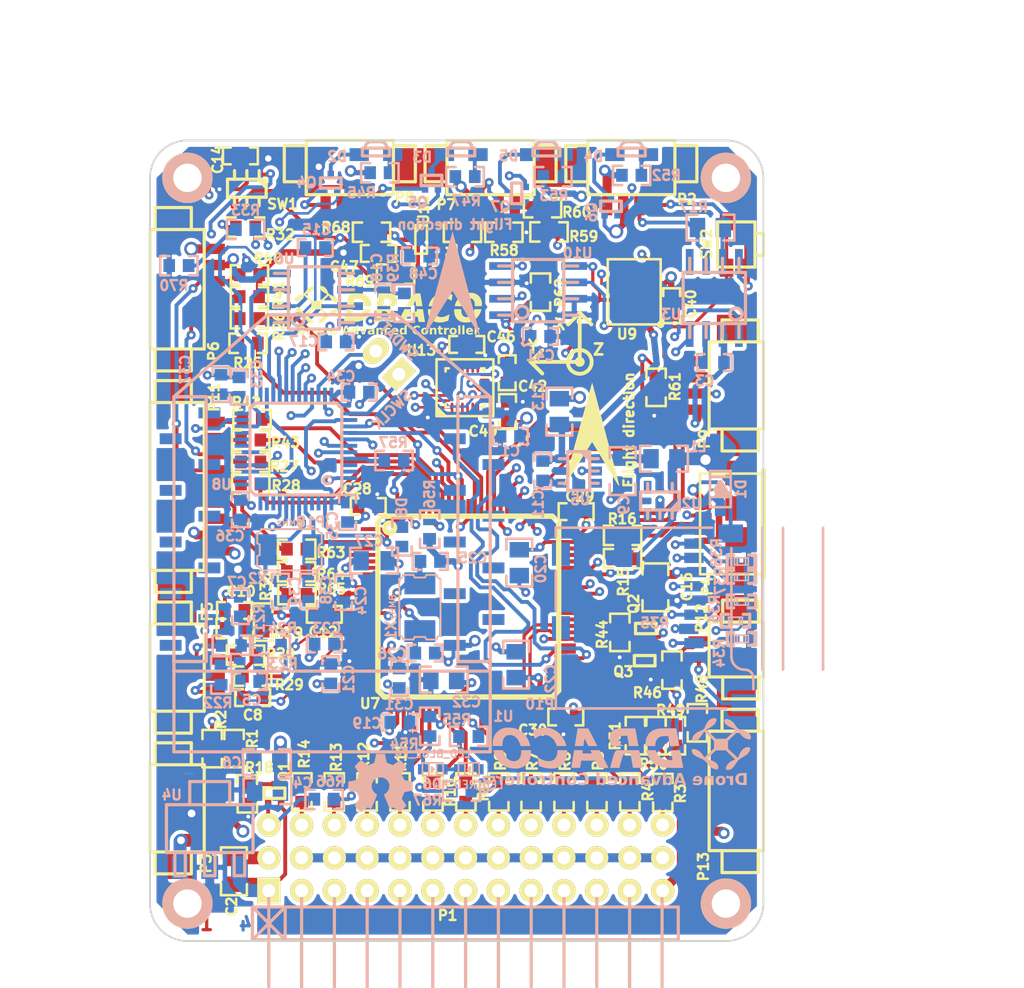
<source format=kicad_pcb>
(kicad_pcb (version 3) (host pcbnew "(2013-may-18)-stable")
  (layers (15 F.Cu signal hide) (2 Inner2.Cu signal hide) (1 Inner1.Cu power hide) (0 B.Cu mixed hide) (18 B.Paste user) (19 F.Paste user) (20 B.SilkS user hide) (21 F.SilkS user) (22 B.Mask user) (23 F.Mask user) (28 Edge.Cuts user))
  (net 0 "")
  (net 1 +3.3V)
  (net 2 +3.3VADC)
  (net 3 +5V)
  (net 4 AD0)
  (net 5 AD1)
  (net 6 AD2)
  (net 7 AD3)
  (net 8 CAN_RX)
  (net 9 CAN_TX)
  (net 10 EXTGPIO1)
  (net 11 EXTGPIO2)
  (net 12 EXTGPIO3)
  (net 13 EXTI2C_SCL)
  (net 14 EXTI2C_SDA)
  (net 15 EXTSPI_CS)
  (net 16 EXTSPI_MISO)
  (net 17 EXTSPI_MOSI)
  (net 18 EXTSPI_SCK)
  (net 19 EXTUART1_RX)
  (net 20 EXTUART1_TX)
  (net 21 EXTUART2_RX)
  (net 22 EXTUART2_TX)
  (net 23 F3_CS)
  (net 24 F3_INT)
  (net 25 F4_NRST)
  (net 26 F4_SWCLK)
  (net 27 F4_SWDIO)
  (net 28 FLASH_CS)
  (net 29 GND)
  (net 30 GPS_RX)
  (net 31 GPS_TX)
  (net 32 LED_BLUE)
  (net 33 LED_GREEN)
  (net 34 LED_ORANGE)
  (net 35 LED_RED)
  (net 36 MPU_CS)
  (net 37 MPU_INT)
  (net 38 MS_CS)
  (net 39 N-000001)
  (net 40 N-00000100)
  (net 41 N-00000103)
  (net 42 N-00000110)
  (net 43 N-00000111)
  (net 44 N-00000116)
  (net 45 N-00000123)
  (net 46 N-00000129)
  (net 47 N-00000130)
  (net 48 N-00000137)
  (net 49 N-00000138)
  (net 50 N-00000139)
  (net 51 N-00000140)
  (net 52 N-00000141)
  (net 53 N-00000142)
  (net 54 N-00000143)
  (net 55 N-00000148)
  (net 56 N-00000149)
  (net 57 N-00000150)
  (net 58 N-00000151)
  (net 59 N-00000152)
  (net 60 N-00000153)
  (net 61 N-00000154)
  (net 62 N-00000155)
  (net 63 N-00000156)
  (net 64 N-00000158)
  (net 65 N-00000159)
  (net 66 N-00000160)
  (net 67 N-00000161)
  (net 68 N-00000162)
  (net 69 N-00000163)
  (net 70 N-00000164)
  (net 71 N-00000168)
  (net 72 N-00000169)
  (net 73 N-00000170)
  (net 74 N-00000171)
  (net 75 N-00000172)
  (net 76 N-00000173)
  (net 77 N-00000174)
  (net 78 N-00000177)
  (net 79 N-00000178)
  (net 80 N-00000179)
  (net 81 N-00000180)
  (net 82 N-00000197)
  (net 83 N-00000198)
  (net 84 N-00000199)
  (net 85 N-000002)
  (net 86 N-00000200)
  (net 87 N-00000201)
  (net 88 N-00000202)
  (net 89 N-00000203)
  (net 90 N-00000204)
  (net 91 N-00000205)
  (net 92 N-00000206)
  (net 93 N-00000207)
  (net 94 N-00000208)
  (net 95 N-00000209)
  (net 96 N-00000210)
  (net 97 N-00000211)
  (net 98 N-00000212)
  (net 99 N-00000213)
  (net 100 N-00000214)
  (net 101 N-00000215)
  (net 102 N-00000216)
  (net 103 N-00000218)
  (net 104 N-00000219)
  (net 105 N-00000220)
  (net 106 N-00000221)
  (net 107 N-000003)
  (net 108 N-0000058)
  (net 109 N-0000059)
  (net 110 N-0000076)
  (net 111 N-0000077)
  (net 112 N-000008)
  (net 113 N-0000081)
  (net 114 N-0000095)
  (net 115 OSD_CSYNC)
  (net 116 OSD_HSYNC)
  (net 117 OSD_MISO_MASK)
  (net 118 OSD_MOSI_VOUT)
  (net 119 OSD_PIXEL_CLOCK)
  (net 120 OSD_SYNCOUT)
  (net 121 OSD_VSYNC)
  (net 122 PWM1)
  (net 123 PWM10)
  (net 124 PWM11)
  (net 125 PWM12)
  (net 126 PWM2)
  (net 127 PWM3)
  (net 128 PWM4)
  (net 129 PWM5)
  (net 130 PWM6)
  (net 131 PWM7)
  (net 132 PWM8)
  (net 133 PWM9)
  (net 134 SBUS)
  (net 135 SDIO_CLK)
  (net 136 SDIO_CMD)
  (net 137 SDIO_D0)
  (net 138 SDIO_D1)
  (net 139 SDIO_D2)
  (net 140 SDIO_D3)
  (net 141 SON_ECHO)
  (net 142 SON_TRIG)
  (net 143 SPI_MISO)
  (net 144 SPI_MOSI)
  (net 145 SPI_SCK)
  (net 146 SPORT_RX)
  (net 147 SPORT_TX)
  (net 148 USBDM)
  (net 149 USBDP)
  (net 150 USBVB)
  (net 151 USB_ID)
  (net 152 XBEE_CTS)
  (net 153 XBEE_RX)
  (net 154 XBEE_TX)
  (module pin_strip_2 (layer F.Cu) (at 208.38 161.21 135)
    (fp_text reference P14 hide)
    (fp_text value CONN_2 hide)
    (pad 1 thru_hole rect (at -1.27 0 135) (size 1.524 2.19964) (drill 1.00076) (layers *.Cu *.Mask F.SilkS) (net 44 N-00000116))
    (pad 2 thru_hole oval (at 1.27 0 135) (size 1.524 2.19964) (drill 1.00076) (layers *.Cu *.Mask F.SilkS) (net 114 N-0000095))
  )
  (module sod123 (layer B.Cu) (at 234.17 171 90)
    (fp_text reference D1 (at 0 1.59 90) (layer B.SilkS) (effects (font (size 0.77 0.77) (thickness 0.19)) (justify mirror)))
    (fp_text value PMEG6010CEH hide)
    (pad 2 smd rect (at 1.67386 0 90) (size 0.8509 0.8509) (layers B.Cu B.Paste B.Mask) (net 3 +5V))
    (pad 1 smd rect (at -1.67386 0 90) (size 0.8509 0.8509) (layers B.Cu B.Paste B.Mask) (net 150 USBVB))
  )
  (module pin_strip_13x3-90 (layer F.Cu) (at 214.4 200.85)
    (fp_text reference P1 (at -1.35 3.17) (layer F.SilkS) (effects (font (size 0.77 0.77) (thickness 0.19))))
    (fp_text value CONN_13X3 hide)
    (pad 39 thru_hole circle (at 15.3 -3.85) (size 1.8 1.8) (drill 1.00076) (layers *.Cu *.Mask F.SilkS) (net 90 N-00000204))
    (pad 38 thru_hole circle (at 15.3 -1.3) (size 1.8 1.8) (drill 1.00076) (layers *.Cu *.Mask F.SilkS) (net 3 +5V))
    (pad 37 thru_hole circle (at 15.3 1.25) (size 1.8 1.8) (drill 1.00076) (layers *.Cu *.Mask F.SilkS) (net 29 GND))
    (pad 1 thru_hole rect (at -15.2 1.2446) (size 1.8 1.99898) (drill 1.00076) (layers *.Cu *.Mask F.SilkS) (net 29 GND))
    (pad 2 thru_hole circle (at -15.2 -1.2954) (size 1.8 1.8) (drill 1.00076) (layers *.Cu *.Mask F.SilkS) (net 3 +5V))
    (pad 4 thru_hole circle (at -12.66 1.2446) (size 1.8 1.8) (drill 1.00076) (layers *.Cu *.Mask F.SilkS) (net 29 GND))
    (pad 5 thru_hole circle (at -12.66 -1.2954) (size 1.8 1.8) (drill 1.00076) (layers *.Cu *.Mask F.SilkS) (net 3 +5V))
    (pad 7 thru_hole circle (at -10.12 1.2446) (size 1.8 1.8) (drill 1.00076) (layers *.Cu *.Mask F.SilkS) (net 29 GND))
    (pad 8 thru_hole circle (at -10.12 -1.2954) (size 1.8 1.8) (drill 1.00076) (layers *.Cu *.Mask F.SilkS) (net 3 +5V))
    (pad 10 thru_hole circle (at -7.58 1.2446) (size 1.8 1.8) (drill 1.00076) (layers *.Cu *.Mask F.SilkS) (net 29 GND))
    (pad 11 thru_hole circle (at -7.58 -1.2954) (size 1.8 1.8) (drill 1.00076) (layers *.Cu *.Mask F.SilkS) (net 3 +5V))
    (pad 13 thru_hole circle (at -5.04 1.2446) (size 1.8 1.8) (drill 1.00076) (layers *.Cu *.Mask F.SilkS) (net 29 GND))
    (pad 14 thru_hole circle (at -5.04 -1.2954) (size 1.8 1.8) (drill 1.00076) (layers *.Cu *.Mask F.SilkS) (net 3 +5V))
    (pad 16 thru_hole circle (at -2.5 1.2446) (size 1.8 1.8) (drill 1.00076) (layers *.Cu *.Mask F.SilkS) (net 29 GND))
    (pad 17 thru_hole circle (at -2.5 -1.2954) (size 1.8 1.8) (drill 1.00076) (layers *.Cu *.Mask F.SilkS) (net 3 +5V))
    (pad 19 thru_hole circle (at 0.04 1.2446) (size 1.8 1.8) (drill 1.00076) (layers *.Cu *.Mask F.SilkS) (net 29 GND))
    (pad 20 thru_hole circle (at 0.04 -1.2954) (size 1.8 1.8) (drill 1.00076) (layers *.Cu *.Mask F.SilkS) (net 3 +5V))
    (pad 22 thru_hole circle (at 2.58 1.2446) (size 1.8 1.8) (drill 1.00076) (layers *.Cu *.Mask F.SilkS) (net 29 GND))
    (pad 23 thru_hole circle (at 2.58 -1.2954) (size 1.8 1.8) (drill 1.00076) (layers *.Cu *.Mask F.SilkS) (net 3 +5V))
    (pad 25 thru_hole circle (at 5.12 1.2446) (size 1.8 1.8) (drill 1.00076) (layers *.Cu *.Mask F.SilkS) (net 29 GND))
    (pad 26 thru_hole circle (at 5.12 -1.2954) (size 1.8 1.8) (drill 1.00076) (layers *.Cu *.Mask F.SilkS) (net 3 +5V))
    (pad 28 thru_hole circle (at 7.66 1.2446) (size 1.8 1.8) (drill 1.00076) (layers *.Cu *.Mask F.SilkS) (net 29 GND))
    (pad 29 thru_hole circle (at 7.66 -1.2954) (size 1.8 1.8) (drill 1.00076) (layers *.Cu *.Mask F.SilkS) (net 3 +5V))
    (pad 3 thru_hole circle (at -15.2 -3.8354) (size 1.8 1.8) (drill 1.00076) (layers *.Cu *.Mask F.SilkS) (net 59 N-00000152))
    (pad 6 thru_hole circle (at -12.66 -3.8354) (size 1.8 1.8) (drill 1.00076) (layers *.Cu *.Mask F.SilkS) (net 82 N-00000197))
    (pad 9 thru_hole circle (at -10.12 -3.8354) (size 1.8 1.8) (drill 1.00076) (layers *.Cu *.Mask F.SilkS) (net 89 N-00000203))
    (pad 12 thru_hole circle (at -7.58 -3.8354) (size 1.8 1.8) (drill 1.00076) (layers *.Cu *.Mask F.SilkS) (net 88 N-00000202))
    (pad 15 thru_hole circle (at -5.04 -3.8354) (size 1.8 1.8) (drill 1.00076) (layers *.Cu *.Mask F.SilkS) (net 87 N-00000201))
    (pad 18 thru_hole circle (at -2.5 -3.8354) (size 1.8 1.8) (drill 1.00076) (layers *.Cu *.Mask F.SilkS) (net 97 N-00000211))
    (pad 21 thru_hole circle (at 0.04 -3.8354) (size 1.8 1.8) (drill 1.00076) (layers *.Cu *.Mask F.SilkS) (net 96 N-00000210))
    (pad 24 thru_hole circle (at 2.58 -3.8354) (size 1.8 1.8) (drill 1.00076) (layers *.Cu *.Mask F.SilkS) (net 95 N-00000209))
    (pad 27 thru_hole circle (at 5.12 -3.8354) (size 1.8 1.8) (drill 1.00076) (layers *.Cu *.Mask F.SilkS) (net 92 N-00000206))
    (pad 30 thru_hole circle (at 7.66 -3.8354) (size 1.8 1.8) (drill 1.00076) (layers *.Cu *.Mask F.SilkS) (net 94 N-00000208))
    (pad 31 thru_hole circle (at 10.2 1.2446) (size 1.8 1.8) (drill 1.00076) (layers *.Cu *.Mask F.SilkS) (net 29 GND))
    (pad 32 thru_hole circle (at 10.2 -1.2954) (size 1.8 1.8) (drill 1.00076) (layers *.Cu *.Mask F.SilkS) (net 3 +5V))
    (pad 33 thru_hole circle (at 10.2 -3.8354) (size 1.8 1.8) (drill 1.00076) (layers *.Cu *.Mask F.SilkS) (net 93 N-00000207))
    (pad 34 thru_hole circle (at 12.74 1.2446) (size 1.8 1.8) (drill 1.00076) (layers *.Cu *.Mask F.SilkS) (net 29 GND))
    (pad 35 thru_hole circle (at 12.75 -1.3) (size 1.8 1.8) (drill 1.00076) (layers *.Cu *.Mask F.SilkS) (net 3 +5V))
    (pad 36 thru_hole circle (at 12.74 -3.8354) (size 1.8 1.8) (drill 1.00076) (layers *.Cu *.Mask F.SilkS) (net 91 N-00000205))
  )
  (module Logo_silk_OSHW_6x6mm (layer B.Cu) (at 207.85 193.75)
    (fp_text reference G5 hide)
    (fp_text value DUMMY hide)
  )
  (module ARROW (layer B.Cu) (at 213.4 155.09)
    (fp_text reference G1 hide)
    (fp_text value DUMMY hide)
  )
  (module ARROW (layer F.Cu) (at 224.21 166.79)
    (fp_text reference G3 hide)
    (fp_text value DUMMY hide)
  )
  (module LOGOGO (layer F.Cu) (at 208.47 157.17)
    (fp_text reference G2 hide)
    (fp_text value DUMMY hide)
  )
  (module LOGOGO (layer B.Cu) (at 226.52 191.36)
    (fp_text reference G4 hide)
    (fp_text value DUMMY hide)
  )
  (module r_0603 (layer B.Cu) (at 209.7 156.6 270)
    (fp_text reference R39 (at -2.75 0.86 270) (layer B.SilkS) (effects (font (size 0.77 0.77) (thickness 0.19)) (justify mirror)))
    (fp_text value 681k hide)
    (pad 1 smd rect (at 0.75184 0 270) (size 0.89916 1.00076) (layers B.Cu B.Paste B.Mask) (net 29 GND))
    (pad 2 smd rect (at -0.75184 0 270) (size 0.89916 1.00076) (layers B.Cu B.Paste B.Mask) (net 84 N-00000199))
  )
  (module 1pin (layer F.Cu) (at 192.9 146.9)
    (fp_text reference P22 hide)
    (fp_text value CONN_1 hide)
    (pad "" np_thru_hole circle (at 0 0) (size 2.2 2.2) (drill 2.2) (layers *.Cu *.Mask F.SilkS))
  )
  (module 1pin (layer F.Cu) (at 192.9 203.1)
    (fp_text reference P19 hide)
    (fp_text value CONN_1 hide)
    (pad "" np_thru_hole circle (at 0 0) (size 2.2 2.2) (drill 2.2) (layers *.Cu *.Mask F.SilkS))
  )
  (module 1pin (layer F.Cu) (at 234.6 203.1)
    (fp_text reference P21 hide)
    (fp_text value CONN_1 hide)
    (pad "" np_thru_hole circle (at 0 0) (size 2.2 2.2) (drill 2.2) (layers *.Cu *.Mask F.SilkS))
  )
  (module 1pin (layer F.Cu) (at 234.6 146.9)
    (fp_text reference P20 hide)
    (fp_text value CONN_1 hide)
    (pad "" np_thru_hole circle (at 0 0) (size 2.2 2.2) (drill 2.2) (layers *.Cu *.Mask F.SilkS))
  )
  (module TQFP-100 (layer F.Cu) (at 214.65 180.1 270)
    (fp_text reference U7 (at 7.51 7.61 360) (layer F.SilkS) (effects (font (size 0.77 0.77) (thickness 0.19))))
    (fp_text value STM32F427VIT6 hide)
    (pad 4 smd rect (at -4.50088 7.67588 270) (size 0.29972 1.30048) (layers F.Cu F.Paste F.Mask) (net 11 EXTGPIO2))
    (pad 5 smd rect (at -4.0005 7.67588 270) (size 0.29972 1.30048) (layers F.Cu F.Paste F.Mask) (net 10 EXTGPIO1))
    (pad 6 smd rect (at -3.50012 7.67588 270) (size 0.29972 1.30048) (layers F.Cu F.Paste F.Mask) (net 107 N-000003))
    (pad 7 smd rect (at -2.99974 7.67588 270) (size 0.29972 1.30048) (layers F.Cu F.Paste F.Mask))
    (pad 8 smd rect (at -2.49936 7.67588 270) (size 0.29972 1.30048) (layers F.Cu F.Paste F.Mask))
    (pad 1 smd rect (at -5.99948 7.67588 270) (size 0.29972 1.30048) (layers F.Cu F.Paste F.Mask) (net 24 F3_INT))
    (pad 2 smd rect (at -5.4991 7.67588 270) (size 0.29972 1.30048) (layers F.Cu F.Paste F.Mask))
    (pad 3 smd rect (at -5.00126 7.67588 270) (size 0.29972 1.30048) (layers F.Cu F.Paste F.Mask) (net 12 EXTGPIO3))
    (pad 17 smd rect (at 1.99898 7.67588 270) (size 0.29972 1.30048) (layers F.Cu F.Paste F.Mask) (net 5 AD1))
    (pad 18 smd rect (at 2.49936 7.67588 270) (size 0.29972 1.30048) (layers F.Cu F.Paste F.Mask) (net 4 AD0))
    (pad 19 smd rect (at 2.99974 7.67588 270) (size 0.29972 1.30048) (layers F.Cu F.Paste F.Mask) (net 1 +3.3V))
    (pad 20 smd rect (at 3.50012 7.67588 270) (size 0.29972 1.30048) (layers F.Cu F.Paste F.Mask) (net 29 GND))
    (pad 21 smd rect (at 4.0005 7.67588 270) (size 0.29972 1.30048) (layers F.Cu F.Paste F.Mask) (net 1 +3.3V))
    (pad 22 smd rect (at 4.50088 7.67588 270) (size 0.29972 1.30048) (layers F.Cu F.Paste F.Mask) (net 1 +3.3V))
    (pad 23 smd rect (at 5.00126 7.67588 270) (size 0.29972 1.30048) (layers F.Cu F.Paste F.Mask) (net 141 SON_ECHO))
    (pad 24 smd rect (at 5.4991 7.67588 270) (size 0.29972 1.30048) (layers F.Cu F.Paste F.Mask) (net 134 SBUS))
    (pad 33 smd rect (at 7.67588 2.49936 270) (size 1.30048 0.29972) (layers F.Cu F.Paste F.Mask))
    (pad 34 smd rect (at 7.67588 1.99898 270) (size 1.30048 0.29972) (layers F.Cu F.Paste F.Mask) (net 42 N-00000110))
    (pad 35 smd rect (at 7.67588 1.50114 270) (size 1.30048 0.29972) (layers F.Cu F.Paste F.Mask) (net 129 PWM5))
    (pad 36 smd rect (at 7.67588 1.00076 270) (size 1.30048 0.29972) (layers F.Cu F.Paste F.Mask) (net 130 PWM6))
    (pad 37 smd rect (at 7.67588 0.50038 270) (size 1.30048 0.29972) (layers F.Cu F.Paste F.Mask) (net 29 GND))
    (pad 38 smd rect (at 7.67588 0 270) (size 1.30048 0.29972) (layers F.Cu F.Paste F.Mask) (net 110 N-0000076))
    (pad 39 smd rect (at 7.67588 -0.50038 270) (size 1.30048 0.29972) (layers F.Cu F.Paste F.Mask))
    (pad 40 smd rect (at 7.67588 -1.00076 270) (size 1.30048 0.29972) (layers F.Cu F.Paste F.Mask) (net 131 PWM7))
    (pad 49 smd rect (at 7.67588 -5.4991 270) (size 1.30048 0.29972) (layers F.Cu F.Paste F.Mask) (net 85 N-000002))
    (pad 50 smd rect (at 7.67588 -5.99948 270) (size 1.30048 0.29972) (layers F.Cu F.Paste F.Mask) (net 1 +3.3V))
    (pad 51 smd rect (at 5.99948 -7.67588 270) (size 0.29972 1.30048) (layers F.Cu F.Paste F.Mask) (net 15 EXTSPI_CS))
    (pad 52 smd rect (at 5.4991 -7.67588 270) (size 0.29972 1.30048) (layers F.Cu F.Paste F.Mask) (net 18 EXTSPI_SCK))
    (pad 53 smd rect (at 5.00126 -7.67588 270) (size 0.29972 1.30048) (layers F.Cu F.Paste F.Mask) (net 16 EXTSPI_MISO))
    (pad 54 smd rect (at 4.50088 -7.67588 270) (size 0.29972 1.30048) (layers F.Cu F.Paste F.Mask) (net 17 EXTSPI_MOSI))
    (pad 55 smd rect (at 4.0005 -7.67588 270) (size 0.29972 1.30048) (layers F.Cu F.Paste F.Mask) (net 154 XBEE_TX))
    (pad 56 smd rect (at 3.50012 -7.67588 270) (size 0.29972 1.30048) (layers F.Cu F.Paste F.Mask) (net 153 XBEE_RX))
    (pad 9 smd rect (at -1.99898 7.67588 270) (size 0.29972 1.30048) (layers F.Cu F.Paste F.Mask))
    (pad 10 smd rect (at -1.50114 7.67588 270) (size 0.29972 1.30048) (layers F.Cu F.Paste F.Mask) (net 29 GND))
    (pad 11 smd rect (at -1.00076 7.67588 270) (size 0.29972 1.30048) (layers F.Cu F.Paste F.Mask) (net 1 +3.3V))
    (pad 25 smd rect (at 5.99948 7.67588 270) (size 0.29972 1.30048) (layers F.Cu F.Paste F.Mask) (net 122 PWM1))
    (pad 26 smd rect (at 7.67588 5.99948 270) (size 1.30048 0.29972) (layers F.Cu F.Paste F.Mask) (net 126 PWM2))
    (pad 27 smd rect (at 7.67588 5.4991 270) (size 1.30048 0.29972) (layers F.Cu F.Paste F.Mask) (net 29 GND))
    (pad 41 smd rect (at 7.67588 -1.50114 270) (size 1.30048 0.29972) (layers F.Cu F.Paste F.Mask))
    (pad 42 smd rect (at 7.67588 -1.99898 270) (size 1.30048 0.29972) (layers F.Cu F.Paste F.Mask) (net 132 PWM8))
    (pad 43 smd rect (at 7.67588 -2.49936 270) (size 1.30048 0.29972) (layers F.Cu F.Paste F.Mask))
    (pad 57 smd rect (at 2.99974 -7.67588 270) (size 0.29972 1.30048) (layers F.Cu F.Paste F.Mask))
    (pad 58 smd rect (at 2.49936 -7.67588 270) (size 0.29972 1.30048) (layers F.Cu F.Paste F.Mask) (net 152 XBEE_CTS))
    (pad 59 smd rect (at 1.99898 -7.67588 270) (size 0.29972 1.30048) (layers F.Cu F.Paste F.Mask) (net 125 PWM12))
    (pad 12 smd rect (at -0.50038 7.67588 270) (size 0.29972 1.30048) (layers F.Cu F.Paste F.Mask) (net 46 N-00000129))
    (pad 13 smd rect (at 0 7.67588 270) (size 0.29972 1.30048) (layers F.Cu F.Paste F.Mask) (net 47 N-00000130))
    (pad 14 smd rect (at 0.50038 7.67588 270) (size 0.29972 1.30048) (layers F.Cu F.Paste F.Mask) (net 25 F4_NRST))
    (pad 15 smd rect (at 1.00076 7.67588 270) (size 0.29972 1.30048) (layers F.Cu F.Paste F.Mask) (net 7 AD3))
    (pad 16 smd rect (at 1.50114 7.67588 270) (size 0.29972 1.30048) (layers F.Cu F.Paste F.Mask) (net 6 AD2))
    (pad 28 smd rect (at 7.67588 5.00126 270) (size 1.30048 0.29972) (layers F.Cu F.Paste F.Mask) (net 1 +3.3V))
    (pad 29 smd rect (at 7.67588 4.50088 270) (size 1.30048 0.29972) (layers F.Cu F.Paste F.Mask) (net 142 SON_TRIG))
    (pad 30 smd rect (at 7.67588 4.0005 270) (size 1.30048 0.29972) (layers F.Cu F.Paste F.Mask))
    (pad 31 smd rect (at 7.67588 3.50012 270) (size 1.30048 0.29972) (layers F.Cu F.Paste F.Mask) (net 127 PWM3))
    (pad 32 smd rect (at 7.67588 2.99974 270) (size 1.30048 0.29972) (layers F.Cu F.Paste F.Mask) (net 128 PWM4))
    (pad 44 smd rect (at 7.67588 -2.99974 270) (size 1.30048 0.29972) (layers F.Cu F.Paste F.Mask) (net 133 PWM9))
    (pad 45 smd rect (at 7.67588 -3.50012 270) (size 1.30048 0.29972) (layers F.Cu F.Paste F.Mask) (net 123 PWM10))
    (pad 46 smd rect (at 7.67588 -4.0005 270) (size 1.30048 0.29972) (layers F.Cu F.Paste F.Mask))
    (pad 47 smd rect (at 7.67588 -4.50088 270) (size 1.30048 0.29972) (layers F.Cu F.Paste F.Mask) (net 124 PWM11))
    (pad 48 smd rect (at 7.67588 -5.00126 270) (size 1.30048 0.29972) (layers F.Cu F.Paste F.Mask) (net 125 PWM12))
    (pad 60 smd rect (at 1.50114 -7.67588 270) (size 0.29972 1.30048) (layers F.Cu F.Paste F.Mask) (net 124 PWM11))
    (pad 61 smd rect (at 1.00076 -7.67588 270) (size 0.29972 1.30048) (layers F.Cu F.Paste F.Mask))
    (pad 62 smd rect (at 0.50038 -7.67588 270) (size 0.29972 1.30048) (layers F.Cu F.Paste F.Mask))
    (pad 63 smd rect (at 0 -7.67588 270) (size 0.29972 1.30048) (layers F.Cu F.Paste F.Mask) (net 147 SPORT_TX))
    (pad 64 smd rect (at -0.50038 -7.67588 270) (size 0.29972 1.30048) (layers F.Cu F.Paste F.Mask) (net 146 SPORT_RX))
    (pad 65 smd rect (at -1.00076 -7.67588 270) (size 0.29972 1.30048) (layers F.Cu F.Paste F.Mask) (net 137 SDIO_D0))
    (pad 66 smd rect (at -1.50114 -7.67588 270) (size 0.29972 1.30048) (layers F.Cu F.Paste F.Mask) (net 138 SDIO_D1))
    (pad 67 smd rect (at -1.99898 -7.67588 270) (size 0.29972 1.30048) (layers F.Cu F.Paste F.Mask))
    (pad 68 smd rect (at -2.49936 -7.67588 270) (size 0.29972 1.30048) (layers F.Cu F.Paste F.Mask) (net 150 USBVB))
    (pad 69 smd rect (at -2.99974 -7.67588 270) (size 0.29972 1.30048) (layers F.Cu F.Paste F.Mask) (net 151 USB_ID))
    (pad 70 smd rect (at -3.50012 -7.67588 270) (size 0.29972 1.30048) (layers F.Cu F.Paste F.Mask) (net 148 USBDM))
    (pad 71 smd rect (at -4.0005 -7.67588 270) (size 0.29972 1.30048) (layers F.Cu F.Paste F.Mask) (net 149 USBDP))
    (pad 72 smd rect (at -4.50088 -7.67588 270) (size 0.29972 1.30048) (layers F.Cu F.Paste F.Mask) (net 27 F4_SWDIO))
    (pad 73 smd rect (at -5.00126 -7.67588 270) (size 0.29972 1.30048) (layers F.Cu F.Paste F.Mask) (net 39 N-000001))
    (pad 74 smd rect (at -5.4991 -7.67588 270) (size 0.29972 1.30048) (layers F.Cu F.Paste F.Mask) (net 29 GND))
    (pad 75 smd rect (at -5.99948 -7.67588 270) (size 0.29972 1.30048) (layers F.Cu F.Paste F.Mask) (net 1 +3.3V))
    (pad 76 smd rect (at -7.67588 -5.99948 270) (size 1.30048 0.29972) (layers F.Cu F.Paste F.Mask) (net 26 F4_SWCLK))
    (pad 77 smd rect (at -7.67588 -5.4991 270) (size 1.30048 0.29972) (layers F.Cu F.Paste F.Mask) (net 111 N-0000077))
    (pad 78 smd rect (at -7.67588 -5.00126 270) (size 1.30048 0.29972) (layers F.Cu F.Paste F.Mask) (net 139 SDIO_D2))
    (pad 79 smd rect (at -7.67588 -4.50088 270) (size 1.30048 0.29972) (layers F.Cu F.Paste F.Mask) (net 140 SDIO_D3))
    (pad 80 smd rect (at -7.67588 -4.0005 270) (size 1.30048 0.29972) (layers F.Cu F.Paste F.Mask) (net 135 SDIO_CLK))
    (pad 81 smd rect (at -7.67588 -3.50012 270) (size 1.30048 0.29972) (layers F.Cu F.Paste F.Mask) (net 8 CAN_RX))
    (pad 82 smd rect (at -7.67588 -2.99974 270) (size 1.30048 0.29972) (layers F.Cu F.Paste F.Mask) (net 9 CAN_TX))
    (pad 83 smd rect (at -7.67588 -2.49936 270) (size 1.30048 0.29972) (layers F.Cu F.Paste F.Mask) (net 136 SDIO_CMD))
    (pad 84 smd rect (at -7.67588 -1.99898 270) (size 1.30048 0.29972) (layers F.Cu F.Paste F.Mask) (net 38 MS_CS))
    (pad 85 smd rect (at -7.67588 -1.50114 270) (size 1.30048 0.29972) (layers F.Cu F.Paste F.Mask) (net 28 FLASH_CS))
    (pad 86 smd rect (at -7.67588 -1.00076 270) (size 1.30048 0.29972) (layers F.Cu F.Paste F.Mask) (net 31 GPS_TX))
    (pad 87 smd rect (at -7.67588 -0.50038 270) (size 1.30048 0.29972) (layers F.Cu F.Paste F.Mask) (net 30 GPS_RX))
    (pad 88 smd rect (at -7.67588 0 270) (size 1.30048 0.29972) (layers F.Cu F.Paste F.Mask) (net 36 MPU_CS))
    (pad 89 smd rect (at -7.67588 0.50038 270) (size 1.30048 0.29972) (layers F.Cu F.Paste F.Mask) (net 145 SPI_SCK))
    (pad 90 smd rect (at -7.67588 1.00076 270) (size 1.30048 0.29972) (layers F.Cu F.Paste F.Mask) (net 143 SPI_MISO))
    (pad 91 smd rect (at -7.67588 1.50114 270) (size 1.30048 0.29972) (layers F.Cu F.Paste F.Mask) (net 144 SPI_MOSI))
    (pad 92 smd rect (at -7.67588 1.99898 270) (size 1.30048 0.29972) (layers F.Cu F.Paste F.Mask) (net 20 EXTUART1_TX))
    (pad 93 smd rect (at -7.67588 2.49936 270) (size 1.30048 0.29972) (layers F.Cu F.Paste F.Mask) (net 19 EXTUART1_RX))
    (pad 94 smd rect (at -7.67588 2.99974 270) (size 1.30048 0.29972) (layers F.Cu F.Paste F.Mask) (net 113 N-0000081))
    (pad 95 smd rect (at -7.67588 3.50012 270) (size 1.30048 0.29972) (layers F.Cu F.Paste F.Mask) (net 13 EXTI2C_SCL))
    (pad 96 smd rect (at -7.67588 4.0005 270) (size 1.30048 0.29972) (layers F.Cu F.Paste F.Mask) (net 14 EXTI2C_SDA))
    (pad 97 smd rect (at -7.67588 4.50088 270) (size 1.30048 0.29972) (layers F.Cu F.Paste F.Mask) (net 37 MPU_INT))
    (pad 98 smd rect (at -7.67588 5.00126 270) (size 1.30048 0.29972) (layers F.Cu F.Paste F.Mask) (net 23 F3_CS))
    (pad 99 smd rect (at -7.67588 5.4991 270) (size 1.30048 0.29972) (layers F.Cu F.Paste F.Mask) (net 29 GND))
    (pad 100 smd rect (at -7.67588 5.99948 270) (size 1.30048 0.29972) (layers F.Cu F.Paste F.Mask) (net 1 +3.3V))
  )
  (module xbee-smt (layer B.Cu) (at 204.1 185.1 180)
    (fp_text reference U1 (at -13.27 -3.5 180) (layer B.SilkS) (effects (font (size 0.77 0.77) (thickness 0.19)) (justify mirror)))
    (fp_text value XBEE hide)
    (pad 1 smd rect (at -12.49934 19.99996 90) (size 0.84836 1.69926) (layers B.Cu B.Paste B.Mask) (net 1 +3.3V))
    (pad 2 smd rect (at -9.4996 17.99844 90) (size 0.84836 1.69926) (layers B.Cu B.Paste B.Mask) (net 153 XBEE_RX))
    (pad 3 smd rect (at -12.49934 15.99946 90) (size 0.84836 1.69926) (layers B.Cu B.Paste B.Mask) (net 154 XBEE_TX))
    (pad 4 smd rect (at -9.4996 13.99794 90) (size 0.84836 1.69926) (layers B.Cu B.Paste B.Mask))
    (pad 5 smd rect (at -12.49934 11.99896 90) (size 0.84836 1.69926) (layers B.Cu B.Paste B.Mask))
    (pad 6 smd rect (at -9.4996 9.99998 90) (size 0.84836 1.69926) (layers B.Cu B.Paste B.Mask))
    (pad 7 smd rect (at -12.49934 7.99846 90) (size 0.84836 1.69926) (layers B.Cu B.Paste B.Mask))
    (pad 8 smd rect (at -9.4996 5.99948 90) (size 0.84836 1.69926) (layers B.Cu B.Paste B.Mask))
    (pad 9 smd rect (at -12.49934 3.99796 90) (size 0.84836 1.69926) (layers B.Cu B.Paste B.Mask))
    (pad 10 smd rect (at -9.4996 1.99898 90) (size 0.84836 1.69926) (layers B.Cu B.Paste B.Mask) (net 29 GND))
    (pad 11 smd rect (at 12.49934 1.99898 90) (size 0.84836 1.69926) (layers B.Cu B.Paste B.Mask))
    (pad 12 smd rect (at 9.4996 3.99796 90) (size 0.84836 1.69926) (layers B.Cu B.Paste B.Mask) (net 152 XBEE_CTS))
    (pad 13 smd rect (at 12.49934 5.99948 90) (size 0.84836 1.69926) (layers B.Cu B.Paste B.Mask))
    (pad 14 smd rect (at 9.4996 7.99846 90) (size 0.84836 1.69926) (layers B.Cu B.Paste B.Mask))
    (pad 15 smd rect (at 12.49934 9.99998 90) (size 0.84836 1.69926) (layers B.Cu B.Paste B.Mask))
    (pad 16 smd rect (at 9.4996 11.99896 90) (size 0.84836 1.69926) (layers B.Cu B.Paste B.Mask))
    (pad 17 smd rect (at 12.49934 13.99794 90) (size 0.84836 1.69926) (layers B.Cu B.Paste B.Mask))
    (pad 18 smd rect (at 9.4996 15.99946 90) (size 0.84836 1.69926) (layers B.Cu B.Paste B.Mask))
    (pad 19 smd rect (at 12.49934 17.99844 90) (size 0.84836 1.69926) (layers B.Cu B.Paste B.Mask))
    (pad 20 smd rect (at 9.4996 19.99996 90) (size 0.84836 1.69926) (layers B.Cu B.Paste B.Mask))
  )
  (module tsot-5 (layer B.Cu) (at 223.2 169.6 270)
    (fp_text reference U5 (at 2.23 -0.12 360) (layer B.SilkS) (effects (font (size 0.77 0.77) (thickness 0.19)) (justify mirror)))
    (fp_text value LT1761-3.3 hide)
    (pad 1 smd rect (at -0.94996 -1.30048 270) (size 0.69088 1.00076) (layers B.Cu B.Paste B.Mask) (net 75 N-00000172))
    (pad 3 smd rect (at 0.94996 -1.30048 270) (size 0.69088 1.00076) (layers B.Cu B.Paste B.Mask))
    (pad 2 smd rect (at 0 -1.30048 270) (size 0.69088 1.00076) (layers B.Cu B.Paste B.Mask) (net 29 GND))
    (pad 4 smd rect (at 0.94996 1.30048 270) (size 0.69088 1.00076) (layers B.Cu B.Paste B.Mask) (net 70 N-00000164))
    (pad 5 smd rect (at -0.94996 1.30048 270) (size 0.69088 1.00076) (layers B.Cu B.Paste B.Mask) (net 2 +3.3VADC))
  )
  (module stabil_sot223_1 (layer B.Cu) (at 194.6275 197.2945 180)
    (fp_text reference U4 (at 2.9375 2.6045 180) (layer B.SilkS) (effects (font (size 0.77 0.77) (thickness 0.19)) (justify mirror)))
    (fp_text value ADP3338AKCZ-3.3 hide)
    (pad GND smd rect (at -2.30124 -2.99974 180) (size 1.30048 1.80086) (layers B.Cu B.Paste B.Mask) (net 29 GND))
    (pad OUT smd rect (at 0 -2.99974 180) (size 1.30048 1.80086) (layers B.Cu B.Paste B.Mask) (net 1 +3.3V))
    (pad IN smd rect (at 2.30124 -2.99974 180) (size 1.30048 1.80086) (layers B.Cu B.Paste B.Mask) (net 3 +5V))
    (pad OUT smd rect (at 0 2.99974 180) (size 3.79984 1.80086) (layers B.Cu B.Paste B.Mask) (net 1 +3.3V))
  )
  (module sot23-6 (layer F.Cu) (at 197.5 147.7 180)
    (fp_text reference SW1 (at -2.76 -1.23 180) (layer F.SilkS) (effects (font (size 0.77 0.77) (thickness 0.19))))
    (fp_text value STG719 hide)
    (pad 1 smd rect (at -0.9525 1.05664 180) (size 0.59944 1.00076) (layers F.Cu F.Paste F.Mask) (net 117 OSD_MISO_MASK))
    (pad 3 smd rect (at 0.9525 1.05664 180) (size 0.59944 1.00076) (layers F.Cu F.Paste F.Mask) (net 29 GND))
    (pad 2 smd rect (at 0 1.05664 180) (size 0.59944 1.00076) (layers F.Cu F.Paste F.Mask) (net 1 +3.3V))
    (pad 4 smd rect (at 0.9525 -1.05664 180) (size 0.59944 1.00076) (layers F.Cu F.Paste F.Mask) (net 57 N-00000150))
    (pad 6 smd rect (at -0.9525 -1.05664 180) (size 0.59944 1.00076) (layers F.Cu F.Paste F.Mask) (net 55 N-00000148))
    (pad 5 smd rect (at 0 -1.05664 180) (size 0.59944 1.00076) (layers F.Cu F.Paste F.Mask) (net 58 N-00000151))
  )
  (module sot23-5 (layer B.Cu) (at 229.49 171.92 180)
    (fp_text reference U2 (at -2.46 -0.19 180) (layer B.SilkS) (effects (font (size 0.77 0.77) (thickness 0.19)) (justify mirror)))
    (fp_text value LTC4411 hide)
    (pad 1 smd rect (at -0.9525 -1.05664 180) (size 0.59944 1.00076) (layers B.Cu B.Paste B.Mask) (net 150 USBVB))
    (pad 3 smd rect (at 0.9525 -1.05664 180) (size 0.59944 1.00076) (layers B.Cu B.Paste B.Mask))
    (pad 2 smd rect (at 0 -1.05664 180) (size 0.59944 1.00076) (layers B.Cu B.Paste B.Mask) (net 29 GND))
    (pad 4 smd rect (at 0.9525 1.05664 180) (size 0.59944 1.00076) (layers B.Cu B.Paste B.Mask))
    (pad 5 smd rect (at -0.9525 1.05664 180) (size 0.59944 1.00076) (layers B.Cu B.Paste B.Mask) (net 3 +5V))
  )
  (module so-8 (layer B.Cu) (at 233.7 156.2 180)
    (fp_text reference U3 (at 3.33 -1.26 180) (layer B.SilkS) (effects (font (size 0.77 0.77) (thickness 0.19)) (justify mirror)))
    (fp_text value SN65HVD233 hide)
    (pad 1 smd rect (at -1.905 -2.794 180) (size 0.59944 1.99898) (layers B.Cu B.Paste B.Mask) (net 9 CAN_TX))
    (pad 2 smd rect (at -0.635 -2.794 180) (size 0.59944 1.99898) (layers B.Cu B.Paste B.Mask) (net 29 GND))
    (pad 3 smd rect (at 0.635 -2.794 180) (size 0.59944 1.99898) (layers B.Cu B.Paste B.Mask) (net 1 +3.3V))
    (pad 4 smd rect (at 1.905 -2.794 180) (size 0.59944 1.99898) (layers B.Cu B.Paste B.Mask) (net 8 CAN_RX))
    (pad 5 smd rect (at 1.905 2.794 180) (size 0.59944 1.99898) (layers B.Cu B.Paste B.Mask))
    (pad 6 smd rect (at 0.635 2.794 180) (size 0.59944 1.99898) (layers B.Cu B.Paste B.Mask) (net 81 N-00000180))
    (pad 7 smd rect (at -0.635 2.794 180) (size 0.59944 1.99898) (layers B.Cu B.Paste B.Mask) (net 80 N-00000179))
    (pad 8 smd rect (at -1.905 2.794 180) (size 0.59944 1.99898) (layers B.Cu B.Paste B.Mask) (net 29 GND))
  )
  (module so-8 (layer B.Cu) (at 202.7 156.2 90)
    (fp_text reference U6 (at 3.03 -2.29 180) (layer B.SilkS) (effects (font (size 0.77 0.77) (thickness 0.19)) (justify mirror)))
    (fp_text value EL1883 hide)
    (pad 1 smd rect (at -1.905 -2.794 90) (size 0.59944 1.99898) (layers B.Cu B.Paste B.Mask) (net 115 OSD_CSYNC))
    (pad 2 smd rect (at -0.635 -2.794 90) (size 0.59944 1.99898) (layers B.Cu B.Paste B.Mask) (net 86 N-00000200))
    (pad 3 smd rect (at 0.635 -2.794 90) (size 0.59944 1.99898) (layers B.Cu B.Paste B.Mask) (net 121 OSD_VSYNC))
    (pad 4 smd rect (at 1.905 -2.794 90) (size 0.59944 1.99898) (layers B.Cu B.Paste B.Mask) (net 29 GND))
    (pad 5 smd rect (at 1.905 2.794 90) (size 0.59944 1.99898) (layers B.Cu B.Paste B.Mask))
    (pad 6 smd rect (at 0.635 2.794 90) (size 0.59944 1.99898) (layers B.Cu B.Paste B.Mask) (net 84 N-00000199))
    (pad 7 smd rect (at -0.635 2.794 90) (size 0.59944 1.99898) (layers B.Cu B.Paste B.Mask) (net 116 OSD_HSYNC))
    (pad 8 smd rect (at -1.905 2.794 90) (size 0.59944 1.99898) (layers B.Cu B.Paste B.Mask) (net 1 +3.3V))
  )
  (module sc75 (layer F.Cu) (at 199.65 194.55)
    (fp_text reference Q1 (at 0.74 -1.67 90) (layer F.SilkS) (effects (font (size 0.77 0.77) (thickness 0.19))))
    (fp_text value NTA4153NT1G hide)
    (pad 1 smd rect (at -0.5 0.65) (size 0.5 0.6) (layers F.Cu F.Paste F.Mask) (net 59 N-00000152))
    (pad 2 smd rect (at 0.5 0.65) (size 0.5 0.6) (layers F.Cu F.Paste F.Mask) (net 29 GND))
    (pad 3 smd rect (at 0 -0.65) (size 0.5 0.6) (layers F.Cu F.Paste F.Mask) (net 134 SBUS))
  )
  (module sc75 (layer F.Cu) (at 228.31 184.29)
    (fp_text reference Q3 (at -1.65 0.85) (layer F.SilkS) (effects (font (size 0.77 0.77) (thickness 0.19))))
    (fp_text value NTA4151PT1G hide)
    (pad 1 smd rect (at -0.5 0.65) (size 0.5 0.6) (layers F.Cu F.Paste F.Mask) (net 147 SPORT_TX))
    (pad 2 smd rect (at 0.5 0.65) (size 0.5 0.6) (layers F.Cu F.Paste F.Mask) (net 1 +3.3V))
    (pad 3 smd rect (at 0 -0.65) (size 0.5 0.6) (layers F.Cu F.Paste F.Mask) (net 99 N-00000213))
  )
  (module sc75 (layer F.Cu) (at 228.4 181.8)
    (fp_text reference Q2 (at -0.94 -1.92 90) (layer F.SilkS) (effects (font (size 0.77 0.77) (thickness 0.19))))
    (fp_text value NTA4153NT1G hide)
    (pad 1 smd rect (at -0.5 0.65) (size 0.5 0.6) (layers F.Cu F.Paste F.Mask) (net 99 N-00000213))
    (pad 2 smd rect (at 0.5 0.65) (size 0.5 0.6) (layers F.Cu F.Paste F.Mask) (net 29 GND))
    (pad 3 smd rect (at 0 -0.65) (size 0.5 0.6) (layers F.Cu F.Paste F.Mask) (net 146 SPORT_RX))
  )
  (module r_0805 (layer B.Cu) (at 233.4 150.8 180)
    (fp_text reference R17 (at 1.3 1.64 180) (layer B.SilkS) (effects (font (size 0.77 0.77) (thickness 0.19)) (justify mirror)))
    (fp_text value 120R hide)
    (pad 1 smd rect (at 1.00076 0.0508 180) (size 1.19888 1.4986) (layers B.Cu B.Paste B.Mask) (net 81 N-00000180))
    (pad 2 smd rect (at -1.00076 0.0508 180) (size 1.19888 1.4986) (layers B.Cu B.Paste B.Mask) (net 80 N-00000179))
  )
  (module r_0805 (layer B.Cu) (at 229.8 168.6)
    (fp_text reference L1 (at 2.63 -0.89) (layer B.SilkS) (effects (font (size 0.77 0.77) (thickness 0.19)) (justify mirror)))
    (fp_text value 10uH hide)
    (pad 1 smd rect (at 1.00076 0.0508) (size 1.19888 1.4986) (layers B.Cu B.Paste B.Mask) (net 3 +5V))
    (pad 2 smd rect (at -1.00076 0.0508) (size 1.19888 1.4986) (layers B.Cu B.Paste B.Mask) (net 75 N-00000172))
  )
  (module r_0603 (layer F.Cu) (at 197.4 150.7 180)
    (fp_text reference R32 (at -2.68 -0.6 180) (layer F.SilkS) (effects (font (size 0.77 0.77) (thickness 0.19))))
    (fp_text value 220R hide)
    (pad 1 smd rect (at 0.75184 0 180) (size 0.89916 1.00076) (layers F.Cu F.Paste F.Mask) (net 57 N-00000150))
    (pad 2 smd rect (at -0.75184 0 180) (size 0.89916 1.00076) (layers F.Cu F.Paste F.Mask) (net 118 OSD_MOSI_VOUT))
  )
  (module r_0603 (layer B.Cu) (at 197.4 150.9 180)
    (fp_text reference R33 (at -0.01 1.49 180) (layer B.SilkS) (effects (font (size 0.77 0.77) (thickness 0.19)) (justify mirror)))
    (fp_text value 470R hide)
    (pad 1 smd rect (at 0.75184 0 180) (size 0.89916 1.00076) (layers B.Cu B.Paste B.Mask) (net 57 N-00000150))
    (pad 2 smd rect (at -0.75184 0 180) (size 0.89916 1.00076) (layers B.Cu B.Paste B.Mask) (net 120 OSD_SYNCOUT))
  )
  (module r_0603 (layer F.Cu) (at 220.9 151.1)
    (fp_text reference R59 (at 2.69 0.34) (layer F.SilkS) (effects (font (size 0.77 0.77) (thickness 0.19))))
    (fp_text value 4k7 hide)
    (pad 1 smd rect (at 0.75184 0) (size 0.89916 1.00076) (layers F.Cu F.Paste F.Mask) (net 22 EXTUART2_TX))
    (pad 2 smd rect (at -0.75184 0) (size 0.89916 1.00076) (layers F.Cu F.Paste F.Mask) (net 1 +3.3V))
  )
  (module r_0603 (layer F.Cu) (at 232.4 189.1 90)
    (fp_text reference R48 (at 2.63 0.35 90) (layer F.SilkS) (effects (font (size 0.77 0.77) (thickness 0.19))))
    (fp_text value 470R hide)
    (pad 1 smd rect (at 0.75184 0 90) (size 0.89916 1.00076) (layers F.Cu F.Paste F.Mask) (net 17 EXTSPI_MOSI))
    (pad 2 smd rect (at -0.75184 0 90) (size 0.89916 1.00076) (layers F.Cu F.Paste F.Mask) (net 103 N-00000218))
  )
  (module r_0603 (layer B.Cu) (at 221.2 146.8)
    (fp_text reference R53 (at 0.08 1.48) (layer B.SilkS) (effects (font (size 0.77 0.77) (thickness 0.19)) (justify mirror)))
    (fp_text value 220R hide)
    (pad 1 smd rect (at 0.75184 0) (size 0.89916 1.00076) (layers B.Cu B.Paste B.Mask) (net 100 N-00000214))
    (pad 2 smd rect (at -0.75184 0) (size 0.89916 1.00076) (layers B.Cu B.Paste B.Mask) (net 3 +5V))
  )
  (module r_0603 (layer B.Cu) (at 227.3 146.7)
    (fp_text reference R52 (at 2.69 0.01) (layer B.SilkS) (effects (font (size 0.77 0.77) (thickness 0.19)) (justify mirror)))
    (fp_text value 180R hide)
    (pad 1 smd rect (at 0.75184 0) (size 0.89916 1.00076) (layers B.Cu B.Paste B.Mask) (net 101 N-00000215))
    (pad 2 smd rect (at -0.75184 0) (size 0.89916 1.00076) (layers B.Cu B.Paste B.Mask) (net 3 +5V))
  )
  (module r_0603 (layer B.Cu) (at 214.4 146.8)
    (fp_text reference R47 (at 0.11 1.88) (layer B.SilkS) (effects (font (size 0.77 0.77) (thickness 0.19)) (justify mirror)))
    (fp_text value 330R hide)
    (pad 1 smd rect (at 0.75184 0) (size 0.89916 1.00076) (layers B.Cu B.Paste B.Mask) (net 102 N-00000216))
    (pad 2 smd rect (at -0.75184 0) (size 0.89916 1.00076) (layers B.Cu B.Paste B.Mask) (net 3 +5V))
  )
  (module r_0603 (layer B.Cu) (at 207.8 146.5)
    (fp_text reference R45 (at -1.42 1.55) (layer B.SilkS) (effects (font (size 0.77 0.77) (thickness 0.19)) (justify mirror)))
    (fp_text value 330R hide)
    (pad 1 smd rect (at 0.75184 0) (size 0.89916 1.00076) (layers B.Cu B.Paste B.Mask) (net 106 N-00000221))
    (pad 2 smd rect (at -0.75184 0) (size 0.89916 1.00076) (layers B.Cu B.Paste B.Mask) (net 3 +5V))
  )
  (module r_0603 (layer F.Cu) (at 197.8 170.6 180)
    (fp_text reference R28 (at -2.74 -0.14 180) (layer F.SilkS) (effects (font (size 0.77 0.77) (thickness 0.19))))
    (fp_text value 220R hide)
    (pad 1 smd rect (at 0.75184 0 180) (size 0.89916 1.00076) (layers F.Cu F.Paste F.Mask) (net 72 N-00000169))
    (pad 2 smd rect (at -0.75184 0 180) (size 0.89916 1.00076) (layers F.Cu F.Paste F.Mask) (net 14 EXTI2C_SDA))
  )
  (module r_0603 (layer F.Cu) (at 197.8 168.9 180)
    (fp_text reference R27 (at -2.6 -0.35 180) (layer F.SilkS) (effects (font (size 0.77 0.77) (thickness 0.19))))
    (fp_text value 220R hide)
    (pad 1 smd rect (at 0.75184 0 180) (size 0.89916 1.00076) (layers F.Cu F.Paste F.Mask) (net 71 N-00000168))
    (pad 2 smd rect (at -0.75184 0 180) (size 0.89916 1.00076) (layers F.Cu F.Paste F.Mask) (net 13 EXTI2C_SCL))
  )
  (module r_0603 (layer F.Cu) (at 197.7 157.8 180)
    (fp_text reference R26 (at -2.29 -0.6 270) (layer F.SilkS) (effects (font (size 0.77 0.77) (thickness 0.19))))
    (fp_text value 470R hide)
    (pad 1 smd rect (at 0.75184 0 180) (size 0.89916 1.00076) (layers F.Cu F.Paste F.Mask) (net 74 N-00000171))
    (pad 2 smd rect (at -0.75184 0 180) (size 0.89916 1.00076) (layers F.Cu F.Paste F.Mask) (net 31 GPS_TX))
  )
  (module r_0603 (layer F.Cu) (at 197.6 159.7 180)
    (fp_text reference R25 (at 0.03 -1.55 180) (layer F.SilkS) (effects (font (size 0.77 0.77) (thickness 0.19))))
    (fp_text value 470R hide)
    (pad 1 smd rect (at 0.75184 0 180) (size 0.89916 1.00076) (layers F.Cu F.Paste F.Mask) (net 73 N-00000170))
    (pad 2 smd rect (at -0.75184 0 180) (size 0.89916 1.00076) (layers F.Cu F.Paste F.Mask) (net 30 GPS_RX))
  )
  (module r_0603 (layer F.Cu) (at 226.4 182.1 90)
    (fp_text reference R44 (at -0.16 -1.38 90) (layer F.SilkS) (effects (font (size 0.77 0.77) (thickness 0.19))))
    (fp_text value 4k7 hide)
    (pad 1 smd rect (at 0.75184 0 90) (size 0.89916 1.00076) (layers F.Cu F.Paste F.Mask) (net 146 SPORT_RX))
    (pad 2 smd rect (at -0.75184 0 90) (size 0.89916 1.00076) (layers F.Cu F.Paste F.Mask) (net 1 +3.3V))
  )
  (module r_0603 (layer F.Cu) (at 201.75 194.45 270)
    (fp_text reference R14 (at -2.94 -0.2 270) (layer F.SilkS) (effects (font (size 0.77 0.77) (thickness 0.19))))
    (fp_text value 470R hide)
    (pad 1 smd rect (at 0.75184 0 270) (size 0.89916 1.00076) (layers F.Cu F.Paste F.Mask) (net 82 N-00000197))
    (pad 2 smd rect (at -0.75184 0 270) (size 0.89916 1.00076) (layers F.Cu F.Paste F.Mask) (net 122 PWM1))
  )
  (module r_0603 (layer F.Cu) (at 227.15 194.45 270)
    (fp_text reference R4 (at -0.02 -1.42 270) (layer F.SilkS) (effects (font (size 0.77 0.77) (thickness 0.19))))
    (fp_text value 470R hide)
    (pad 1 smd rect (at 0.75184 0 270) (size 0.89916 1.00076) (layers F.Cu F.Paste F.Mask) (net 91 N-00000205))
    (pad 2 smd rect (at -0.75184 0 270) (size 0.89916 1.00076) (layers F.Cu F.Paste F.Mask) (net 124 PWM11))
  )
  (module r_0603 (layer F.Cu) (at 224.6 194.45 270)
    (fp_text reference R5 (at -2.4 -0.11 270) (layer F.SilkS) (effects (font (size 0.77 0.77) (thickness 0.19))))
    (fp_text value 470R hide)
    (pad 1 smd rect (at 0.75184 0 270) (size 0.89916 1.00076) (layers F.Cu F.Paste F.Mask) (net 93 N-00000207))
    (pad 2 smd rect (at -0.75184 0 270) (size 0.89916 1.00076) (layers F.Cu F.Paste F.Mask) (net 123 PWM10))
  )
  (module r_0603 (layer F.Cu) (at 222.05 194.45 270)
    (fp_text reference R6 (at -2.36 -0.1 270) (layer F.SilkS) (effects (font (size 0.77 0.77) (thickness 0.19))))
    (fp_text value 470R hide)
    (pad 1 smd rect (at 0.75184 0 270) (size 0.89916 1.00076) (layers F.Cu F.Paste F.Mask) (net 94 N-00000208))
    (pad 2 smd rect (at -0.75184 0 270) (size 0.89916 1.00076) (layers F.Cu F.Paste F.Mask) (net 133 PWM9))
  )
  (module r_0603 (layer F.Cu) (at 217 194.45 270)
    (fp_text reference R8 (at -2.39 -0.15 270) (layer F.SilkS) (effects (font (size 0.77 0.77) (thickness 0.19))))
    (fp_text value 470R hide)
    (pad 1 smd rect (at 0.75184 0 270) (size 0.89916 1.00076) (layers F.Cu F.Paste F.Mask) (net 95 N-00000209))
    (pad 2 smd rect (at -0.75184 0 270) (size 0.89916 1.00076) (layers F.Cu F.Paste F.Mask) (net 131 PWM7))
  )
  (module r_0603 (layer F.Cu) (at 219.5 194.45 270)
    (fp_text reference R7 (at -2.38 -0.11 270) (layer F.SilkS) (effects (font (size 0.77 0.77) (thickness 0.19))))
    (fp_text value 470R hide)
    (pad 1 smd rect (at 0.75184 0 270) (size 0.89916 1.00076) (layers F.Cu F.Paste F.Mask) (net 92 N-00000206))
    (pad 2 smd rect (at -0.75184 0 270) (size 0.89916 1.00076) (layers F.Cu F.Paste F.Mask) (net 132 PWM8))
  )
  (module r_0603 (layer F.Cu) (at 214.45 194.45 270)
    (fp_text reference R9 (at -0.01 -1.36 270) (layer F.SilkS) (effects (font (size 0.77 0.77) (thickness 0.19))))
    (fp_text value 470R hide)
    (pad 1 smd rect (at 0.75184 0 270) (size 0.89916 1.00076) (layers F.Cu F.Paste F.Mask) (net 96 N-00000210))
    (pad 2 smd rect (at -0.75184 0 270) (size 0.89916 1.00076) (layers F.Cu F.Paste F.Mask) (net 130 PWM6))
  )
  (module r_0603 (layer F.Cu) (at 211.9 194.45 270)
    (fp_text reference R10 (at 0.04 -1.36 270) (layer F.SilkS) (effects (font (size 0.77 0.77) (thickness 0.19))))
    (fp_text value 470R hide)
    (pad 1 smd rect (at 0.75184 0 270) (size 0.89916 1.00076) (layers F.Cu F.Paste F.Mask) (net 97 N-00000211))
    (pad 2 smd rect (at -0.75184 0 270) (size 0.89916 1.00076) (layers F.Cu F.Paste F.Mask) (net 129 PWM5))
  )
  (module r_0603 (layer F.Cu) (at 209.35 194.45 270)
    (fp_text reference R11 (at -2.67 -0.09 270) (layer F.SilkS) (effects (font (size 0.77 0.77) (thickness 0.19))))
    (fp_text value 470R hide)
    (pad 1 smd rect (at 0.75184 0 270) (size 0.89916 1.00076) (layers F.Cu F.Paste F.Mask) (net 87 N-00000201))
    (pad 2 smd rect (at -0.75184 0 270) (size 0.89916 1.00076) (layers F.Cu F.Paste F.Mask) (net 128 PWM4))
  )
  (module r_0603 (layer F.Cu) (at 206.8 194.45 270)
    (fp_text reference R12 (at -2.75 0.24 270) (layer F.SilkS) (effects (font (size 0.77 0.77) (thickness 0.19))))
    (fp_text value 470R hide)
    (pad 1 smd rect (at 0.75184 0 270) (size 0.89916 1.00076) (layers F.Cu F.Paste F.Mask) (net 88 N-00000202))
    (pad 2 smd rect (at -0.75184 0 270) (size 0.89916 1.00076) (layers F.Cu F.Paste F.Mask) (net 127 PWM3))
  )
  (module r_0603 (layer F.Cu) (at 204.25 194.45 270)
    (fp_text reference R13 (at -2.68 -0.18 270) (layer F.SilkS) (effects (font (size 0.77 0.77) (thickness 0.19))))
    (fp_text value 470R hide)
    (pad 1 smd rect (at 0.75184 0 270) (size 0.89916 1.00076) (layers F.Cu F.Paste F.Mask) (net 89 N-00000203))
    (pad 2 smd rect (at -0.75184 0 270) (size 0.89916 1.00076) (layers F.Cu F.Paste F.Mask) (net 126 PWM2))
  )
  (module r_0603 (layer F.Cu) (at 217.4 151.1 180)
    (fp_text reference R58 (at -0.02 -1.42 180) (layer F.SilkS) (effects (font (size 0.77 0.77) (thickness 0.19))))
    (fp_text value 4k7 hide)
    (pad 1 smd rect (at 0.75184 0 180) (size 0.89916 1.00076) (layers F.Cu F.Paste F.Mask) (net 21 EXTUART2_RX))
    (pad 2 smd rect (at -0.75184 0 180) (size 0.89916 1.00076) (layers F.Cu F.Paste F.Mask) (net 1 +3.3V))
  )
  (module r_0603 (layer F.Cu) (at 197.8 167.2 180)
    (fp_text reference R43 (at -2.69 -0.2 180) (layer F.SilkS) (effects (font (size 0.77 0.77) (thickness 0.19))))
    (fp_text value 470R hide)
    (pad 1 smd rect (at 0.75184 0 180) (size 0.89916 1.00076) (layers F.Cu F.Paste F.Mask) (net 66 N-00000160))
    (pad 2 smd rect (at -0.75184 0 180) (size 0.89916 1.00076) (layers F.Cu F.Paste F.Mask) (net 19 EXTUART1_RX))
  )
  (module r_0603 (layer F.Cu) (at 197.9 165.6 180)
    (fp_text reference R42 (at 0.44 1.31 180) (layer F.SilkS) (effects (font (size 0.77 0.77) (thickness 0.19))))
    (fp_text value 470R hide)
    (pad 1 smd rect (at 0.75184 0 180) (size 0.89916 1.00076) (layers F.Cu F.Paste F.Mask) (net 67 N-00000161))
    (pad 2 smd rect (at -0.75184 0 180) (size 0.89916 1.00076) (layers F.Cu F.Paste F.Mask) (net 20 EXTUART1_TX))
  )
  (module r_0603 (layer F.Cu) (at 227.6 190.1 90)
    (fp_text reference R51 (at -0.02 -1.58 90) (layer F.SilkS) (effects (font (size 0.77 0.77) (thickness 0.19))))
    (fp_text value 470R hide)
    (pad 1 smd rect (at 0.75184 0 90) (size 0.89916 1.00076) (layers F.Cu F.Paste F.Mask) (net 15 EXTSPI_CS))
    (pad 2 smd rect (at -0.75184 0 90) (size 0.89916 1.00076) (layers F.Cu F.Paste F.Mask) (net 83 N-00000198))
  )
  (module r_0603 (layer F.Cu) (at 229.2 190.1 90)
    (fp_text reference R50 (at -2.2 -0.2 180) (layer F.SilkS) (effects (font (size 0.77 0.77) (thickness 0.19))))
    (fp_text value 470R hide)
    (pad 1 smd rect (at 0.75184 0 90) (size 0.89916 1.00076) (layers F.Cu F.Paste F.Mask) (net 18 EXTSPI_SCK))
    (pad 2 smd rect (at -0.75184 0 90) (size 0.89916 1.00076) (layers F.Cu F.Paste F.Mask) (net 105 N-00000220))
  )
  (module r_0603 (layer F.Cu) (at 230.7 190.1 90)
    (fp_text reference R49 (at 1.97 -0.39 180) (layer F.SilkS) (effects (font (size 0.77 0.77) (thickness 0.19))))
    (fp_text value 470R hide)
    (pad 1 smd rect (at 0.75184 0 90) (size 0.89916 1.00076) (layers F.Cu F.Paste F.Mask) (net 16 EXTSPI_MISO))
    (pad 2 smd rect (at -0.75184 0 90) (size 0.89916 1.00076) (layers F.Cu F.Paste F.Mask) (net 104 N-00000219))
  )
  (module r_0603 (layer F.Cu) (at 197.55 194.6 90)
    (fp_text reference R18 (at 2.02 0.91 180) (layer F.SilkS) (effects (font (size 0.77 0.77) (thickness 0.19))))
    (fp_text value 4k7 hide)
    (pad 1 smd rect (at 0.75184 0 90) (size 0.89916 1.00076) (layers F.Cu F.Paste F.Mask) (net 134 SBUS))
    (pad 2 smd rect (at -0.75184 0 90) (size 0.89916 1.00076) (layers F.Cu F.Paste F.Mask) (net 1 +3.3V))
  )
  (module r_0603 (layer F.Cu) (at 214.2 151.1 180)
    (fp_text reference R31 (at 0.81 -1.97 270) (layer F.SilkS) (effects (font (size 0.77 0.77) (thickness 0.19))))
    (fp_text value 220R hide)
    (pad 1 smd rect (at 0.75184 0 180) (size 0.89916 1.00076) (layers F.Cu F.Paste F.Mask) (net 53 N-00000142))
    (pad 2 smd rect (at -0.75184 0 180) (size 0.89916 1.00076) (layers F.Cu F.Paste F.Mask) (net 21 EXTUART2_RX))
  )
  (module r_0603 (layer F.Cu) (at 229.7 194.5 270)
    (fp_text reference R3 (at 0.08 -1.38 270) (layer F.SilkS) (effects (font (size 0.77 0.77) (thickness 0.19))))
    (fp_text value 470R hide)
    (pad 1 smd rect (at 0.75184 0 270) (size 0.89916 1.00076) (layers F.Cu F.Paste F.Mask) (net 90 N-00000204))
    (pad 2 smd rect (at -0.75184 0 270) (size 0.89916 1.00076) (layers F.Cu F.Paste F.Mask) (net 125 PWM12))
  )
  (module r_0603 (layer B.Cu) (at 196.3 183.1 180)
    (fp_text reference R21 (at -2.16 2.1 270) (layer B.SilkS) (effects (font (size 0.77 0.77) (thickness 0.19)) (justify mirror)))
    (fp_text value 39k hide)
    (pad 1 smd rect (at 0.75184 0 180) (size 0.89916 1.00076) (layers B.Cu B.Paste B.Mask) (net 69 N-00000163))
    (pad 2 smd rect (at -0.75184 0 180) (size 0.89916 1.00076) (layers B.Cu B.Paste B.Mask) (net 5 AD1))
  )
  (module r_0603 (layer F.Cu) (at 197.7 156.1 180)
    (fp_text reference R41 (at -2.27 0.1 270) (layer F.SilkS) (effects (font (size 0.77 0.77) (thickness 0.19))))
    (fp_text value 4.7k hide)
    (pad 1 smd rect (at 0.75184 0 180) (size 0.89916 1.00076) (layers F.Cu F.Paste F.Mask) (net 71 N-00000168))
    (pad 2 smd rect (at -0.75184 0 180) (size 0.89916 1.00076) (layers F.Cu F.Paste F.Mask) (net 1 +3.3V))
  )
  (module r_0603 (layer F.Cu) (at 197.7 154.4 180)
    (fp_text reference R40 (at -1.44 1.27 180) (layer F.SilkS) (effects (font (size 0.77 0.77) (thickness 0.19))))
    (fp_text value 4.7k hide)
    (pad 1 smd rect (at 0.75184 0 180) (size 0.89916 1.00076) (layers F.Cu F.Paste F.Mask) (net 72 N-00000169))
    (pad 2 smd rect (at -0.75184 0 180) (size 0.89916 1.00076) (layers F.Cu F.Paste F.Mask) (net 1 +3.3V))
  )
  (module r_0603 (layer B.Cu) (at 211.65 174.1 90)
    (fp_text reference R56 (at 2.71 0.01 90) (layer B.SilkS) (effects (font (size 0.77 0.77) (thickness 0.19)) (justify mirror)))
    (fp_text value 39k hide)
    (pad 1 smd rect (at 0.75184 0 90) (size 0.89916 1.00076) (layers B.Cu B.Paste B.Mask) (net 113 N-0000081))
    (pad 2 smd rect (at -0.75184 0 90) (size 0.89916 1.00076) (layers B.Cu B.Paste B.Mask) (net 29 GND))
  )
  (module r_0603 (layer F.Cu) (at 230.41 185.02 270)
    (fp_text reference R46 (at 1.75 1.89 360) (layer F.SilkS) (effects (font (size 0.77 0.77) (thickness 0.19))))
    (fp_text value 470R hide)
    (pad 1 smd rect (at 0.75184 0 270) (size 0.89916 1.00076) (layers F.Cu F.Paste F.Mask) (net 99 N-00000213))
    (pad 2 smd rect (at -0.75184 0 270) (size 0.89916 1.00076) (layers F.Cu F.Paste F.Mask) (net 98 N-00000212))
  )
  (module r_0603 (layer F.Cu) (at 196.6 181.8 180)
    (fp_text reference R19 (at -4.13 -0.35 180) (layer F.SilkS) (effects (font (size 0.77 0.77) (thickness 0.19))))
    (fp_text value 39k hide)
    (pad 1 smd rect (at 0.75184 0 180) (size 0.89916 1.00076) (layers F.Cu F.Paste F.Mask) (net 62 N-00000155))
    (pad 2 smd rect (at -0.75184 0 180) (size 0.89916 1.00076) (layers F.Cu F.Paste F.Mask) (net 7 AD3))
  )
  (module r_0603 (layer F.Cu) (at 197.95 185.5)
    (fp_text reference R29 (at 2.83 0.66) (layer F.SilkS) (effects (font (size 0.77 0.77) (thickness 0.19))))
    (fp_text value 39k hide)
    (pad 1 smd rect (at 0.75184 0) (size 0.89916 1.00076) (layers F.Cu F.Paste F.Mask) (net 29 GND))
    (pad 2 smd rect (at -0.75184 0) (size 0.89916 1.00076) (layers F.Cu F.Paste F.Mask) (net 6 AD2))
  )
  (module r_0603 (layer F.Cu) (at 197.4 183.85 180)
    (fp_text reference R20 (at -2.71 0.09 180) (layer F.SilkS) (effects (font (size 0.77 0.77) (thickness 0.19))))
    (fp_text value 39k hide)
    (pad 1 smd rect (at 0.75184 0 180) (size 0.89916 1.00076) (layers F.Cu F.Paste F.Mask) (net 63 N-00000156))
    (pad 2 smd rect (at -0.75184 0 180) (size 0.89916 1.00076) (layers F.Cu F.Paste F.Mask) (net 6 AD2))
  )
  (module r_0603 (layer B.Cu) (at 208.9 168.8 180)
    (fp_text reference R57 (at 0.06 1.4 180) (layer B.SilkS) (effects (font (size 0.77 0.77) (thickness 0.19)) (justify mirror)))
    (fp_text value 39k hide)
    (pad 1 smd rect (at 0.75184 0 180) (size 0.89916 1.00076) (layers B.Cu B.Paste B.Mask) (net 112 N-000008))
    (pad 2 smd rect (at -0.75184 0 180) (size 0.89916 1.00076) (layers B.Cu B.Paste B.Mask) (net 29 GND))
  )
  (module r_0603 (layer B.Cu) (at 199.4 183.1)
    (fp_text reference R24 (at 0.87 -1.33) (layer B.SilkS) (effects (font (size 0.77 0.77) (thickness 0.19)) (justify mirror)))
    (fp_text value 39k hide)
    (pad 1 smd rect (at 0.75184 0) (size 0.89916 1.00076) (layers B.Cu B.Paste B.Mask) (net 29 GND))
    (pad 2 smd rect (at -0.75184 0) (size 0.89916 1.00076) (layers B.Cu B.Paste B.Mask) (net 5 AD1))
  )
  (module r_0603 (layer F.Cu) (at 198.75 181.3 90)
    (fp_text reference R30 (at 2.75 0.23 90) (layer F.SilkS) (effects (font (size 0.77 0.77) (thickness 0.19))))
    (fp_text value 39k hide)
    (pad 1 smd rect (at 0.75184 0 90) (size 0.89916 1.00076) (layers F.Cu F.Paste F.Mask) (net 29 GND))
    (pad 2 smd rect (at -0.75184 0 90) (size 0.89916 1.00076) (layers F.Cu F.Paste F.Mask) (net 7 AD3))
  )
  (module r_0603 (layer B.Cu) (at 197.7 184.5)
    (fp_text reference R23 (at 2.63 0.01) (layer B.SilkS) (effects (font (size 0.77 0.77) (thickness 0.19)) (justify mirror)))
    (fp_text value 12k hide)
    (pad 1 smd rect (at 0.75184 0) (size 0.89916 1.00076) (layers B.Cu B.Paste B.Mask) (net 29 GND))
    (pad 2 smd rect (at -0.75184 0) (size 0.89916 1.00076) (layers B.Cu B.Paste B.Mask) (net 4 AD0))
  )
  (module r_0603 (layer B.Cu) (at 195.5 185.4 270)
    (fp_text reference R22 (at 2.16 0.24 360) (layer B.SilkS) (effects (font (size 0.77 0.77) (thickness 0.19)) (justify mirror)))
    (fp_text value 82k hide)
    (pad 1 smd rect (at 0.75184 0 270) (size 0.89916 1.00076) (layers B.Cu B.Paste B.Mask) (net 68 N-00000162))
    (pad 2 smd rect (at -0.75184 0 270) (size 0.89916 1.00076) (layers B.Cu B.Paste B.Mask) (net 4 AD0))
  )
  (module r_0603 (layer F.Cu) (at 194.8 191.1 270)
    (fp_text reference R2 (at -2.26 -0.69 270) (layer F.SilkS) (effects (font (size 0.77 0.77) (thickness 0.19))))
    (fp_text value 470R hide)
    (pad 1 smd rect (at 0.75184 0 270) (size 0.89916 1.00076) (layers F.Cu F.Paste F.Mask) (net 79 N-00000178))
    (pad 2 smd rect (at -0.75184 0 270) (size 0.89916 1.00076) (layers F.Cu F.Paste F.Mask) (net 142 SON_TRIG))
  )
  (module r_0603 (layer F.Cu) (at 196.5 191.1 270)
    (fp_text reference R1 (at -0.77 -1.43 270) (layer F.SilkS) (effects (font (size 0.77 0.77) (thickness 0.19))))
    (fp_text value 470R hide)
    (pad 1 smd rect (at 0.75184 0 270) (size 0.89916 1.00076) (layers F.Cu F.Paste F.Mask) (net 78 N-00000177))
    (pad 2 smd rect (at -0.75184 0 270) (size 0.89916 1.00076) (layers F.Cu F.Paste F.Mask) (net 141 SON_ECHO))
  )
  (module r_0603 (layer F.Cu) (at 226.6 176.4)
    (fp_text reference R15 (at 0.06 1.79 90) (layer F.SilkS) (effects (font (size 0.77 0.77) (thickness 0.19))))
    (fp_text value 22R hide)
    (pad 1 smd rect (at 0.75184 0) (size 0.89916 1.00076) (layers F.Cu F.Paste F.Mask) (net 77 N-00000174))
    (pad 2 smd rect (at -0.75184 0) (size 0.89916 1.00076) (layers F.Cu F.Paste F.Mask) (net 148 USBDM))
  )
  (module r_0603 (layer F.Cu) (at 226.6 174.6)
    (fp_text reference R16 (at -0.03 -1.29) (layer F.SilkS) (effects (font (size 0.77 0.77) (thickness 0.19))))
    (fp_text value 22R hide)
    (pad 1 smd rect (at 0.75184 0) (size 0.89916 1.00076) (layers F.Cu F.Paste F.Mask) (net 76 N-00000173))
    (pad 2 smd rect (at -0.75184 0) (size 0.89916 1.00076) (layers F.Cu F.Paste F.Mask) (net 149 USBDP))
  )
  (module r_0603 (layer B.Cu) (at 211.68 189.37 270)
    (fp_text reference R54 (at 1.37 1.99 360) (layer B.SilkS) (effects (font (size 0.77 0.77) (thickness 0.19)) (justify mirror)))
    (fp_text value 100R hide)
    (pad 1 smd rect (at 0.75184 0 270) (size 0.89916 1.00076) (layers B.Cu B.Paste B.Mask) (net 43 N-00000111))
    (pad 2 smd rect (at -0.75184 0 270) (size 0.89916 1.00076) (layers B.Cu B.Paste B.Mask) (net 42 N-00000110))
  )
  (module r_0603 (layer B.Cu) (at 214.68 190.16 180)
    (fp_text reference R55 (at 0.93 1.31 180) (layer B.SilkS) (effects (font (size 0.77 0.77) (thickness 0.19)) (justify mirror)))
    (fp_text value 330R hide)
    (pad 1 smd rect (at 0.75184 0 180) (size 0.89916 1.00076) (layers B.Cu B.Paste B.Mask) (net 40 N-00000100))
    (pad 2 smd rect (at -0.75184 0 180) (size 0.89916 1.00076) (layers B.Cu B.Paste B.Mask) (net 110 N-0000076))
  )
  (module r_0603 (layer B.Cu) (at 209.5 174.7 90)
    (fp_text reference D8 (at 2.31 -0.01 90) (layer B.SilkS) (effects (font (size 0.77 0.77) (thickness 0.19)) (justify mirror)))
    (fp_text value CD0603-S01575 hide)
    (pad 1 smd rect (at 0.75184 0 90) (size 0.89916 1.00076) (layers B.Cu B.Paste B.Mask) (net 1 +3.3V))
    (pad 2 smd rect (at -0.75184 0 90) (size 0.89916 1.00076) (layers B.Cu B.Paste B.Mask) (net 107 N-000003))
  )
  (module picoblade_9-90 (layer F.Cu) (at 192.1 170.8 270)
    (fp_text reference P11 (at -6.91 -2.86 270) (layer F.SilkS) (effects (font (size 0.77 0.77) (thickness 0.19))))
    (fp_text value CONN_9 hide)
    (pad 1 smd rect (at -5 -2.9 270) (size 0.8 1.6) (layers F.Cu F.Paste F.Mask) (net 67 N-00000161))
    (pad 2 smd rect (at -3.75 -2.9 270) (size 0.8 1.6) (layers F.Cu F.Paste F.Mask) (net 66 N-00000160))
    (pad 3 smd rect (at -2.5 -2.9 270) (size 0.8 1.6) (layers F.Cu F.Paste F.Mask) (net 71 N-00000168))
    (pad 4 smd rect (at -1.25 -2.9 270) (size 0.8 1.6) (layers F.Cu F.Paste F.Mask) (net 72 N-00000169))
    (pad 5 smd rect (at 0 -2.9 270) (size 0.8 1.6) (layers F.Cu F.Paste F.Mask) (net 65 N-00000159))
    (pad 6 smd rect (at 1.25 -2.9 270) (size 0.8 1.6) (layers F.Cu F.Paste F.Mask) (net 50 N-00000139))
    (pad 7 smd rect (at 2.5 -2.9 270) (size 0.8 1.6) (layers F.Cu F.Paste F.Mask) (net 64 N-00000158))
    (pad 8 smd rect (at 3.75 -2.9 270) (size 0.8 1.6) (layers F.Cu F.Paste F.Mask) (net 29 GND))
    (pad 9 smd rect (at 5 -2.9 270) (size 0.8 1.6) (layers F.Cu F.Paste F.Mask) (net 3 +5V))
    (pad NC1 smd rect (at -7.55 0 270) (size 2.1 3) (layers F.Cu F.Paste F.Mask))
    (pad NC2 smd rect (at 7.55 0 270) (size 2.1 3) (layers F.Cu F.Paste F.Mask))
  )
  (module picoblade_6-90 (layer F.Cu) (at 192.1 155.5 270)
    (fp_text reference P6 (at 4.82 -2.82 270) (layer F.SilkS) (effects (font (size 0.77 0.77) (thickness 0.19))))
    (fp_text value CONN_6 hide)
    (pad NC1 smd rect (at -5.65 0 270) (size 2.1 3) (layers F.Cu F.Paste F.Mask))
    (pad NC2 smd rect (at 5.7 0 270) (size 2.1 3) (layers F.Cu F.Paste F.Mask))
    (pad 1 smd rect (at -3.1 -2.9 270) (size 0.8 1.6) (layers F.Cu F.Paste F.Mask) (net 3 +5V))
    (pad 2 smd rect (at -1.85 -2.9 270) (size 0.8 1.6) (layers F.Cu F.Paste F.Mask) (net 29 GND))
    (pad 3 smd rect (at -0.6 -2.9 270) (size 0.8 1.6) (layers F.Cu F.Paste F.Mask) (net 72 N-00000169))
    (pad 4 smd rect (at 0.65 -2.9 270) (size 0.8 1.6) (layers F.Cu F.Paste F.Mask) (net 71 N-00000168))
    (pad 5 smd rect (at 1.9 -2.9 270) (size 0.8 1.6) (layers F.Cu F.Paste F.Mask) (net 74 N-00000171))
    (pad 6 smd rect (at 3.15 -2.9 270) (size 0.8 1.6) (layers F.Cu F.Paste F.Mask) (net 73 N-00000170))
  )
  (module picoblade_6-90 (layer F.Cu) (at 235.4 194.4 90)
    (fp_text reference P13 (at -5.84 -2.54 90) (layer F.SilkS) (effects (font (size 0.77 0.77) (thickness 0.19))))
    (fp_text value CONN_6 hide)
    (pad NC1 smd rect (at -5.65 0 90) (size 2.1 3) (layers F.Cu F.Paste F.Mask))
    (pad NC2 smd rect (at 5.7 0 90) (size 2.1 3) (layers F.Cu F.Paste F.Mask))
    (pad 1 smd rect (at -3.1 -2.9 90) (size 0.8 1.6) (layers F.Cu F.Paste F.Mask) (net 3 +5V))
    (pad 2 smd rect (at -1.85 -2.9 90) (size 0.8 1.6) (layers F.Cu F.Paste F.Mask) (net 29 GND))
    (pad 3 smd rect (at -0.6 -2.9 90) (size 0.8 1.6) (layers F.Cu F.Paste F.Mask) (net 83 N-00000198))
    (pad 4 smd rect (at 0.65 -2.9 90) (size 0.8 1.6) (layers F.Cu F.Paste F.Mask) (net 105 N-00000220))
    (pad 5 smd rect (at 1.9 -2.9 90) (size 0.8 1.6) (layers F.Cu F.Paste F.Mask) (net 104 N-00000219))
    (pad 6 smd rect (at 3.15 -2.9 90) (size 0.8 1.6) (layers F.Cu F.Paste F.Mask) (net 103 N-00000218))
  )
  (module picoblade_4-90 (layer F.Cu) (at 235.4 163 90)
    (fp_text reference P9 (at -4.12 -2.46 90) (layer F.SilkS) (effects (font (size 0.77 0.77) (thickness 0.19))))
    (fp_text value CONN_4 hide)
    (pad NC1 smd rect (at -4.4 0 90) (size 2.1 3) (layers F.Cu F.Paste F.Mask))
    (pad NC2 smd rect (at 4.45 0 90) (size 2.1 3) (layers F.Cu F.Paste F.Mask))
    (pad 1 smd rect (at -1.85 -2.9 90) (size 0.8 1.6) (layers F.Cu F.Paste F.Mask) (net 29 GND))
    (pad 2 smd rect (at -0.6 -2.9 90) (size 0.8 1.6) (layers F.Cu F.Paste F.Mask) (net 25 F4_NRST))
    (pad 3 smd rect (at 0.65 -2.9 90) (size 0.8 1.6) (layers F.Cu F.Paste F.Mask) (net 27 F4_SWDIO))
    (pad 4 smd rect (at 1.9 -2.9 90) (size 0.8 1.6) (layers F.Cu F.Paste F.Mask) (net 26 F4_SWCLK))
  )
  (module picoblade_4-90 (layer F.Cu) (at 227.3 146.1 180)
    (fp_text reference P2 (at -4.27 -2.46 180) (layer F.SilkS) (effects (font (size 0.77 0.77) (thickness 0.19))))
    (fp_text value CONN_4 hide)
    (pad NC1 smd rect (at -4.4 0 180) (size 2.1 3) (layers F.Cu F.Paste F.Mask))
    (pad NC2 smd rect (at 4.45 0 180) (size 2.1 3) (layers F.Cu F.Paste F.Mask))
    (pad 1 smd rect (at -1.85 -2.9 180) (size 0.8 1.6) (layers F.Cu F.Paste F.Mask) (net 80 N-00000179))
    (pad 2 smd rect (at -0.6 -2.9 180) (size 0.8 1.6) (layers F.Cu F.Paste F.Mask) (net 81 N-00000180))
    (pad 3 smd rect (at 0.65 -2.9 180) (size 0.8 1.6) (layers F.Cu F.Paste F.Mask) (net 29 GND))
    (pad 4 smd rect (at 1.9 -2.9 180) (size 0.8 1.6) (layers F.Cu F.Paste F.Mask) (net 3 +5V))
  )
  (module picoblade_4-90 (layer F.Cu) (at 192.1 184.8 270)
    (fp_text reference P5 (at -4.31 -2.34 270) (layer F.SilkS) (effects (font (size 0.77 0.77) (thickness 0.19))))
    (fp_text value CONN_4 hide)
    (pad NC1 smd rect (at -4.4 0 270) (size 2.1 3) (layers F.Cu F.Paste F.Mask))
    (pad NC2 smd rect (at 4.45 0 270) (size 2.1 3) (layers F.Cu F.Paste F.Mask))
    (pad 1 smd rect (at -1.85 -2.9 270) (size 0.8 1.6) (layers F.Cu F.Paste F.Mask) (net 62 N-00000155))
    (pad 2 smd rect (at -0.6 -2.9 270) (size 0.8 1.6) (layers F.Cu F.Paste F.Mask) (net 63 N-00000156))
    (pad 3 smd rect (at 0.65 -2.9 270) (size 0.8 1.6) (layers F.Cu F.Paste F.Mask) (net 69 N-00000163))
    (pad 4 smd rect (at 1.9 -2.9 270) (size 0.8 1.6) (layers F.Cu F.Paste F.Mask) (net 68 N-00000162))
  )
  (module picoblade_4-90 (layer F.Cu) (at 192.1 195.7 270)
    (fp_text reference P3 (at 4.3 -2.24 270) (layer F.SilkS) (effects (font (size 0.77 0.77) (thickness 0.19))))
    (fp_text value CONN_4 hide)
    (pad NC1 smd rect (at -4.4 0 270) (size 2.1 3) (layers F.Cu F.Paste F.Mask))
    (pad NC2 smd rect (at 4.45 0 270) (size 2.1 3) (layers F.Cu F.Paste F.Mask))
    (pad 1 smd rect (at -1.85 -2.9 270) (size 0.8 1.6) (layers F.Cu F.Paste F.Mask) (net 78 N-00000177))
    (pad 2 smd rect (at -0.6 -2.9 270) (size 0.8 1.6) (layers F.Cu F.Paste F.Mask) (net 79 N-00000178))
    (pad 3 smd rect (at 0.65 -2.9 270) (size 0.8 1.6) (layers F.Cu F.Paste F.Mask) (net 29 GND))
    (pad 4 smd rect (at 1.9 -2.9 270) (size 0.8 1.6) (layers F.Cu F.Paste F.Mask) (net 3 +5V))
  )
  (module picoblade_4-90 (layer F.Cu) (at 216.4 146.1 180)
    (fp_text reference P7 (at 3.45 -2.87 180) (layer F.SilkS) (effects (font (size 0.77 0.77) (thickness 0.19))))
    (fp_text value CONN_4 hide)
    (pad NC1 smd rect (at -4.4 0 180) (size 2.1 3) (layers F.Cu F.Paste F.Mask))
    (pad NC2 smd rect (at 4.45 0 180) (size 2.1 3) (layers F.Cu F.Paste F.Mask))
    (pad 1 smd rect (at -1.85 -2.9 180) (size 0.8 1.6) (layers F.Cu F.Paste F.Mask) (net 54 N-00000143))
    (pad 2 smd rect (at -0.6 -2.9 180) (size 0.8 1.6) (layers F.Cu F.Paste F.Mask) (net 53 N-00000142))
    (pad 3 smd rect (at 0.65 -2.9 180) (size 0.8 1.6) (layers F.Cu F.Paste F.Mask) (net 29 GND))
    (pad 4 smd rect (at 1.9 -2.9 180) (size 0.8 1.6) (layers F.Cu F.Paste F.Mask) (net 3 +5V))
  )
  (module picoblade_4-90 (layer F.Cu) (at 205.5 146.1 180)
    (fp_text reference P8 (at -4.22 -2.33 180) (layer F.SilkS) (effects (font (size 0.77 0.77) (thickness 0.19))))
    (fp_text value CONN_4 hide)
    (pad NC1 smd rect (at -4.4 0 180) (size 2.1 3) (layers F.Cu F.Paste F.Mask))
    (pad NC2 smd rect (at 4.45 0 180) (size 2.1 3) (layers F.Cu F.Paste F.Mask))
    (pad 1 smd rect (at -1.85 -2.9 180) (size 0.8 1.6) (layers F.Cu F.Paste F.Mask) (net 29 GND))
    (pad 2 smd rect (at -0.6 -2.9 180) (size 0.8 1.6) (layers F.Cu F.Paste F.Mask) (net 58 N-00000151))
    (pad 3 smd rect (at 0.65 -2.9 180) (size 0.8 1.6) (layers F.Cu F.Paste F.Mask) (net 60 N-00000153))
    (pad 4 smd rect (at 1.9 -2.9 180) (size 0.8 1.6) (layers F.Cu F.Paste F.Mask) (net 29 GND))
  )
  (module picoblade_2-90 (layer F.Cu) (at 235.4 183.4 90)
    (fp_text reference P12 (at 2.41 -2.7 90) (layer F.SilkS) (effects (font (size 0.77 0.77) (thickness 0.19))))
    (fp_text value CONN_2 hide)
    (pad 1 smd rect (at -0.65 -2.9 90) (size 0.8 1.6) (layers F.Cu F.Paste F.Mask) (net 29 GND))
    (pad 2 smd rect (at 0.6 -2.9 90) (size 0.8 1.6) (layers F.Cu F.Paste F.Mask) (net 98 N-00000212))
    (pad NC1 smd rect (at -3.2 0 90) (size 2.1 3) (layers F.Cu F.Paste F.Mask))
    (pad NC2 smd rect (at 3.15 0 90) (size 2.1 3) (layers F.Cu F.Paste F.Mask))
  )
  (module MS5611 (layer F.Cu) (at 227.5 155.7 180)
    (fp_text reference U9 (at 0.56 -3.3 180) (layer F.SilkS) (effects (font (size 0.77 0.77) (thickness 0.19))))
    (fp_text value MS5611 hide)
    (pad 1 smd rect (at -1.14808 -1.89992 180) (size 1.19888 0.59944) (layers F.Cu F.Paste F.Mask) (net 2 +3.3VADC))
    (pad 2 smd rect (at -1.14808 -0.65024 180) (size 1.19888 0.59944) (layers F.Cu F.Paste F.Mask) (net 29 GND))
    (pad 3 smd rect (at -1.14808 0.59944 180) (size 1.19888 0.59944) (layers F.Cu F.Paste F.Mask) (net 29 GND))
    (pad 4 smd rect (at -1.14808 1.84912 180) (size 1.19888 0.59944) (layers F.Cu F.Paste F.Mask) (net 38 MS_CS))
    (pad 5 smd rect (at 1.15316 1.84912 180) (size 1.19888 0.59944) (layers F.Cu F.Paste F.Mask))
    (pad 6 smd rect (at 1.15316 0.59944 180) (size 1.19888 0.59944) (layers F.Cu F.Paste F.Mask) (net 143 SPI_MISO))
    (pad 7 smd rect (at 1.15316 -0.65024 180) (size 1.19888 0.59944) (layers F.Cu F.Paste F.Mask) (net 144 SPI_MOSI))
    (pad 8 smd rect (at 1.15316 -1.89992 180) (size 1.19888 0.59944) (layers F.Cu F.Paste F.Mask) (net 145 SPI_SCK))
  )
  (module MICRO-SD-SOCKET-PP (layer B.Cu) (at 221.4245 173.99 90)
    (fp_text reference P10 (at -13.67 -1.2345 180) (layer B.SilkS) (effects (font (size 0.77 0.77) (thickness 0.19)) (justify mirror)))
    (fp_text value MICROSD hide)
    (pad 1 smd rect (at -8.93826 10.69848 90) (size 0.79756 1.4986) (layers B.Cu B.Paste B.Mask) (net 139 SDIO_D2))
    (pad 2 smd rect (at -7.83844 10.2997 90) (size 0.79756 1.4986) (layers B.Cu B.Paste B.Mask) (net 140 SDIO_D3))
    (pad 3 smd rect (at -6.73862 10.69848 90) (size 0.79756 1.4986) (layers B.Cu B.Paste B.Mask) (net 136 SDIO_CMD))
    (pad 4 smd rect (at -5.6388 10.89914 90) (size 0.79756 1.4986) (layers B.Cu B.Paste B.Mask) (net 1 +3.3V))
    (pad 5 smd rect (at -4.53898 10.69848 90) (size 0.79756 1.4986) (layers B.Cu B.Paste B.Mask) (net 135 SDIO_CLK))
    (pad 6 smd rect (at -3.43916 10.89914 90) (size 0.79756 1.4986) (layers B.Cu B.Paste B.Mask) (net 29 GND))
    (pad 7 smd rect (at -2.33934 10.69848 90) (size 0.79756 1.4986) (layers B.Cu B.Paste B.Mask) (net 137 SDIO_D0))
    (pad 8 smd rect (at -1.23952 10.69848 90) (size 0.79756 1.4986) (layers B.Cu B.Paste B.Mask) (net 138 SDIO_D1))
    (pad CD1 smd rect (at -2.04978 0.39878 90) (size 1.79832 1.39954) (layers B.Cu B.Paste B.Mask))
    (pad CD2 smd rect (at -7.74954 0.39878 90) (size 1.79832 1.39954) (layers B.Cu B.Paste B.Mask))
    (pad GND smd rect (at -13.59916 14.54912 90) (size 1.39954 1.89992) (layers B.Cu B.Paste B.Mask) (net 29 GND))
    (pad GND smd rect (at -0.44958 13.54836 90) (size 1.39954 1.89992) (layers B.Cu B.Paste B.Mask) (net 29 GND))
  )
  (module lqfp48 (layer B.Cu) (at 201.3 167.9 180)
    (fp_text reference U8 (at 5.75 -2.74 180) (layer B.SilkS) (effects (font (size 0.77 0.77) (thickness 0.19)) (justify mirror)))
    (fp_text value STM32F303CC hide)
    (pad 4 smd rect (at -1.24968 -4.09956 180) (size 0.29972 1.30048) (layers B.Cu B.Paste B.Mask))
    (pad 5 smd rect (at -0.7493 -4.09956 180) (size 0.29972 1.30048) (layers B.Cu B.Paste B.Mask) (net 109 N-0000059))
    (pad 6 smd rect (at -0.24892 -4.09956 180) (size 0.29972 1.30048) (layers B.Cu B.Paste B.Mask) (net 45 N-00000123))
    (pad 7 smd rect (at 0.24892 -4.09956 180) (size 0.29972 1.30048) (layers B.Cu B.Paste B.Mask) (net 108 N-0000058))
    (pad 8 smd rect (at 0.7493 -4.09956 180) (size 0.29972 1.30048) (layers B.Cu B.Paste B.Mask) (net 29 GND))
    (pad 1 smd rect (at -2.75082 -4.09956 180) (size 0.29972 1.30048) (layers B.Cu B.Paste B.Mask) (net 1 +3.3V))
    (pad 2 smd rect (at -2.25044 -4.09956 180) (size 0.29972 1.30048) (layers B.Cu B.Paste B.Mask) (net 24 F3_INT))
    (pad 3 smd rect (at -1.75006 -4.09956 180) (size 0.29972 1.30048) (layers B.Cu B.Paste B.Mask))
    (pad 13 smd rect (at 4.09956 -2.75082 180) (size 1.30048 0.29972) (layers B.Cu B.Paste B.Mask))
    (pad 14 smd rect (at 4.09956 -2.25044 180) (size 1.30048 0.29972) (layers B.Cu B.Paste B.Mask))
    (pad 15 smd rect (at 4.09956 -1.75006 180) (size 1.30048 0.29972) (layers B.Cu B.Paste B.Mask) (net 119 OSD_PIXEL_CLOCK))
    (pad 16 smd rect (at 4.09956 -1.24968 180) (size 1.30048 0.29972) (layers B.Cu B.Paste B.Mask) (net 117 OSD_MISO_MASK))
    (pad 17 smd rect (at 4.09956 -0.7493 180) (size 1.30048 0.29972) (layers B.Cu B.Paste B.Mask))
    (pad 18 smd rect (at 4.09956 -0.24892 180) (size 1.30048 0.29972) (layers B.Cu B.Paste B.Mask) (net 119 OSD_PIXEL_CLOCK))
    (pad 19 smd rect (at 4.09956 0.24892 180) (size 1.30048 0.29972) (layers B.Cu B.Paste B.Mask))
    (pad 20 smd rect (at 4.09956 0.7493 180) (size 1.30048 0.29972) (layers B.Cu B.Paste B.Mask))
    (pad 25 smd rect (at 2.75082 4.09956 180) (size 0.29972 1.30048) (layers B.Cu B.Paste B.Mask) (net 121 OSD_VSYNC))
    (pad 26 smd rect (at 2.25044 4.09956 180) (size 0.29972 1.30048) (layers B.Cu B.Paste B.Mask) (net 119 OSD_PIXEL_CLOCK))
    (pad 27 smd rect (at 1.75006 4.09956 180) (size 0.29972 1.30048) (layers B.Cu B.Paste B.Mask) (net 116 OSD_HSYNC))
    (pad 28 smd rect (at 1.24968 4.09956 180) (size 0.29972 1.30048) (layers B.Cu B.Paste B.Mask) (net 118 OSD_MOSI_VOUT))
    (pad 29 smd rect (at 0.7493 4.09956 180) (size 0.29972 1.30048) (layers B.Cu B.Paste B.Mask) (net 120 OSD_SYNCOUT))
    (pad 30 smd rect (at 0.24892 4.09956 180) (size 0.29972 1.30048) (layers B.Cu B.Paste B.Mask) (net 35 LED_RED))
    (pad 31 smd rect (at -0.24892 4.09956 180) (size 0.29972 1.30048) (layers B.Cu B.Paste B.Mask) (net 34 LED_ORANGE))
    (pad 32 smd rect (at -0.7493 4.09956 180) (size 0.29972 1.30048) (layers B.Cu B.Paste B.Mask) (net 33 LED_GREEN))
    (pad 37 smd rect (at -4.09956 2.75082 180) (size 1.30048 0.29972) (layers B.Cu B.Paste B.Mask) (net 44 N-00000116))
    (pad 38 smd rect (at -4.09956 2.25044 180) (size 1.30048 0.29972) (layers B.Cu B.Paste B.Mask) (net 23 F3_CS))
    (pad 39 smd rect (at -4.09956 1.75006 180) (size 1.30048 0.29972) (layers B.Cu B.Paste B.Mask) (net 145 SPI_SCK))
    (pad 40 smd rect (at -4.09956 1.24968 180) (size 1.30048 0.29972) (layers B.Cu B.Paste B.Mask) (net 143 SPI_MISO))
    (pad 41 smd rect (at -4.09956 0.7493 180) (size 1.30048 0.29972) (layers B.Cu B.Paste B.Mask) (net 144 SPI_MOSI))
    (pad 42 smd rect (at -4.09956 0.24892 180) (size 1.30048 0.29972) (layers B.Cu B.Paste B.Mask) (net 22 EXTUART2_TX))
    (pad 43 smd rect (at -4.09956 -0.24892 180) (size 1.30048 0.29972) (layers B.Cu B.Paste B.Mask) (net 21 EXTUART2_RX))
    (pad 44 smd rect (at -4.09956 -0.7493 180) (size 1.30048 0.29972) (layers B.Cu B.Paste B.Mask) (net 112 N-000008))
    (pad 9 smd rect (at 1.24968 -4.09956 180) (size 0.29972 1.30048) (layers B.Cu B.Paste B.Mask) (net 1 +3.3V))
    (pad 10 smd rect (at 1.75006 -4.09956 180) (size 0.29972 1.30048) (layers B.Cu B.Paste B.Mask))
    (pad 11 smd rect (at 2.25044 -4.09956 180) (size 0.29972 1.30048) (layers B.Cu B.Paste B.Mask))
    (pad 12 smd rect (at 2.75082 -4.09956 180) (size 0.29972 1.30048) (layers B.Cu B.Paste B.Mask))
    (pad 21 smd rect (at 4.09956 1.24968 180) (size 1.30048 0.29972) (layers B.Cu B.Paste B.Mask))
    (pad 22 smd rect (at 4.09956 1.75006 180) (size 1.30048 0.29972) (layers B.Cu B.Paste B.Mask) (net 115 OSD_CSYNC))
    (pad 23 smd rect (at 4.09956 2.25044 180) (size 1.30048 0.29972) (layers B.Cu B.Paste B.Mask) (net 29 GND))
    (pad 24 smd rect (at 4.09956 2.75082 180) (size 1.30048 0.29972) (layers B.Cu B.Paste B.Mask) (net 1 +3.3V))
    (pad 33 smd rect (at -1.24968 4.09956 180) (size 0.29972 1.30048) (layers B.Cu B.Paste B.Mask) (net 32 LED_BLUE))
    (pad 34 smd rect (at -1.75006 4.09956 180) (size 0.29972 1.30048) (layers B.Cu B.Paste B.Mask) (net 114 N-0000095))
    (pad 35 smd rect (at -2.25044 4.09956 180) (size 0.29972 1.30048) (layers B.Cu B.Paste B.Mask) (net 29 GND))
    (pad 36 smd rect (at -2.75082 4.09956 180) (size 0.29972 1.30048) (layers B.Cu B.Paste B.Mask) (net 1 +3.3V))
    (pad 45 smd rect (at -4.09956 -1.24968 180) (size 1.30048 0.29972) (layers B.Cu B.Paste B.Mask))
    (pad 46 smd rect (at -4.09956 -1.75006 180) (size 1.30048 0.29972) (layers B.Cu B.Paste B.Mask))
    (pad 47 smd rect (at -4.09956 -2.25044 180) (size 1.30048 0.29972) (layers B.Cu B.Paste B.Mask) (net 29 GND))
    (pad 48 smd rect (at -4.09956 -2.75082 180) (size 1.30048 0.29972) (layers B.Cu B.Paste B.Mask) (net 1 +3.3V))
  )
  (module led_2.1x0.6 (layer B.Cu) (at 207.5 145.1)
    (fp_text reference D2 (at -3 0.14) (layer B.SilkS) (effects (font (size 0.77 0.77) (thickness 0.19)) (justify mirror)))
    (fp_text value LED_RED hide)
    (pad 2 smd rect (at -1.3 0) (size 1.5 1) (layers B.Cu B.Paste B.Mask) (net 49 N-00000138))
    (pad 1 smd rect (at 1.3 0) (size 1.5 1) (layers B.Cu B.Paste B.Mask) (net 106 N-00000221))
  )
  (module led_2.1x0.6 (layer B.Cu) (at 214.1 145.1)
    (fp_text reference D3 (at -3.02 0.2) (layer B.SilkS) (effects (font (size 0.77 0.77) (thickness 0.19)) (justify mirror)))
    (fp_text value LED_ORANGE hide)
    (pad 2 smd rect (at -1.3 0) (size 1.5 1) (layers B.Cu B.Paste B.Mask) (net 48 N-00000137))
    (pad 1 smd rect (at 1.3 0) (size 1.5 1) (layers B.Cu B.Paste B.Mask) (net 102 N-00000216))
  )
  (module led_2.1x0.6 (layer B.Cu) (at 227.3 145.1)
    (fp_text reference D4 (at -2.96 0.15) (layer B.SilkS) (effects (font (size 0.77 0.77) (thickness 0.19)) (justify mirror)))
    (fp_text value LED_BLUE hide)
    (pad 2 smd rect (at -1.3 0) (size 1.5 1) (layers B.Cu B.Paste B.Mask) (net 52 N-00000141))
    (pad 1 smd rect (at 1.3 0) (size 1.5 1) (layers B.Cu B.Paste B.Mask) (net 101 N-00000215))
  )
  (module led_2.1x0.6 (layer B.Cu) (at 220.7 145.1)
    (fp_text reference D5 (at -2.93 0.1) (layer B.SilkS) (effects (font (size 0.77 0.77) (thickness 0.19)) (justify mirror)))
    (fp_text value LED_GREEN hide)
    (pad 2 smd rect (at -1.3 0) (size 1.5 1) (layers B.Cu B.Paste B.Mask) (net 51 N-00000140))
    (pad 1 smd rect (at 1.3 0) (size 1.5 1) (layers B.Cu B.Paste B.Mask) (net 100 N-00000214))
  )
  (module Led_0603 (layer B.Cu) (at 211.9 192.7)
    (fp_text reference D6 (at -0.05 1.15) (layer B.SilkS) (effects (font (size 0.77 0.77) (thickness 0.19)) (justify mirror)))
    (fp_text value LED_BLUE_F4 (at 0 -1.19888) (layer B.SilkS) (effects (font (size 0.59944 0.59944) (thickness 0.11938)) (justify mirror)))
    (pad 1 smd rect (at -0.7493 0) (size 0.79756 0.79756) (layers B.Cu B.Paste B.Mask) (net 43 N-00000111))
    (pad 2 smd rect (at 0.7493 0) (size 0.79756 0.79756) (layers B.Cu B.Paste B.Mask) (net 29 GND))
  )
  (module Led_0603 (layer B.Cu) (at 214.69 192.7 180)
    (fp_text reference D7 (at -1.6 -1.16 270) (layer B.SilkS) (effects (font (size 0.77 0.77) (thickness 0.19)) (justify mirror)))
    (fp_text value LED_RED_F4 (at 0 -1.19888 180) (layer B.SilkS) (effects (font (size 0.59944 0.59944) (thickness 0.11938)) (justify mirror)))
    (pad 1 smd rect (at -0.7493 0 180) (size 0.79756 0.79756) (layers B.Cu B.Paste B.Mask) (net 40 N-00000100))
    (pad 2 smd rect (at 0.7493 0 180) (size 0.79756 0.79756) (layers B.Cu B.Paste B.Mask) (net 29 GND))
  )
  (module crystal_smd_5x3.2mm (layer B.Cu) (at 210.9 180.15 90)
    (fp_text reference X1 (at -1.79 -2.23 90) (layer B.SilkS) (effects (font (size 0.77 0.77) (thickness 0.19)) (justify mirror)))
    (fp_text value 8MHz (at 0 -2.1 90) (layer B.SilkS) (effects (font (size 0.49784 0.49784) (thickness 0.09906)) (justify mirror)))
    (pad 1 smd rect (at -1.85 0 90) (size 1.7 2.4) (layers B.Cu B.Paste B.Mask) (net 47 N-00000130))
    (pad 2 smd rect (at 1.85 0 90) (size 1.7 2.4) (layers B.Cu B.Paste B.Mask) (net 46 N-00000129))
  )
  (module crystal_smd_5x3.2mm (layer B.Cu) (at 200.8 175.7)
    (fp_text reference X2 (at -2.47 2.23) (layer B.SilkS) (effects (font (size 0.77 0.77) (thickness 0.19)) (justify mirror)))
    (fp_text value 8MHz (at 0 -2.1) (layer B.SilkS) (effects (font (size 0.49784 0.49784) (thickness 0.09906)) (justify mirror)))
    (pad 1 smd rect (at -1.85 0) (size 1.7 2.4) (layers B.Cu B.Paste B.Mask) (net 45 N-00000123))
    (pad 2 smd rect (at 1.85 0) (size 1.7 2.4) (layers B.Cu B.Paste B.Mask) (net 109 N-0000059))
  )
  (module conn_usb_B_micro_smd-FCI (layer F.Cu) (at 235.5 173.7 90)
    (fp_text reference P4 (at -4.81 -2.33 90) (layer F.SilkS) (effects (font (size 0.77 0.77) (thickness 0.19))))
    (fp_text value MICROUSB hide)
    (pad "" smd rect (at -1.19888 0 90) (size 1.89738 1.89738) (layers F.Cu F.Paste F.Mask))
    (pad "" smd rect (at 1.19888 0 90) (size 1.89738 1.89738) (layers F.Cu F.Paste F.Mask))
    (pad "" smd rect (at 3.9497 0 90) (size 1.89738 1.89738) (layers F.Cu F.Paste F.Mask))
    (pad "" smd rect (at -3.9497 0 90) (size 1.89738 1.89738) (layers F.Cu F.Paste F.Mask))
    (pad 1 smd rect (at -1.30048 -2.67462 90) (size 0.39878 1.34874) (layers F.Cu F.Paste F.Mask) (net 150 USBVB))
    (pad 2 smd rect (at -0.6477 -2.67462 90) (size 0.39878 1.3462) (layers F.Cu F.Paste F.Mask) (net 77 N-00000174))
    (pad 3 smd rect (at 0 -2.67462 90) (size 0.39878 1.3462) (layers F.Cu F.Paste F.Mask) (net 76 N-00000173))
    (pad 4 smd rect (at 0.6477 -2.67462 90) (size 0.39878 1.3462) (layers F.Cu F.Paste F.Mask) (net 151 USB_ID))
    (pad 5 smd rect (at 1.30048 -2.67462 90) (size 0.39878 1.3462) (layers F.Cu F.Paste F.Mask) (net 29 GND))
  )
  (module c_0805 (layer B.Cu) (at 212.75 185.75 180)
    (fp_text reference C32 (at -1.76 -1.74 180) (layer B.SilkS) (effects (font (size 0.77 0.77) (thickness 0.19)) (justify mirror)))
    (fp_text value 4.7uF hide)
    (pad 1 smd rect (at 1.00076 0 180) (size 1.19888 1.4986) (layers B.Cu B.Paste B.Mask) (net 1 +3.3V))
    (pad 2 smd rect (at -1.00076 0 180) (size 1.20142 1.4986) (layers B.Cu B.Paste B.Mask) (net 29 GND))
  )
  (module c_0805 (layer B.Cu) (at 207.35 176.55)
    (fp_text reference C27 (at -0.39 -1.52) (layer B.SilkS) (effects (font (size 0.77 0.77) (thickness 0.19)) (justify mirror)))
    (fp_text value 10uF hide)
    (pad 1 smd rect (at 1.00076 0) (size 1.19888 1.4986) (layers B.Cu B.Paste B.Mask) (net 107 N-000003))
    (pad 2 smd rect (at -1.00076 0) (size 1.20142 1.4986) (layers B.Cu B.Paste B.Mask) (net 29 GND))
  )
  (module c_0805 (layer B.Cu) (at 221.7 165 270)
    (fp_text reference C13 (at -1.19 1.62 270) (layer B.SilkS) (effects (font (size 0.77 0.77) (thickness 0.19)) (justify mirror)))
    (fp_text value 10uF hide)
    (pad 1 smd rect (at 1.00076 0 270) (size 1.19888 1.4986) (layers B.Cu B.Paste B.Mask) (net 2 +3.3VADC))
    (pad 2 smd rect (at -1.00076 0 270) (size 1.20142 1.4986) (layers B.Cu B.Paste B.Mask) (net 29 GND))
  )
  (module c_0805 (layer B.Cu) (at 218.35 184.6 270)
    (fp_text reference C22 (at 1.09 -2.7 270) (layer B.SilkS) (effects (font (size 0.77 0.77) (thickness 0.19)) (justify mirror)))
    (fp_text value 2.2uF hide)
    (pad 1 smd rect (at 1.00076 0 270) (size 1.19888 1.4986) (layers B.Cu B.Paste B.Mask) (net 85 N-000002))
    (pad 2 smd rect (at -1.00076 0 270) (size 1.20142 1.4986) (layers B.Cu B.Paste B.Mask) (net 29 GND))
  )
  (module c_0805 (layer B.Cu) (at 218.6 176.7 90)
    (fp_text reference C20 (at -0.47 1.66 90) (layer B.SilkS) (effects (font (size 0.77 0.77) (thickness 0.19)) (justify mirror)))
    (fp_text value 2.2uF hide)
    (pad 1 smd rect (at 1.00076 0 90) (size 1.19888 1.4986) (layers B.Cu B.Paste B.Mask) (net 39 N-000001))
    (pad 2 smd rect (at -1.00076 0 90) (size 1.20142 1.4986) (layers B.Cu B.Paste B.Mask) (net 29 GND))
  )
  (module c_0805 (layer F.Cu) (at 196.5 200.6 90)
    (fp_text reference C2 (at -2.73 -0.17 90) (layer F.SilkS) (effects (font (size 0.77 0.77) (thickness 0.19))))
    (fp_text value 4.7uF hide)
    (pad 1 smd rect (at 1.00076 0 90) (size 1.19888 1.4986) (layers F.Cu F.Paste F.Mask) (net 3 +5V))
    (pad 2 smd rect (at -1.00076 0 90) (size 1.20142 1.4986) (layers F.Cu F.Paste F.Mask) (net 29 GND))
  )
  (module c_0805 (layer B.Cu) (at 199.1 194.4 180)
    (fp_text reference C4 (at -2.73 0.63 180) (layer B.SilkS) (effects (font (size 0.77 0.77) (thickness 0.19)) (justify mirror)))
    (fp_text value 4.7uF hide)
    (pad 1 smd rect (at 1.00076 0 180) (size 1.19888 1.4986) (layers B.Cu B.Paste B.Mask) (net 1 +3.3V))
    (pad 2 smd rect (at -1.00076 0 180) (size 1.20142 1.4986) (layers B.Cu B.Paste B.Mask) (net 29 GND))
  )
  (module c_0805 (layer B.Cu) (at 226.6 169.61 90)
    (fp_text reference C9 (at -2.62 0.11 90) (layer B.SilkS) (effects (font (size 0.77 0.77) (thickness 0.19)) (justify mirror)))
    (fp_text value 1uF hide)
    (pad 1 smd rect (at 1.00076 0 90) (size 1.19888 1.4986) (layers B.Cu B.Paste B.Mask) (net 75 N-00000172))
    (pad 2 smd rect (at -1.00076 0 90) (size 1.20142 1.4986) (layers B.Cu B.Paste B.Mask) (net 29 GND))
  )
  (module c_0805 (layer F.Cu) (at 229.14 178.61 270)
    (fp_text reference C16 (at -0.05 -2.44 270) (layer F.SilkS) (effects (font (size 0.77 0.77) (thickness 0.19))))
    (fp_text value 22uF hide)
    (pad 1 smd rect (at 1.00076 0 270) (size 1.19888 1.4986) (layers F.Cu F.Paste F.Mask) (net 1 +3.3V))
    (pad 2 smd rect (at -1.00076 0 270) (size 1.20142 1.4986) (layers F.Cu F.Paste F.Mask) (net 29 GND))
  )
  (module c_0805 (layer B.Cu) (at 199.05 192.15 180)
    (fp_text reference C6 (at 2.71 -0.03 180) (layer B.SilkS) (effects (font (size 0.77 0.77) (thickness 0.19)) (justify mirror)))
    (fp_text value 10uF hide)
    (pad 1 smd rect (at 1.00076 0 180) (size 1.19888 1.4986) (layers B.Cu B.Paste B.Mask) (net 1 +3.3V))
    (pad 2 smd rect (at -1.00076 0 180) (size 1.20142 1.4986) (layers B.Cu B.Paste B.Mask) (net 29 GND))
  )
  (module c_0603 (layer F.Cu) (at 217.66 161.99 270)
    (fp_text reference C42 (at 1.05 -1.97 360) (layer F.SilkS) (effects (font (size 0.77 0.77) (thickness 0.19))))
    (fp_text value 100nF hide)
    (pad 1 smd rect (at 0.75184 0 270) (size 0.89916 1.00076) (layers F.Cu F.Paste F.Mask) (net 41 N-00000103))
    (pad 2 smd rect (at -0.75184 0 270) (size 0.89916 1.00076) (layers F.Cu F.Paste F.Mask) (net 29 GND))
  )
  (module c_0603 (layer B.Cu) (at 211.7 176.6 180)
    (fp_text reference C25 (at -3.29 0.26 180) (layer B.SilkS) (effects (font (size 0.77 0.77) (thickness 0.19)) (justify mirror)))
    (fp_text value 18pF hide)
    (pad 1 smd rect (at 0.75184 0 180) (size 0.89916 1.00076) (layers B.Cu B.Paste B.Mask) (net 46 N-00000129))
    (pad 2 smd rect (at -0.75184 0 180) (size 0.89916 1.00076) (layers B.Cu B.Paste B.Mask) (net 29 GND))
  )
  (module c_0603 (layer B.Cu) (at 211.3 183.7 180)
    (fp_text reference C26 (at 2.56 -0.06 180) (layer B.SilkS) (effects (font (size 0.77 0.77) (thickness 0.19)) (justify mirror)))
    (fp_text value 18pF hide)
    (pad 1 smd rect (at 0.75184 0 180) (size 0.89916 1.00076) (layers B.Cu B.Paste B.Mask) (net 47 N-00000130))
    (pad 2 smd rect (at -0.75184 0 180) (size 0.89916 1.00076) (layers B.Cu B.Paste B.Mask) (net 29 GND))
  )
  (module c_0603 (layer B.Cu) (at 202.3 178.9 90)
    (fp_text reference C38 (at 0.09 1.34 90) (layer B.SilkS) (effects (font (size 0.77 0.77) (thickness 0.19)) (justify mirror)))
    (fp_text value 18pF hide)
    (pad 1 smd rect (at 0.75184 0 90) (size 0.89916 1.00076) (layers B.Cu B.Paste B.Mask) (net 109 N-0000059))
    (pad 2 smd rect (at -0.75184 0 90) (size 0.89916 1.00076) (layers B.Cu B.Paste B.Mask) (net 29 GND))
  )
  (module c_0603 (layer B.Cu) (at 200.1 178.9 90)
    (fp_text reference C39 (at 0 1.15 90) (layer B.SilkS) (effects (font (size 0.77 0.77) (thickness 0.19)) (justify mirror)))
    (fp_text value 18pF hide)
    (pad 1 smd rect (at 0.75184 0 90) (size 0.89916 1.00076) (layers B.Cu B.Paste B.Mask) (net 45 N-00000123))
    (pad 2 smd rect (at -0.75184 0 90) (size 0.89916 1.00076) (layers B.Cu B.Paste B.Mask) (net 29 GND))
  )
  (module c_0603 (layer B.Cu) (at 197.7 185.9)
    (fp_text reference C5 (at 0.18 1.45) (layer B.SilkS) (effects (font (size 0.77 0.77) (thickness 0.19)) (justify mirror)))
    (fp_text value 100nF hide)
    (pad 1 smd rect (at 0.75184 0) (size 0.89916 1.00076) (layers B.Cu B.Paste B.Mask) (net 29 GND))
    (pad 2 smd rect (at -0.75184 0) (size 0.89916 1.00076) (layers B.Cu B.Paste B.Mask) (net 4 AD0))
  )
  (module c_0603 (layer B.Cu) (at 233.7 161.2 180)
    (fp_text reference C3 (at 0.75 -1.42 180) (layer B.SilkS) (effects (font (size 0.77 0.77) (thickness 0.19)) (justify mirror)))
    (fp_text value 100nF hide)
    (pad 1 smd rect (at 0.75184 0 180) (size 0.89916 1.00076) (layers B.Cu B.Paste B.Mask) (net 1 +3.3V))
    (pad 2 smd rect (at -0.75184 0 180) (size 0.89916 1.00076) (layers B.Cu B.Paste B.Mask) (net 29 GND))
  )
  (module c_0603 (layer F.Cu) (at 230.4 156.8 270)
    (fp_text reference C40 (at -0.13 -1.48 270) (layer F.SilkS) (effects (font (size 0.77 0.77) (thickness 0.19))))
    (fp_text value 100nF hide)
    (pad 1 smd rect (at 0.75184 0 270) (size 0.89916 1.00076) (layers F.Cu F.Paste F.Mask) (net 2 +3.3VADC))
    (pad 2 smd rect (at -0.75184 0 270) (size 0.89916 1.00076) (layers F.Cu F.Paste F.Mask) (net 29 GND))
  )
  (module c_0603 (layer F.Cu) (at 196.55 180.4 180)
    (fp_text reference C10 (at -0.51 1.48 180) (layer F.SilkS) (effects (font (size 0.77 0.77) (thickness 0.19))))
    (fp_text value 100nF hide)
    (pad 1 smd rect (at 0.75184 0 180) (size 0.89916 1.00076) (layers F.Cu F.Paste F.Mask) (net 29 GND))
    (pad 2 smd rect (at -0.75184 0 180) (size 0.89916 1.00076) (layers F.Cu F.Paste F.Mask) (net 7 AD3))
  )
  (module c_0603 (layer F.Cu) (at 214.53 159.8)
    (fp_text reference C46 (at 2.66 -0.59) (layer F.SilkS) (effects (font (size 0.77 0.77) (thickness 0.19))))
    (fp_text value 100nF hide)
    (pad 1 smd rect (at 0.75184 0) (size 0.89916 1.00076) (layers F.Cu F.Paste F.Mask) (net 1 +3.3V))
    (pad 2 smd rect (at -0.75184 0) (size 0.89916 1.00076) (layers F.Cu F.Paste F.Mask) (net 29 GND))
  )
  (module c_0603 (layer B.Cu) (at 217.9 166.9)
    (fp_text reference C1 (at 0 1.15) (layer B.SilkS) (effects (font (size 0.77 0.77) (thickness 0.19)) (justify mirror)))
    (fp_text value 100nF hide)
    (pad 1 smd rect (at 0.75184 0) (size 0.89916 1.00076) (layers B.Cu B.Paste B.Mask) (net 29 GND))
    (pad 2 smd rect (at -0.75184 0) (size 0.89916 1.00076) (layers B.Cu B.Paste B.Mask) (net 1 +3.3V))
  )
  (module c_0603 (layer F.Cu) (at 222.2 188.65 180)
    (fp_text reference C30 (at 2.56 -1.01 180) (layer F.SilkS) (effects (font (size 0.77 0.77) (thickness 0.19))))
    (fp_text value 100nF hide)
    (pad 1 smd rect (at 0.75184 0 180) (size 0.89916 1.00076) (layers F.Cu F.Paste F.Mask) (net 1 +3.3V))
    (pad 2 smd rect (at -0.75184 0 180) (size 0.89916 1.00076) (layers F.Cu F.Paste F.Mask) (net 29 GND))
  )
  (module c_0603 (layer B.Cu) (at 208.1 156.5 270)
    (fp_text reference C18 (at -2.65 0.53 270) (layer B.SilkS) (effects (font (size 0.77 0.77) (thickness 0.19)) (justify mirror)))
    (fp_text value 56nF hide)
    (pad 1 smd rect (at 0.75184 0 270) (size 0.89916 1.00076) (layers B.Cu B.Paste B.Mask) (net 29 GND))
    (pad 2 smd rect (at -0.75184 0 270) (size 0.89916 1.00076) (layers B.Cu B.Paste B.Mask) (net 84 N-00000199))
  )
  (module c_0603 (layer B.Cu) (at 202.8 152.3)
    (fp_text reference C15 (at 0.09 -1.4) (layer B.SilkS) (effects (font (size 0.77 0.77) (thickness 0.19)) (justify mirror)))
    (fp_text value 100nF hide)
    (pad 1 smd rect (at 0.75184 0) (size 0.89916 1.00076) (layers B.Cu B.Paste B.Mask) (net 55 N-00000148))
    (pad 2 smd rect (at -0.75184 0) (size 0.89916 1.00076) (layers B.Cu B.Paste B.Mask) (net 86 N-00000200))
  )
  (module c_0603 (layer F.Cu) (at 197 145.2 180)
    (fp_text reference C14 (at 1.76 -0.27 270) (layer F.SilkS) (effects (font (size 0.77 0.77) (thickness 0.19))))
    (fp_text value 100nF hide)
    (pad 1 smd rect (at 0.75184 0 180) (size 0.89916 1.00076) (layers F.Cu F.Paste F.Mask) (net 29 GND))
    (pad 2 smd rect (at -0.75184 0 180) (size 0.89916 1.00076) (layers F.Cu F.Paste F.Mask) (net 1 +3.3V))
  )
  (module c_0603 (layer F.Cu) (at 203.5 180.7 180)
    (fp_text reference C12 (at 0.09 -1.37 180) (layer F.SilkS) (effects (font (size 0.77 0.77) (thickness 0.19))))
    (fp_text value 100nF hide)
    (pad 1 smd rect (at 0.75184 0 180) (size 0.89916 1.00076) (layers F.Cu F.Paste F.Mask) (net 29 GND))
    (pad 2 smd rect (at -0.75184 0 180) (size 0.89916 1.00076) (layers F.Cu F.Paste F.Mask) (net 25 F4_NRST))
  )
  (module c_0603 (layer B.Cu) (at 209.35 189.05)
    (fp_text reference C19 (at -2.54 0.09) (layer B.SilkS) (effects (font (size 0.77 0.77) (thickness 0.19)) (justify mirror)))
    (fp_text value 100nF hide)
    (pad 1 smd rect (at 0.75184 0) (size 0.89916 1.00076) (layers B.Cu B.Paste B.Mask) (net 1 +3.3V))
    (pad 2 smd rect (at -0.75184 0) (size 0.89916 1.00076) (layers B.Cu B.Paste B.Mask) (net 29 GND))
  )
  (module c_0603 (layer B.Cu) (at 204 185.3 90)
    (fp_text reference C21 (at -0.43 1.4 90) (layer B.SilkS) (effects (font (size 0.77 0.77) (thickness 0.19)) (justify mirror)))
    (fp_text value 100nF hide)
    (pad 1 smd rect (at 0.75184 0 90) (size 0.89916 1.00076) (layers B.Cu B.Paste B.Mask) (net 1 +3.3V))
    (pad 2 smd rect (at -0.75184 0 90) (size 0.89916 1.00076) (layers B.Cu B.Paste B.Mask) (net 29 GND))
  )
  (module c_0603 (layer B.Cu) (at 203.5 183)
    (fp_text reference C23 (at 0.18 -1.22) (layer B.SilkS) (effects (font (size 0.77 0.77) (thickness 0.19)) (justify mirror)))
    (fp_text value 100nF hide)
    (pad 1 smd rect (at 0.75184 0) (size 0.89916 1.00076) (layers B.Cu B.Paste B.Mask) (net 1 +3.3V))
    (pad 2 smd rect (at -0.75184 0) (size 0.89916 1.00076) (layers B.Cu B.Paste B.Mask) (net 29 GND))
  )
  (module c_0603 (layer B.Cu) (at 205 179 270)
    (fp_text reference C24 (at 0.63 -1.34 270) (layer B.SilkS) (effects (font (size 0.77 0.77) (thickness 0.19)) (justify mirror)))
    (fp_text value 100nF hide)
    (pad 1 smd rect (at 0.75184 0 270) (size 0.89916 1.00076) (layers B.Cu B.Paste B.Mask) (net 1 +3.3V))
    (pad 2 smd rect (at -0.75184 0 270) (size 0.89916 1.00076) (layers B.Cu B.Paste B.Mask) (net 29 GND))
  )
  (module c_0603 (layer F.Cu) (at 206.9 172.35)
    (fp_text reference C28 (at -0.86 -1.36) (layer F.SilkS) (effects (font (size 0.77 0.77) (thickness 0.19))))
    (fp_text value 100nF hide)
    (pad 1 smd rect (at 0.75184 0) (size 0.89916 1.00076) (layers F.Cu F.Paste F.Mask) (net 1 +3.3V))
    (pad 2 smd rect (at -0.75184 0) (size 0.89916 1.00076) (layers F.Cu F.Paste F.Mask) (net 29 GND))
  )
  (module c_0603 (layer F.Cu) (at 223 172.75 180)
    (fp_text reference C29 (at -0.29 1.19 180) (layer F.SilkS) (effects (font (size 0.77 0.77) (thickness 0.19))))
    (fp_text value 100nF hide)
    (pad 1 smd rect (at 0.75184 0 180) (size 0.89916 1.00076) (layers F.Cu F.Paste F.Mask) (net 1 +3.3V))
    (pad 2 smd rect (at -0.75184 0 180) (size 0.89916 1.00076) (layers F.Cu F.Paste F.Mask) (net 29 GND))
  )
  (module c_0603 (layer B.Cu) (at 197 180.1 90)
    (fp_text reference C7 (at 1.88 -0.27 180) (layer B.SilkS) (effects (font (size 0.77 0.77) (thickness 0.19)) (justify mirror)))
    (fp_text value 100nF hide)
    (pad 1 smd rect (at 0.75184 0 90) (size 0.89916 1.00076) (layers B.Cu B.Paste B.Mask) (net 29 GND))
    (pad 2 smd rect (at -0.75184 0 90) (size 0.89916 1.00076) (layers B.Cu B.Paste B.Mask) (net 5 AD1))
  )
  (module c_0603 (layer B.Cu) (at 209.3 185.65 90)
    (fp_text reference C31 (at -2.03 0 180) (layer B.SilkS) (effects (font (size 0.77 0.77) (thickness 0.19)) (justify mirror)))
    (fp_text value 1uF hide)
    (pad 1 smd rect (at 0.75184 0 90) (size 0.89916 1.00076) (layers B.Cu B.Paste B.Mask) (net 1 +3.3V))
    (pad 2 smd rect (at -0.75184 0 90) (size 0.89916 1.00076) (layers B.Cu B.Paste B.Mask) (net 29 GND))
  )
  (module c_0603 (layer B.Cu) (at 196.9 163.1 90)
    (fp_text reference C33 (at 1.01 1.38 90) (layer B.SilkS) (effects (font (size 0.77 0.77) (thickness 0.19)) (justify mirror)))
    (fp_text value 100nF hide)
    (pad 1 smd rect (at 0.75184 0 90) (size 0.89916 1.00076) (layers B.Cu B.Paste B.Mask) (net 29 GND))
    (pad 2 smd rect (at -0.75184 0 90) (size 0.89916 1.00076) (layers B.Cu B.Paste B.Mask) (net 1 +3.3V))
  )
  (module c_0603 (layer B.Cu) (at 206.2 163.5)
    (fp_text reference C34 (at -1.42 -1.23) (layer B.SilkS) (effects (font (size 0.77 0.77) (thickness 0.19)) (justify mirror)))
    (fp_text value 100nF hide)
    (pad 1 smd rect (at 0.75184 0) (size 0.89916 1.00076) (layers B.Cu B.Paste B.Mask) (net 29 GND))
    (pad 2 smd rect (at -0.75184 0) (size 0.89916 1.00076) (layers B.Cu B.Paste B.Mask) (net 1 +3.3V))
  )
  (module c_0603 (layer B.Cu) (at 205.3 172.8 270)
    (fp_text reference C35 (at 1.03 1.17 270) (layer B.SilkS) (effects (font (size 0.77 0.77) (thickness 0.19)) (justify mirror)))
    (fp_text value 100nF hide)
    (pad 1 smd rect (at 0.75184 0 270) (size 0.89916 1.00076) (layers B.Cu B.Paste B.Mask) (net 29 GND))
    (pad 2 smd rect (at -0.75184 0 270) (size 0.89916 1.00076) (layers B.Cu B.Paste B.Mask) (net 1 +3.3V))
  )
  (module c_0603 (layer B.Cu) (at 197 172.6 90)
    (fp_text reference C36 (at -2.04 -0.8 180) (layer B.SilkS) (effects (font (size 0.77 0.77) (thickness 0.19)) (justify mirror)))
    (fp_text value 100nF hide)
    (pad 1 smd rect (at 0.75184 0 90) (size 0.89916 1.00076) (layers B.Cu B.Paste B.Mask) (net 29 GND))
    (pad 2 smd rect (at -0.75184 0 90) (size 0.89916 1.00076) (layers B.Cu B.Paste B.Mask) (net 1 +3.3V))
  )
  (module c_0603 (layer B.Cu) (at 195.5 162.9 90)
    (fp_text reference C37 (at 1.17 -2.76 90) (layer B.SilkS) (effects (font (size 0.77 0.77) (thickness 0.19)) (justify mirror)))
    (fp_text value 4.7uF hide)
    (pad 1 smd rect (at 0.75184 0 90) (size 0.89916 1.00076) (layers B.Cu B.Paste B.Mask) (net 29 GND))
    (pad 2 smd rect (at -0.75184 0 90) (size 0.89916 1.00076) (layers B.Cu B.Paste B.Mask) (net 1 +3.3V))
  )
  (module c_0603 (layer B.Cu) (at 220.41 169.58 90)
    (fp_text reference C11 (at -2.59 -0.34 90) (layer B.SilkS) (effects (font (size 0.77 0.77) (thickness 0.19)) (justify mirror)))
    (fp_text value 10nF hide)
    (pad 1 smd rect (at 0.75184 0 90) (size 0.89916 1.00076) (layers B.Cu B.Paste B.Mask) (net 2 +3.3VADC))
    (pad 2 smd rect (at -0.75184 0 90) (size 0.89916 1.00076) (layers B.Cu B.Paste B.Mask) (net 70 N-00000164))
  )
  (module c_0603 (layer B.Cu) (at 204.4 159.6 180)
    (fp_text reference C17 (at 2.51 0.04 180) (layer B.SilkS) (effects (font (size 0.77 0.77) (thickness 0.19)) (justify mirror)))
    (fp_text value 100nF hide)
    (pad 1 smd rect (at 0.75184 0 180) (size 0.89916 1.00076) (layers B.Cu B.Paste B.Mask) (net 29 GND))
    (pad 2 smd rect (at -0.75184 0 180) (size 0.89916 1.00076) (layers B.Cu B.Paste B.Mask) (net 1 +3.3V))
  )
  (module c_0603 (layer F.Cu) (at 197.95 187.15)
    (fp_text reference C8 (at 0.01 1.35) (layer F.SilkS) (effects (font (size 0.77 0.77) (thickness 0.19))))
    (fp_text value 100nF hide)
    (pad 1 smd rect (at 0.75184 0) (size 0.89916 1.00076) (layers F.Cu F.Paste F.Mask) (net 29 GND))
    (pad 2 smd rect (at -0.75184 0) (size 0.89916 1.00076) (layers F.Cu F.Paste F.Mask) (net 6 AD2))
  )
  (module testpoint_pad (layer B.Cu) (at 201.14 173.63)
    (fp_text reference P18 (at 1.31 -0.08) (layer B.SilkS) (effects (font (size 0.77 0.77) (thickness 0.19)) (justify mirror)))
    (fp_text value CONN_1 hide)
    (pad 1 smd circle (at 0 0) (size 0.5 0.5) (layers B.Cu B.Paste B.Mask) (net 108 N-0000058))
  )
  (module r_0402 (layer B.Cu) (at 235.8 176.6 180)
    (fp_text reference R38 (at 1.92 0.69 270) (layer B.SilkS) (effects (font (size 0.77 0.77) (thickness 0.19)) (justify mirror)))
    (fp_text value 39k hide)
    (pad 1 smd rect (at 0.54864 0 180) (size 0.8001 0.6985) (layers B.Cu B.Paste B.Mask) (net 138 SDIO_D1))
    (pad 2 smd rect (at -0.54864 0 180) (size 0.8001 0.6985) (layers B.Cu B.Paste B.Mask) (net 1 +3.3V))
  )
  (module r_0402 (layer B.Cu) (at 235.8 179.7 180)
    (fp_text reference R36 (at 2.09 -0.59 270) (layer B.SilkS) (effects (font (size 0.77 0.77) (thickness 0.19)) (justify mirror)))
    (fp_text value 39k hide)
    (pad 1 smd rect (at 0.54864 0 180) (size 0.8001 0.6985) (layers B.Cu B.Paste B.Mask) (net 136 SDIO_CMD))
    (pad 2 smd rect (at -0.54864 0 180) (size 0.8001 0.6985) (layers B.Cu B.Paste B.Mask) (net 1 +3.3V))
  )
  (module r_0402 (layer B.Cu) (at 235.8 182.6 180)
    (fp_text reference R34 (at 1.71 -1.1 270) (layer B.SilkS) (effects (font (size 0.77 0.77) (thickness 0.19)) (justify mirror)))
    (fp_text value 39k hide)
    (pad 1 smd rect (at 0.54864 0 180) (size 0.8001 0.6985) (layers B.Cu B.Paste B.Mask) (net 139 SDIO_D2))
    (pad 2 smd rect (at -0.54864 0 180) (size 0.8001 0.6985) (layers B.Cu B.Paste B.Mask) (net 1 +3.3V))
  )
  (module r_0402 (layer B.Cu) (at 235.8 177.8 180)
    (fp_text reference R37 (at 1.64 -0.3 270) (layer B.SilkS) (effects (font (size 0.77 0.77) (thickness 0.19)) (justify mirror)))
    (fp_text value 39k hide)
    (pad 1 smd rect (at 0.54864 0 180) (size 0.8001 0.6985) (layers B.Cu B.Paste B.Mask) (net 137 SDIO_D0))
    (pad 2 smd rect (at -0.54864 0 180) (size 0.8001 0.6985) (layers B.Cu B.Paste B.Mask) (net 1 +3.3V))
  )
  (module r_0402 (layer B.Cu) (at 235.34 181.2)
    (fp_text reference R35 (at -6.26 0.17) (layer B.SilkS) (effects (font (size 0.77 0.77) (thickness 0.19)) (justify mirror)))
    (fp_text value 1M hide)
    (pad 1 smd rect (at 0.54864 0) (size 0.8001 0.6985) (layers B.Cu B.Paste B.Mask) (net 29 GND))
    (pad 2 smd rect (at -0.54864 0) (size 0.8001 0.6985) (layers B.Cu B.Paste B.Mask) (net 140 SDIO_D3))
  )
  (module r_0603 (layer F.Cu) (at 220.4 149.2 180)
    (fp_text reference R60 (at -2.65 -0.36 180) (layer F.SilkS) (effects (font (size 0.77 0.77) (thickness 0.19))))
    (fp_text value 220R hide)
    (pad 1 smd rect (at 0.75184 0 180) (size 0.89916 1.00076) (layers F.Cu F.Paste F.Mask) (net 54 N-00000143))
    (pad 2 smd rect (at -0.75184 0 180) (size 0.89916 1.00076) (layers F.Cu F.Paste F.Mask) (net 22 EXTUART2_TX))
  )
  (module r_0603 (layer F.Cu) (at 229.18 163.12 270)
    (fp_text reference R61 (at -0.05 -1.48 270) (layer F.SilkS) (effects (font (size 0.77 0.77) (thickness 0.19))))
    (fp_text value 39k hide)
    (pad 1 smd rect (at 0.75184 0 270) (size 0.89916 1.00076) (layers F.Cu F.Paste F.Mask) (net 1 +3.3V))
    (pad 2 smd rect (at -0.75184 0 270) (size 0.89916 1.00076) (layers F.Cu F.Paste F.Mask) (net 38 MS_CS))
  )
  (module r_0603 (layer F.Cu) (at 201.36 175.65 180)
    (fp_text reference R63 (at -2.65 -0.27 180) (layer F.SilkS) (effects (font (size 0.77 0.77) (thickness 0.19))))
    (fp_text value 470R hide)
    (pad 1 smd rect (at 0.75184 0 180) (size 0.89916 1.00076) (layers F.Cu F.Paste F.Mask) (net 65 N-00000159))
    (pad 2 smd rect (at -0.75184 0 180) (size 0.89916 1.00076) (layers F.Cu F.Paste F.Mask) (net 12 EXTGPIO3))
  )
  (module r_0603 (layer F.Cu) (at 201.35 177.39 180)
    (fp_text reference R64 (at -2.66 -0.21 180) (layer F.SilkS) (effects (font (size 0.77 0.77) (thickness 0.19))))
    (fp_text value 470R hide)
    (pad 1 smd rect (at 0.75184 0 180) (size 0.89916 1.00076) (layers F.Cu F.Paste F.Mask) (net 50 N-00000139))
    (pad 2 smd rect (at -0.75184 0 180) (size 0.89916 1.00076) (layers F.Cu F.Paste F.Mask) (net 11 EXTGPIO2))
  )
  (module r_0603 (layer F.Cu) (at 201.38 179.16 180)
    (fp_text reference R65 (at -2.67 0.42 180) (layer F.SilkS) (effects (font (size 0.77 0.77) (thickness 0.19))))
    (fp_text value 470R hide)
    (pad 1 smd rect (at 0.75184 0 180) (size 0.89916 1.00076) (layers F.Cu F.Paste F.Mask) (net 64 N-00000158))
    (pad 2 smd rect (at -0.75184 0 180) (size 0.89916 1.00076) (layers F.Cu F.Paste F.Mask) (net 10 EXTGPIO1))
  )
  (module sc75 (layer B.Cu) (at 204 147.3 180)
    (fp_text reference Q4 (at 1.88 0.04 180) (layer B.SilkS) (effects (font (size 0.77 0.77) (thickness 0.19)) (justify mirror)))
    (fp_text value PDTC114EE hide)
    (pad 1 smd rect (at -0.5 -0.65 180) (size 0.5 0.6) (layers B.Cu B.Paste B.Mask) (net 35 LED_RED))
    (pad 2 smd rect (at 0.5 -0.65 180) (size 0.5 0.6) (layers B.Cu B.Paste B.Mask) (net 29 GND))
    (pad 3 smd rect (at 0 0.65 180) (size 0.5 0.6) (layers B.Cu B.Paste B.Mask) (net 49 N-00000138))
  )
  (module sc75 (layer B.Cu) (at 211.8 147.1 180)
    (fp_text reference Q5 (at 1.06 -1.71 180) (layer B.SilkS) (effects (font (size 0.77 0.77) (thickness 0.19)) (justify mirror)))
    (fp_text value PDTC114EE hide)
    (pad 1 smd rect (at -0.5 -0.65 180) (size 0.5 0.6) (layers B.Cu B.Paste B.Mask) (net 34 LED_ORANGE))
    (pad 2 smd rect (at 0.5 -0.65 180) (size 0.5 0.6) (layers B.Cu B.Paste B.Mask) (net 29 GND))
    (pad 3 smd rect (at 0 0.65 180) (size 0.5 0.6) (layers B.Cu B.Paste B.Mask) (net 48 N-00000137))
  )
  (module sc75 (layer B.Cu) (at 225.7 149.1 180)
    (fp_text reference Q6 (at 1.5 -0.47 270) (layer B.SilkS) (effects (font (size 0.77 0.77) (thickness 0.19)) (justify mirror)))
    (fp_text value PDTC114EE hide)
    (pad 1 smd rect (at -0.5 -0.65 180) (size 0.5 0.6) (layers B.Cu B.Paste B.Mask) (net 32 LED_BLUE))
    (pad 2 smd rect (at 0.5 -0.65 180) (size 0.5 0.6) (layers B.Cu B.Paste B.Mask) (net 29 GND))
    (pad 3 smd rect (at 0 0.65 180) (size 0.5 0.6) (layers B.Cu B.Paste B.Mask) (net 52 N-00000141))
  )
  (module sc75 (layer B.Cu) (at 218.4 148.1 270)
    (fp_text reference Q7 (at 1.03 1.27 360) (layer B.SilkS) (effects (font (size 0.77 0.77) (thickness 0.19)) (justify mirror)))
    (fp_text value PDTC114EE hide)
    (pad 1 smd rect (at -0.5 -0.65 270) (size 0.5 0.6) (layers B.Cu B.Paste B.Mask) (net 33 LED_GREEN))
    (pad 2 smd rect (at 0.5 -0.65 270) (size 0.5 0.6) (layers B.Cu B.Paste B.Mask) (net 29 GND))
    (pad 3 smd rect (at 0 0.65 270) (size 0.5 0.6) (layers B.Cu B.Paste B.Mask) (net 51 N-00000140))
  )
  (module sc70-6_2 (layer F.Cu) (at 211 151.67 270)
    (fp_text reference U12 (at -2.29 -0.19 270) (layer F.SilkS) (effects (font (size 0.77 0.77) (thickness 0.19))))
    (fp_text value MAX4090 hide)
    (pad 1 smd rect (at -0.6604 1.016 270) (size 0.4064 0.6604) (layers F.Cu F.Paste F.Mask) (net 56 N-00000149))
    (pad 3 smd rect (at 0.6604 1.016 270) (size 0.4064 0.6604) (layers F.Cu F.Paste F.Mask) (net 61 N-00000154))
    (pad 2 smd rect (at 0 1.016 270) (size 0.4064 0.6604) (layers F.Cu F.Paste F.Mask) (net 29 GND))
    (pad 4 smd rect (at 0.6604 -1.016 270) (size 0.4064 0.6604) (layers F.Cu F.Paste F.Mask) (net 1 +3.3V))
    (pad 6 smd rect (at -0.6604 -1.016 270) (size 0.4064 0.6604) (layers F.Cu F.Paste F.Mask) (net 56 N-00000149))
    (pad 5 smd rect (at 0 -1.016 270) (size 0.4064 0.6604) (layers F.Cu F.Paste F.Mask) (net 1 +3.3V))
  )
  (module r_0603 (layer B.Cu) (at 203.48 195.02)
    (fp_text reference R66 (at 0.5 -1.38) (layer B.SilkS) (effects (font (size 0.77 0.77) (thickness 0.19)) (justify mirror)))
    (fp_text value 39k hide)
    (pad 1 smd rect (at 0.75184 0) (size 0.89916 1.00076) (layers B.Cu B.Paste B.Mask) (net 29 GND))
    (pad 2 smd rect (at -0.75184 0) (size 0.89916 1.00076) (layers B.Cu B.Paste B.Mask) (net 59 N-00000152))
  )
  (module r_0603 (layer B.Cu) (at 214.13 194.38)
    (fp_text reference R67 (at -2.64 0.72) (layer B.SilkS) (effects (font (size 0.77 0.77) (thickness 0.19)) (justify mirror)))
    (fp_text value 39k hide)
    (pad 1 smd rect (at 0.75184 0) (size 0.89916 1.00076) (layers B.Cu B.Paste B.Mask) (net 99 N-00000213))
    (pad 2 smd rect (at -0.75184 0) (size 0.89916 1.00076) (layers B.Cu B.Paste B.Mask) (net 29 GND))
  )
  (module r_0603 (layer F.Cu) (at 207.16 151.12)
    (fp_text reference R68 (at -2.76 -0.38) (layer F.SilkS) (effects (font (size 0.77 0.77) (thickness 0.19))))
    (fp_text value 75R hide)
    (pad 1 smd rect (at 0.75184 0) (size 0.89916 1.00076) (layers F.Cu F.Paste F.Mask) (net 29 GND))
    (pad 2 smd rect (at -0.75184 0) (size 0.89916 1.00076) (layers F.Cu F.Paste F.Mask) (net 60 N-00000153))
  )
  (module r_0603 (layer F.Cu) (at 209.02 154.34 180)
    (fp_text reference R69 (at 2.77 -0.57 180) (layer F.SilkS) (effects (font (size 0.77 0.77) (thickness 0.19))))
    (fp_text value 75R hide)
    (pad 1 smd rect (at 0.75184 0 180) (size 0.89916 1.00076) (layers F.Cu F.Paste F.Mask) (net 55 N-00000148))
    (pad 2 smd rect (at -0.75184 0 180) (size 0.89916 1.00076) (layers F.Cu F.Paste F.Mask) (net 56 N-00000149))
  )
  (module r_0603 (layer B.Cu) (at 192.24 153.69)
    (fp_text reference R70 (at -0.38 1.55) (layer B.SilkS) (effects (font (size 0.77 0.77) (thickness 0.19)) (justify mirror)))
    (fp_text value 220R hide)
    (pad 1 smd rect (at 0.75184 0) (size 0.89916 1.00076) (layers B.Cu B.Paste B.Mask) (net 57 N-00000150))
    (pad 2 smd rect (at -0.75184 0) (size 0.89916 1.00076) (layers B.Cu B.Paste B.Mask) (net 1 +3.3V))
  )
  (module c_0603 (layer F.Cu) (at 207.69 152.75)
    (fp_text reference C47 (at -2.65 1.03) (layer F.SilkS) (effects (font (size 0.77 0.77) (thickness 0.19))))
    (fp_text value 100nF hide)
    (pad 1 smd rect (at 0.75184 0) (size 0.89916 1.00076) (layers F.Cu F.Paste F.Mask) (net 61 N-00000154))
    (pad 2 smd rect (at -0.75184 0) (size 0.89916 1.00076) (layers F.Cu F.Paste F.Mask) (net 60 N-00000153))
  )
  (module c_0603 (layer B.Cu) (at 210.87 152.95)
    (fp_text reference C48 (at 0.3 1.38) (layer B.SilkS) (effects (font (size 0.77 0.77) (thickness 0.19)) (justify mirror)))
    (fp_text value 100nF hide)
    (pad 1 smd rect (at 0.75184 0) (size 0.89916 1.00076) (layers B.Cu B.Paste B.Mask) (net 1 +3.3V))
    (pad 2 smd rect (at -0.75184 0) (size 0.89916 1.00076) (layers B.Cu B.Paste B.Mask) (net 29 GND))
  )
  (module c_0603 (layer F.Cu) (at 217.69 165 90)
    (fp_text reference C49 (at -1.53 -1.89 180) (layer F.SilkS) (effects (font (size 0.77 0.77) (thickness 0.19))))
    (fp_text value 10nF hide)
    (pad 1 smd rect (at 0.75184 0 90) (size 0.89916 1.00076) (layers F.Cu F.Paste F.Mask) (net 1 +3.3V))
    (pad 2 smd rect (at -0.75184 0 90) (size 0.89916 1.00076) (layers F.Cu F.Paste F.Mask) (net 29 GND))
  )
  (module dandys_qfn24-3x3 (layer F.Cu) (at 214.39 163.15 90)
    (fp_text reference U13 (at 2.9 -3.38 180) (layer F.SilkS) (effects (font (size 0.77 0.77) (thickness 0.19))))
    (fp_text value MPU-9250 hide)
    (pad 1 smd oval (at -1.53 -1 90) (size 0.75 0.2) (layers F.Cu F.Paste F.Mask) (net 1 +3.3V))
    (pad 2 smd oval (at -1.53 -0.6 90) (size 0.75 0.2) (layers F.Cu F.Paste F.Mask))
    (pad 3 smd oval (at -1.53 -0.2 90) (size 0.75 0.2) (layers F.Cu F.Paste F.Mask))
    (pad 4 smd oval (at -1.53 0.2 90) (size 0.75 0.2) (layers F.Cu F.Paste F.Mask))
    (pad 5 smd oval (at -1.53 0.6 90) (size 0.75 0.2) (layers F.Cu F.Paste F.Mask))
    (pad 6 smd oval (at -1.53 1 90) (size 0.75 0.2) (layers F.Cu F.Paste F.Mask))
    (pad 7 smd oval (at -1 1.53 180) (size 0.75 0.2) (layers F.Cu F.Paste F.Mask))
    (pad 8 smd oval (at -0.6 1.53 180) (size 0.75 0.2) (layers F.Cu F.Paste F.Mask) (net 1 +3.3V))
    (pad 9 smd oval (at -0.2 1.53 180) (size 0.75 0.2) (layers F.Cu F.Paste F.Mask) (net 143 SPI_MISO))
    (pad 10 smd oval (at 0.2 1.53 180) (size 0.75 0.2) (layers F.Cu F.Paste F.Mask) (net 41 N-00000103))
    (pad 11 smd oval (at 0.6 1.53 180) (size 0.75 0.2) (layers F.Cu F.Paste F.Mask))
    (pad 12 smd oval (at 1 1.53 180) (size 0.75 0.2) (layers F.Cu F.Paste F.Mask) (net 37 MPU_INT))
    (pad 13 smd oval (at 1.53 1 270) (size 0.75 0.2) (layers F.Cu F.Paste F.Mask) (net 1 +3.3V))
    (pad 14 smd oval (at 1.53 0.6 270) (size 0.75 0.2) (layers F.Cu F.Paste F.Mask))
    (pad 15 smd oval (at 1.53 0.2 270) (size 0.75 0.2) (layers F.Cu F.Paste F.Mask))
    (pad 16 smd oval (at 1.53 -0.2 270) (size 0.75 0.2) (layers F.Cu F.Paste F.Mask))
    (pad 17 smd oval (at 1.53 -0.6 270) (size 0.75 0.2) (layers F.Cu F.Paste F.Mask))
    (pad 18 smd oval (at 1.53 -1 270) (size 0.75 0.2) (layers F.Cu F.Paste F.Mask) (net 29 GND))
    (pad 19 smd oval (at 1 -1.53) (size 0.75 0.2) (layers F.Cu F.Paste F.Mask))
    (pad 20 smd oval (at 0.6 -1.53) (size 0.75 0.2) (layers F.Cu F.Paste F.Mask) (net 29 GND))
    (pad 21 smd oval (at 0.2 -1.53) (size 0.75 0.2) (layers F.Cu F.Paste F.Mask))
    (pad 22 smd oval (at -0.2 -1.53) (size 0.75 0.2) (layers F.Cu F.Paste F.Mask) (net 36 MPU_CS))
    (pad 23 smd oval (at -0.6 -1.53) (size 0.75 0.2) (layers F.Cu F.Paste F.Mask) (net 145 SPI_SCK))
    (pad 24 smd oval (at -1 -1.53) (size 0.75 0.2) (layers F.Cu F.Paste F.Mask) (net 144 SPI_MOSI))
  )
  (module so-8 (layer B.Cu) (at 220.06 155.63 90)
    (fp_text reference U10 (at 2.9 3.06 360) (layer B.SilkS) (effects (font (size 0.77 0.77) (thickness 0.19)) (justify mirror)))
    (fp_text value FLASH-SPI-SO8 hide)
    (pad 1 smd rect (at -1.905 -2.794 90) (size 0.59944 1.99898) (layers B.Cu B.Paste B.Mask) (net 28 FLASH_CS))
    (pad 2 smd rect (at -0.635 -2.794 90) (size 0.59944 1.99898) (layers B.Cu B.Paste B.Mask) (net 143 SPI_MISO))
    (pad 3 smd rect (at 0.635 -2.794 90) (size 0.59944 1.99898) (layers B.Cu B.Paste B.Mask) (net 1 +3.3V))
    (pad 4 smd rect (at 1.905 -2.794 90) (size 0.59944 1.99898) (layers B.Cu B.Paste B.Mask) (net 29 GND))
    (pad 5 smd rect (at 1.905 2.794 90) (size 0.59944 1.99898) (layers B.Cu B.Paste B.Mask) (net 144 SPI_MOSI))
    (pad 6 smd rect (at 0.635 2.794 90) (size 0.59944 1.99898) (layers B.Cu B.Paste B.Mask) (net 145 SPI_SCK))
    (pad 7 smd rect (at -0.635 2.794 90) (size 0.59944 1.99898) (layers B.Cu B.Paste B.Mask) (net 1 +3.3V))
    (pad 8 smd rect (at -1.905 2.794 90) (size 0.59944 1.99898) (layers B.Cu B.Paste B.Mask) (net 1 +3.3V))
  )
  (module r_0603 (layer F.Cu) (at 220.23 155.75 270)
    (fp_text reference R62 (at 0.04 -1.56 270) (layer F.SilkS) (effects (font (size 0.77 0.77) (thickness 0.19))))
    (fp_text value 39k hide)
    (pad 1 smd rect (at 0.75184 0 270) (size 0.89916 1.00076) (layers F.Cu F.Paste F.Mask) (net 28 FLASH_CS))
    (pad 2 smd rect (at -0.75184 0 270) (size 0.89916 1.00076) (layers F.Cu F.Paste F.Mask) (net 1 +3.3V))
  )
  (module c_0603 (layer B.Cu) (at 220.23 159.18)
    (fp_text reference C41 (at 0 1.48) (layer B.SilkS) (effects (font (size 0.77 0.77) (thickness 0.19)) (justify mirror)))
    (fp_text value 100nF hide)
    (pad 1 smd rect (at 0.75184 0) (size 0.89916 1.00076) (layers B.Cu B.Paste B.Mask) (net 1 +3.3V))
    (pad 2 smd rect (at -0.75184 0) (size 0.89916 1.00076) (layers B.Cu B.Paste B.Mask) (net 29 GND))
  )
  (module EVQP7J01K (layer F.Cu) (at 235.4 152.06 90)
    (fp_text reference SW2 (at 0.04 -2.3 90) (layer F.SilkS) (effects (font (size 0.77 0.77) (thickness 0.19))))
    (fp_text value EVQP7A01K hide)
    (pad 1 smd rect (at 1.8 0.75 90) (size 1.4 1.05) (layers F.Cu F.Paste F.Mask) (net 29 GND))
    (pad 1 smd rect (at -1.8 0.75 90) (size 1.4 1.05) (layers F.Cu F.Paste F.Mask) (net 29 GND))
    (pad 2 smd rect (at 1.8 -0.75 90) (size 1.4 1.05) (layers F.Cu F.Paste F.Mask) (net 111 N-0000077))
    (pad 2 smd rect (at -1.8 -0.75 90) (size 1.4 1.05) (layers F.Cu F.Paste F.Mask) (net 111 N-0000077))
  )
  (gr_text SWDAT (at 209.28 159.58 315) (layer B.SilkS) (effects (font (size 0.77 0.77) (thickness 0.1925)) (justify mirror)))
  (gr_text SWCLK (at 208.75 164.84 45) (layer B.SilkS) (effects (font (size 0.77 0.77) (thickness 0.1925)) (justify mirror)))
  (gr_text Z (at 224.74 160.19) (layer F.SilkS) (effects (font (size 0.85 0.85) (thickness 0.21))))
  (gr_text Y (at 219.67 159.9) (layer F.SilkS) (effects (font (size 0.85 0.85) (thickness 0.21))))
  (gr_text X (at 221.74 158.24) (layer F.SilkS) (effects (font (size 0.85 0.85) (thickness 0.21))))
  (gr_circle (center 223.28 161.15) (end 223.98 161.75) (layer F.SilkS) (width 0.3))
  (gr_circle (center 223.28 161.15) (end 223.48 161.35) (layer F.SilkS) (width 0.2))
  (gr_circle (center 223.28 161.15) (end 223.38 161.35) (layer F.SilkS) (width 0.2))
  (gr_circle (center 223.28 161.15) (end 223.38 161.25) (layer F.SilkS) (width 0.2))
  (gr_line (start 219.48 161.15) (end 220.38 160.25) (angle 90) (layer F.SilkS) (width 0.3))
  (gr_line (start 219.48 161.15) (end 220.38 162.05) (angle 90) (layer F.SilkS) (width 0.3))
  (gr_line (start 223.28 161.15) (end 219.48 161.15) (angle 90) (layer F.SilkS) (width 0.3))
  (gr_line (start 223.28 157.35) (end 224.18 158.25) (angle 90) (layer F.SilkS) (width 0.3))
  (gr_line (start 223.28 157.35) (end 222.38 158.25) (angle 90) (layer F.SilkS) (width 0.3))
  (gr_line (start 223.28 161.15) (end 223.28 157.35) (angle 90) (layer F.SilkS) (width 0.3))
  (gr_text "Flight direction" (at 213.61 150.51) (layer B.SilkS) (effects (font (size 0.77 0.77) (thickness 0.1925)) (justify mirror)))
  (gr_text "Flight direction" (at 227.09 166.42 90) (layer F.SilkS) (effects (font (size 0.77 0.77) (thickness 0.1925))))
  (gr_text 4 (at 197.4 204.7) (layer B.Cu) (effects (font (size 1 1) (thickness 0.25)) (justify mirror)))
  (gr_text 1 (at 194.39 204.67) (layer F.Cu) (effects (font (size 1 1) (thickness 0.25))))
  (gr_arc (start 192.9 203.1) (end 192.9 206) (angle 90) (layer Edge.Cuts) (width 0.15))
  (gr_line (start 192.9 144) (end 234.6 144) (angle 90) (layer Edge.Cuts) (width 0.15))
  (gr_line (start 190 203.1) (end 190 146.9) (angle 90) (layer Edge.Cuts) (width 0.15))
  (gr_line (start 234.6 206) (end 192.9 206) (angle 90) (layer Edge.Cuts) (width 0.15))
  (gr_line (start 237.5 146.9) (end 237.5 203.1) (angle 90) (layer Edge.Cuts) (width 0.15))
  (gr_arc (start 234.6 203.1) (end 237.5 203.1) (angle 90) (layer Edge.Cuts) (width 0.15))
  (gr_arc (start 192.9 146.9) (end 190 146.9) (angle 90) (layer Edge.Cuts) (width 0.15))
  (gr_arc (start 234.6 146.9) (end 234.6 144) (angle 90) (layer Edge.Cuts) (width 0.15))
  (segment (start 229.18 163.87184) (end 229.18 165.19) (width 0.25) (layer F.Cu) (net 1))
  (via (at 229.05 165.32) (size 0.7) (layers F.Cu B.Cu) (net 1))
  (segment (start 229.18 165.19) (end 229.05 165.32) (width 0.25) (layer F.Cu) (net 1))
  (segment (start 220.23 154.99816) (end 219.23184 154.99816) (width 0.25) (layer F.Cu) (net 1))
  (via (at 219.17 155.06) (size 0.7) (drill 0.3) (layers F.Cu B.Cu) (net 1))
  (segment (start 219.23184 154.99816) (end 219.17 155.06) (width 0.25) (layer F.Cu) (net 1))
  (segment (start 217.69 164.24816) (end 217.28816 164.24816) (width 0.2) (layer F.Cu) (net 1))
  (segment (start 216.79 163.75) (end 215.92 163.75) (width 0.2) (layer F.Cu) (net 1))
  (segment (start 217.28816 164.24816) (end 216.79 163.75) (width 0.2) (layer F.Cu) (net 1))
  (segment (start 217.69 164.24816) (end 218.86184 164.24816) (width 0.2) (layer F.Cu) (net 1))
  (via (at 218.87 164.24) (size 0.7) (layers F.Cu B.Cu) (net 1))
  (segment (start 218.86184 164.24816) (end 218.87 164.24) (width 0.2) (layer F.Cu) (net 1))
  (segment (start 213.39 164.68) (end 212.29 164.68) (width 0.2) (layer F.Cu) (net 1))
  (via (at 211.51 165.46) (size 0.7) (layers F.Cu B.Cu) (net 1))
  (segment (start 212.29 164.68) (end 211.51 165.46) (width 0.2) (layer F.Cu) (net 1))
  (segment (start 215.28184 160.74) (end 215.87 160.74) (width 0.2) (layer F.Cu) (net 1))
  (via (at 215.97 160.64) (size 0.7) (layers F.Cu B.Cu) (net 1))
  (segment (start 215.87 160.74) (end 215.97 160.64) (width 0.2) (layer F.Cu) (net 1))
  (segment (start 215.28184 159.8) (end 215.28184 160.74) (width 0.2) (layer F.Cu) (net 1))
  (segment (start 215.28184 160.74) (end 215.28184 160.94184) (width 0.2) (layer F.Cu) (net 1))
  (segment (start 215.39 161.05) (end 215.39 161.62) (width 0.2) (layer F.Cu) (net 1))
  (segment (start 215.28184 160.94184) (end 215.39 161.05) (width 0.2) (layer F.Cu) (net 1))
  (segment (start 211.62184 152.95) (end 211.62184 152.21184) (width 0.3) (layer B.Cu) (net 1))
  (segment (start 211.64 151.67) (end 211.41 151.9) (width 0.3) (layer F.Cu) (net 1))
  (via (at 211.41 151.9) (size 0.7) (layers F.Cu B.Cu) (net 1))
  (segment (start 211.64 151.67) (end 212.016 151.67) (width 0.3) (layer F.Cu) (net 1))
  (segment (start 211.62184 152.21184) (end 211.41 151.9) (width 0.3) (layer B.Cu) (net 1))
  (segment (start 212.016 151.67) (end 212.016 152.3304) (width 0.3) (layer F.Cu) (net 1))
  (segment (start 194.6275 194.29476) (end 194.6275 194.7125) (width 0.5) (layer B.Cu) (net 1))
  (via (at 196.81 177.21) (size 1) (drill 0.6) (layers F.Cu B.Cu) (net 1))
  (via (at 193.22 196.12) (size 1) (drill 0.6) (layers F.Cu B.Cu) (net 1))
  (segment (start 194.6275 194.7125) (end 193.22 196.12) (width 0.5) (layer B.Cu) (net 1))
  (segment (start 230.81 179.63) (end 232.32244 179.63) (width 0.5) (layer B.Cu) (net 1))
  (segment (start 233.9 178.83) (end 236.34864 178.83) (width 0.5) (layer B.Cu) (net 1))
  (segment (start 233.2 179.53) (end 233.9 178.83) (width 0.5) (layer B.Cu) (net 1))
  (segment (start 232.42244 179.53) (end 233.2 179.53) (width 0.5) (layer B.Cu) (net 1))
  (segment (start 232.32244 179.63) (end 232.42244 179.53) (width 0.5) (layer B.Cu) (net 1))
  (segment (start 236.34864 179.7) (end 236.34864 178.83) (width 0.7) (layer B.Cu) (net 1))
  (segment (start 236.34864 178.83) (end 236.34864 177.8) (width 0.7) (layer B.Cu) (net 1))
  (segment (start 236.34864 177.8) (end 236.34864 176.6) (width 0.7) (layer B.Cu) (net 1))
  (segment (start 198.45184 156.1) (end 198.45184 154.4) (width 0.5) (layer F.Cu) (net 1))
  (segment (start 198.45184 154.4) (end 200.18184 152.67) (width 0.5) (layer F.Cu) (net 1))
  (segment (start 200.18184 152.67) (end 204.98 152.69) (width 0.5) (layer F.Cu) (net 1))
  (via (at 204.98 152.69) (size 0.9) (drill 0.5) (layers F.Cu B.Cu) (net 1))
  (segment (start 204.98 152.69) (end 204.97 152.69) (width 0.5) (layer B.Cu) (net 1))
  (segment (start 197.75184 145.2) (end 198.96 145.2) (width 0.5) (layer F.Cu) (net 1))
  (segment (start 203.07 146.04) (end 203.07 146.03) (width 0.5) (layer F.Cu) (net 1))
  (via (at 203.07 146.04) (size 0.9) (drill 0.5) (layers F.Cu B.Cu) (net 1))
  (via (at 199.16 145.4) (size 0.9) (drill 0.5) (layers F.Cu B.Cu) (net 1))
  (segment (start 198.96 145.2) (end 199.16 145.4) (width 0.5) (layer F.Cu) (net 1))
  (segment (start 207.65184 171.45184) (end 207.6 171.4) (width 0.5) (layer F.Cu) (net 1))
  (via (at 207.6 171.4) (size 0.7) (drill 0.3) (layers F.Cu B.Cu) (net 1))
  (segment (start 207.65184 171.45184) (end 207.65184 172.35) (width 0.5) (layer F.Cu) (net 1))
  (segment (start 205.44816 163.5) (end 205.44816 162.17184) (width 0.7) (layer B.Cu) (net 1))
  (via (at 206.16 161.46) (size 0.9) (drill 0.5) (layers F.Cu B.Cu) (net 1))
  (segment (start 205.44816 162.17184) (end 206.16 161.46) (width 0.7) (layer B.Cu) (net 1))
  (segment (start 236.34864 182.6) (end 236.34864 182.08136) (width 0.4) (layer B.Cu) (net 1))
  (segment (start 236.34864 180.30864) (end 236.34864 179.7) (width 0.4) (layer B.Cu) (net 1))
  (segment (start 236.7 180.66) (end 236.34864 180.30864) (width 0.4) (layer B.Cu) (net 1))
  (segment (start 236.7 181.73) (end 236.7 180.66) (width 0.4) (layer B.Cu) (net 1))
  (segment (start 236.34864 182.08136) (end 236.7 181.73) (width 0.4) (layer B.Cu) (net 1))
  (segment (start 204.05082 171.99956) (end 204.05082 171.12918) (width 0.3) (layer B.Cu) (net 1))
  (segment (start 200.05032 170.78968) (end 200.14 170.7) (width 0.5) (layer B.Cu) (net 1))
  (segment (start 200.14 170.7) (end 202.92 170.7) (width 0.5) (layer B.Cu) (net 1))
  (segment (start 200.05032 170.78968) (end 200.05032 171.99956) (width 0.3) (layer B.Cu) (net 1))
  (segment (start 203.25 170.7) (end 202.92 170.7) (width 0.3) (layer B.Cu) (net 1))
  (segment (start 203.55 171) (end 203.25 170.7) (width 0.3) (layer B.Cu) (net 1))
  (segment (start 203.92164 171) (end 203.55 171) (width 0.3) (layer B.Cu) (net 1))
  (segment (start 204.05082 171.12918) (end 203.92164 171) (width 0.3) (layer B.Cu) (net 1))
  (segment (start 200.05032 171.99956) (end 200.05032 172.89968) (width 0.2) (layer B.Cu) (net 1))
  (segment (start 200.05032 172.89968) (end 199.81 173.14) (width 0.2) (layer B.Cu) (net 1))
  (segment (start 199.81 173.14) (end 198.11 173.14) (width 0.2) (layer B.Cu) (net 1))
  (segment (start 198.11 173.14) (end 197.89816 173.35184) (width 0.2) (layer B.Cu) (net 1))
  (segment (start 197.89816 173.35184) (end 197 173.35184) (width 0.2) (layer B.Cu) (net 1))
  (segment (start 198.45184 154.4) (end 198.45184 154.26184) (width 0.3) (layer F.Cu) (net 1))
  (via (at 197.47 153.28) (size 0.7) (drill 0.3) (layers F.Cu B.Cu) (net 1))
  (segment (start 198.45184 154.26184) (end 197.47 153.28) (width 0.3) (layer F.Cu) (net 1))
  (segment (start 218.15184 151.1) (end 219.13 151.1) (width 0.3) (layer F.Cu) (net 1))
  (segment (start 219.17 151.1) (end 220.14816 151.1) (width 0.3) (layer F.Cu) (net 1))
  (segment (start 219.15 151.12) (end 219.17 151.1) (width 0.3) (layer F.Cu) (net 1))
  (via (at 219.15 151.12) (size 0.7) (layers F.Cu B.Cu) (net 1))
  (segment (start 219.13 151.1) (end 219.15 151.12) (width 0.3) (layer F.Cu) (net 1))
  (segment (start 205.15184 159.6) (end 205.8 159.6) (width 0.3) (layer B.Cu) (net 1))
  (via (at 206.19 159.21) (size 0.7) (layers F.Cu B.Cu) (net 1))
  (segment (start 205.8 159.6) (end 206.19 159.21) (width 0.3) (layer B.Cu) (net 1))
  (segment (start 204.05082 171.99956) (end 205.2514 171.99956) (width 0.3) (layer B.Cu) (net 1))
  (segment (start 205.39956 171.8514) (end 205.39956 170.65082) (width 0.3) (layer B.Cu) (net 1))
  (segment (start 205.2514 171.99956) (end 205.39956 171.8514) (width 0.3) (layer B.Cu) (net 1))
  (segment (start 197.5 146.64336) (end 197.5 147.29) (width 0.3) (layer F.Cu) (net 1))
  (segment (start 195.39 147.79) (end 195.4 147.79) (width 0.3) (layer B.Cu) (net 1))
  (segment (start 195.38 147.78) (end 195.39 147.79) (width 0.3) (layer B.Cu) (net 1))
  (via (at 195.38 147.78) (size 0.7) (layers F.Cu B.Cu) (net 1))
  (segment (start 197.01 147.78) (end 195.38 147.78) (width 0.3) (layer F.Cu) (net 1))
  (segment (start 197.5 147.29) (end 197.01 147.78) (width 0.3) (layer F.Cu) (net 1))
  (segment (start 197.5 146.64336) (end 197.5 145.99) (width 0.3) (layer F.Cu) (net 1))
  (segment (start 197.75184 145.73816) (end 197.75184 145.2) (width 0.3) (layer F.Cu) (net 1))
  (segment (start 197.5 145.99) (end 197.75184 145.73816) (width 0.3) (layer F.Cu) (net 1))
  (segment (start 222.24816 172.75) (end 222.15 172.75) (width 0.3) (layer F.Cu) (net 1))
  (via (at 221.43 173.47) (size 0.7) (layers F.Cu B.Cu) (net 1))
  (segment (start 222.15 172.75) (end 221.43 173.47) (width 0.3) (layer F.Cu) (net 1))
  (segment (start 229.14 179.61076) (end 230.79076 179.61076) (width 0.5) (layer F.Cu) (net 1))
  (segment (start 230.8112 179.6288) (end 232.32364 179.6288) (width 0.5) (layer B.Cu) (net 1))
  (segment (start 230.81 179.63) (end 230.8112 179.6288) (width 0.5) (layer B.Cu) (net 1))
  (via (at 230.81 179.63) (size 0.8) (drill 0.4) (layers F.Cu B.Cu) (net 1))
  (segment (start 230.79076 179.61076) (end 230.81 179.63) (width 0.5) (layer F.Cu) (net 1))
  (segment (start 226.4 182.85184) (end 226.4 184) (width 0.3) (layer F.Cu) (net 1))
  (via (at 226.37 184.03) (size 0.7) (layers F.Cu B.Cu) (net 1))
  (segment (start 226.4 184) (end 226.37 184.03) (width 0.3) (layer F.Cu) (net 1))
  (segment (start 228.81 184.94) (end 228.81 185.72) (width 0.3) (layer F.Cu) (net 1))
  (segment (start 228.78 185.75) (end 228.79 185.75) (width 0.3) (layer B.Cu) (net 1))
  (via (at 228.78 185.75) (size 0.7) (layers F.Cu B.Cu) (net 1))
  (segment (start 228.81 185.72) (end 228.78 185.75) (width 0.3) (layer F.Cu) (net 1))
  (segment (start 204.3 179.2) (end 204.44816 179.2) (width 0.3) (layer B.Cu) (net 1))
  (segment (start 205.40076 179.09924) (end 205.3 179.2) (width 0.5) (layer F.Cu) (net 1))
  (segment (start 205.3 179.2) (end 204.3 179.2) (width 0.5) (layer F.Cu) (net 1))
  (via (at 204.3 179.2) (size 0.7) (drill 0.3) (layers F.Cu B.Cu) (net 1))
  (segment (start 206.97412 179.09924) (end 205.40076 179.09924) (width 0.3) (layer F.Cu) (net 1))
  (segment (start 204.44816 179.2) (end 205 179.75184) (width 0.3) (layer B.Cu) (net 1))
  (segment (start 206.97412 183.09974) (end 206.16026 183.09974) (width 0.3) (layer F.Cu) (net 1))
  (segment (start 204.59 183) (end 204.25184 183) (width 0.3) (layer B.Cu) (net 1))
  (segment (start 205.1 183.51) (end 204.59 183) (width 0.3) (layer B.Cu) (net 1))
  (via (at 205.1 183.51) (size 0.7) (drill 0.3) (layers F.Cu B.Cu) (net 1))
  (segment (start 205.75 183.51) (end 205.1 183.51) (width 0.3) (layer F.Cu) (net 1))
  (segment (start 206.16026 183.09974) (end 205.75 183.51) (width 0.3) (layer F.Cu) (net 1))
  (segment (start 209.78 189.83) (end 209.78 189.37184) (width 0.2) (layer B.Cu) (net 1))
  (segment (start 209.64874 189.69874) (end 209.78 189.83) (width 0.3) (layer F.Cu) (net 1))
  (via (at 209.78 189.83) (size 0.7) (drill 0.3) (layers F.Cu B.Cu) (net 1))
  (segment (start 209.64874 187.77588) (end 209.64874 189.69874) (width 0.3) (layer F.Cu) (net 1))
  (segment (start 209.78 189.37184) (end 210.10184 189.05) (width 0.2) (layer B.Cu) (net 1))
  (segment (start 197.55 195.35184) (end 197.55 196.31) (width 0.3) (layer F.Cu) (net 1))
  (segment (start 197.6 196.36) (end 197.43 196.36) (width 0.3) (layer B.Cu) (net 1))
  (segment (start 197.61 196.37) (end 197.6 196.36) (width 0.3) (layer B.Cu) (net 1))
  (via (at 197.61 196.37) (size 0.7) (drill 0.3) (layers F.Cu B.Cu) (net 1))
  (segment (start 197.55 196.31) (end 197.61 196.37) (width 0.3) (layer F.Cu) (net 1))
  (segment (start 221.44816 188.65) (end 221.44816 189.41816) (width 0.4) (layer F.Cu) (net 1))
  (segment (start 222.02 189.99) (end 221.99 189.96) (width 0.4) (layer B.Cu) (net 1))
  (via (at 222.02 189.99) (size 0.7) (drill 0.3) (layers F.Cu B.Cu) (net 1))
  (segment (start 221.44816 189.41816) (end 222.02 189.99) (width 0.4) (layer F.Cu) (net 1))
  (segment (start 206.97412 184.1005) (end 206.97412 184.60088) (width 0.3) (layer F.Cu) (net 1))
  (segment (start 206.97412 184.60088) (end 206.97 184.59676) (width 0.3) (layer F.Cu) (net 1))
  (segment (start 206.97 184.59676) (end 206.97 184.32) (width 0.3) (layer F.Cu) (net 1))
  (segment (start 206.97 184.32) (end 206.96 184.33) (width 0.7) (layer F.Cu) (net 1))
  (segment (start 206.96 184.33) (end 205.44 184.33) (width 0.7) (layer F.Cu) (net 1))
  (via (at 205.44 184.33) (size 0.7) (drill 0.3) (layers F.Cu B.Cu) (net 1))
  (segment (start 205.44 184.33) (end 205.41 184.3) (width 0.7) (layer B.Cu) (net 1))
  (segment (start 208.65052 172.42412) (end 208.52412 172.42412) (width 0.3) (layer F.Cu) (net 1))
  (segment (start 208.52412 172.42412) (end 208.45 172.35) (width 0.5) (layer F.Cu) (net 1))
  (segment (start 208.45 172.35) (end 207.65184 172.35) (width 0.5) (layer F.Cu) (net 1))
  (segment (start 222.24816 172.75) (end 222.24816 173.91184) (width 0.4) (layer F.Cu) (net 1))
  (segment (start 222.24 174.01464) (end 222.32588 174.10052) (width 0.3) (layer F.Cu) (net 1))
  (segment (start 222.24 173.92) (end 222.24 174.01464) (width 0.3) (layer F.Cu) (net 1))
  (segment (start 222.24816 173.91184) (end 222.24 173.92) (width 0.4) (layer F.Cu) (net 1))
  (segment (start 220.64948 187.77588) (end 220.64948 187.85132) (width 0.3) (layer F.Cu) (net 1))
  (segment (start 220.64948 187.85132) (end 221.44816 188.65) (width 0.3) (layer F.Cu) (net 1))
  (segment (start 233.065 158.994) (end 233.065 161.08316) (width 0.5) (layer B.Cu) (net 1))
  (segment (start 233.065 161.08316) (end 232.94816 161.2) (width 0.5) (layer B.Cu) (net 1))
  (segment (start 194.6275 200.29424) (end 194.6275 202.0275) (width 0.7) (layer B.Cu) (net 1))
  (segment (start 194.6275 202.0275) (end 194.65 202.05) (width 0.7) (layer B.Cu) (net 1))
  (segment (start 200.05032 171.99956) (end 200.05032 173.06968) (width 0.25) (layer B.Cu) (net 1))
  (segment (start 200.05032 173.06968) (end 200.05 173.07) (width 0.25) (layer B.Cu) (net 1))
  (segment (start 205.15184 159.6) (end 205.15184 158.44716) (width 0.4) (layer B.Cu) (net 1))
  (segment (start 205.15184 158.44716) (end 205.494 158.105) (width 0.4) (layer B.Cu) (net 1))
  (segment (start 204.05082 163.80044) (end 204.29956 163.80044) (width 0.25) (layer B.Cu) (net 1))
  (segment (start 204.6 163.5) (end 205.44816 163.5) (width 0.4) (layer B.Cu) (net 1))
  (segment (start 204.29956 163.80044) (end 204.6 163.5) (width 0.4) (layer B.Cu) (net 1))
  (segment (start 197.06 164.9) (end 197.06 165.00874) (width 0.25) (layer B.Cu) (net 1))
  (segment (start 197.06 165.00874) (end 197.20044 165.14918) (width 0.25) (layer B.Cu) (net 1))
  (segment (start 195.5 163.65184) (end 196.7 163.65184) (width 0.4) (layer B.Cu) (net 1))
  (segment (start 197.1 164.9) (end 197.06 164.9) (width 0.4) (layer B.Cu) (net 1))
  (segment (start 197.06 164.9) (end 197 164.9) (width 0.4) (layer B.Cu) (net 1))
  (segment (start 197.2 164.8) (end 197.1 164.9) (width 0.4) (layer B.Cu) (net 1))
  (segment (start 197.2 164.15184) (end 197.2 164.8) (width 0.4) (layer B.Cu) (net 1))
  (segment (start 196.7 163.65184) (end 197.2 164.15184) (width 0.4) (layer B.Cu) (net 1))
  (segment (start 194.6275 194.29476) (end 192.00524 194.29476) (width 2.5) (layer B.Cu) (net 1))
  (segment (start 192.00524 194.29476) (end 192 194.3) (width 2.5) (layer B.Cu) (net 1))
  (segment (start 194.6275 194.29476) (end 194.6275 196.8725) (width 2.5) (layer B.Cu) (net 1))
  (segment (start 194.6275 196.8725) (end 194.5 197) (width 2.5) (layer B.Cu) (net 1))
  (segment (start 194.6275 194.29476) (end 194.6275 192.4725) (width 2.5) (layer B.Cu) (net 1))
  (segment (start 194.6275 192.4725) (end 195.2 191.9) (width 2.5) (layer B.Cu) (net 1))
  (segment (start 221.7 166.00076) (end 224.54924 166.00076) (width 0.5) (layer B.Cu) (net 2))
  (segment (start 228.64808 158.46808) (end 228.64808 157.59992) (width 0.5) (layer F.Cu) (net 2))
  (segment (start 229 159.05) (end 228.64808 158.46808) (width 0.5) (layer F.Cu) (net 2))
  (via (at 229 159.05) (size 0.7) (layers F.Cu B.Cu) (net 2))
  (segment (start 229.24 161.31) (end 229 159.05) (width 0.5) (layer B.Cu) (net 2))
  (segment (start 224.54924 166.00076) (end 229.24 161.31) (width 0.5) (layer B.Cu) (net 2))
  (segment (start 230.4 157.55184) (end 228.69616 157.55184) (width 0.5) (layer F.Cu) (net 2))
  (segment (start 228.69616 157.55184) (end 228.64808 157.59992) (width 0.5) (layer F.Cu) (net 2))
  (segment (start 221.89952 168.65004) (end 221.89952 166.20028) (width 0.5) (layer B.Cu) (net 2))
  (segment (start 221.89952 166.20028) (end 221.7 166.00076) (width 0.5) (layer B.Cu) (net 2))
  (segment (start 220.41 168.82816) (end 220.94184 168.82816) (width 0.5) (layer B.Cu) (net 2))
  (segment (start 221.11996 168.65004) (end 221.89952 168.65004) (width 0.5) (layer B.Cu) (net 2))
  (segment (start 220.94184 168.82816) (end 221.11996 168.65004) (width 0.5) (layer B.Cu) (net 2))
  (segment (start 234.17 169.32614) (end 234.17 168.8) (width 1) (layer B.Cu) (net 3))
  (segment (start 234.26 167.21) (end 233.54 167.21) (width 1) (layer B.Cu) (net 3))
  (segment (start 234.88 167.83) (end 234.26 167.21) (width 1) (layer B.Cu) (net 3))
  (segment (start 234.88 168.09) (end 234.88 167.83) (width 1) (layer B.Cu) (net 3))
  (segment (start 234.17 168.8) (end 234.88 168.09) (width 1) (layer B.Cu) (net 3))
  (segment (start 234.17 169.32614) (end 234.17 168.48) (width 1) (layer B.Cu) (net 3))
  (segment (start 233.56 167.87) (end 232.75 167.87) (width 1) (layer B.Cu) (net 3))
  (segment (start 234.17 168.48) (end 233.56 167.87) (width 1) (layer B.Cu) (net 3))
  (segment (start 234.17 169.32614) (end 233.61614 169.32614) (width 1) (layer B.Cu) (net 3))
  (segment (start 233.61614 169.32614) (end 233.02 168.73) (width 1) (layer B.Cu) (net 3))
  (segment (start 195 152.4) (end 193.2 152.4) (width 0.7) (layer F.Cu) (net 3))
  (via (at 193.2 152.4) (size 1.1) (drill 0.7) (layers F.Cu B.Cu) (net 3))
  (segment (start 220.44816 146.8) (end 220.44816 147.50816) (width 0.5) (layer B.Cu) (net 3))
  (via (at 223.41 148.33) (size 0.9) (drill 0.5) (layers F.Cu B.Cu) (net 3))
  (segment (start 223.04 148.33) (end 223.41 148.33) (width 0.5) (layer B.Cu) (net 3))
  (segment (start 222.83 148.12) (end 223.04 148.33) (width 0.5) (layer B.Cu) (net 3))
  (segment (start 221.06 148.12) (end 222.83 148.12) (width 0.5) (layer B.Cu) (net 3))
  (segment (start 220.44816 147.50816) (end 221.06 148.12) (width 0.5) (layer B.Cu) (net 3))
  (segment (start 196.36 175.8) (end 195 175.8) (width 0.7) (layer F.Cu) (net 3))
  (segment (start 196.57 176.01) (end 196.36 175.8) (width 0.7) (layer F.Cu) (net 3))
  (via (at 196.57 176.01) (size 0.9) (drill 0.5) (layers F.Cu B.Cu) (net 3))
  (segment (start 205.67 146.5) (end 207.04816 146.5) (width 0.4) (layer B.Cu) (net 3))
  (segment (start 205.54 146.37) (end 205.67 146.5) (width 0.4) (layer B.Cu) (net 3))
  (via (at 205.54 146.37) (size 0.9) (drill 0.5) (layers F.Cu B.Cu) (net 3))
  (segment (start 214.08 147.58) (end 213.83 147.58) (width 0.3) (layer B.Cu) (net 3))
  (segment (start 213.64816 147.39816) (end 213.64816 146.8) (width 0.3) (layer B.Cu) (net 3))
  (segment (start 213.83 147.58) (end 213.64816 147.39816) (width 0.3) (layer B.Cu) (net 3))
  (segment (start 214.5 148) (end 214.5 149) (width 0.5) (layer F.Cu) (net 3))
  (segment (start 214.08 147.58) (end 214.5 148) (width 0.5) (layer F.Cu) (net 3))
  (via (at 214.08 147.58) (size 0.9) (drill 0.5) (layers F.Cu B.Cu) (net 3))
  (segment (start 225.22 146.33) (end 225.41 146.33) (width 0.5) (layer B.Cu) (net 3))
  (segment (start 225.78 146.7) (end 226.54816 146.7) (width 0.5) (layer B.Cu) (net 3))
  (segment (start 225.41 146.33) (end 225.78 146.7) (width 0.5) (layer B.Cu) (net 3))
  (segment (start 225.4 146.51) (end 225.4 149) (width 0.7) (layer F.Cu) (net 3))
  (segment (start 225.22 146.33) (end 225.4 146.51) (width 0.7) (layer F.Cu) (net 3))
  (via (at 225.22 146.33) (size 0.9) (drill 0.5) (layers F.Cu B.Cu) (net 3))
  (via (at 234.44 197.65) (size 0.9) (drill 0.5) (layers F.Cu B.Cu) (net 3))
  (segment (start 234.44 197.65) (end 234.29 197.5) (width 0.7) (layer F.Cu) (net 3))
  (segment (start 234.29 197.5) (end 232.5 197.5) (width 0.7) (layer F.Cu) (net 3))
  (segment (start 195.9 198.5) (end 194.2 198.5) (width 1) (layer F.Cu) (net 3))
  (segment (start 192.32626 198.27374) (end 192.32626 200.29424) (width 1) (layer B.Cu) (net 3))
  (segment (start 192.4 198.2) (end 192.32626 198.27374) (width 1) (layer B.Cu) (net 3))
  (via (at 192.4 198.2) (size 1) (drill 0.6) (layers F.Cu B.Cu) (net 3))
  (segment (start 193.9 198.2) (end 192.4 198.2) (width 1) (layer F.Cu) (net 3))
  (segment (start 194.2 198.5) (end 193.9 198.2) (width 1) (layer F.Cu) (net 3))
  (segment (start 196.5 199.59924) (end 196.5 199.1) (width 0.5) (layer F.Cu) (net 3))
  (segment (start 196.5 199.1) (end 195.9 198.5) (width 0.5) (layer F.Cu) (net 3))
  (segment (start 195.9 198.5) (end 195 197.6) (width 0.5) (layer F.Cu) (net 3))
  (segment (start 199.2 199.5546) (end 196.54464 199.5546) (width 1) (layer F.Cu) (net 3))
  (segment (start 196.54464 199.5546) (end 196.5 199.59924) (width 1) (layer F.Cu) (net 3))
  (segment (start 201.74 199.5546) (end 204.28 199.5546) (width 0.7) (layer B.Cu) (net 3))
  (segment (start 204.28 199.5546) (end 206.82 199.5546) (width 0.7) (layer B.Cu) (net 3))
  (segment (start 206.82 199.5546) (end 209.36 199.5546) (width 0.7) (layer B.Cu) (net 3))
  (segment (start 209.36 199.5546) (end 211.9 199.5546) (width 0.7) (layer B.Cu) (net 3))
  (segment (start 211.9 199.5546) (end 214.44 199.5546) (width 0.7) (layer B.Cu) (net 3))
  (segment (start 214.44 199.5546) (end 216.98 199.5546) (width 0.7) (layer B.Cu) (net 3))
  (segment (start 216.98 199.5546) (end 219.52 199.5546) (width 0.7) (layer B.Cu) (net 3))
  (segment (start 219.52 199.5546) (end 222.06 199.5546) (width 0.7) (layer B.Cu) (net 3))
  (segment (start 222.06 199.5546) (end 224.6 199.5546) (width 0.7) (layer B.Cu) (net 3))
  (segment (start 224.6 199.5546) (end 224.6046 199.55) (width 0.7) (layer B.Cu) (net 3))
  (segment (start 224.6046 199.55) (end 229.7 199.55) (width 0.7) (layer B.Cu) (net 3))
  (segment (start 232.9408 168.6508) (end 230.80076 168.6508) (width 1) (layer B.Cu) (net 3))
  (segment (start 233.02 168.73) (end 232.9408 168.6508) (width 1) (layer B.Cu) (net 3))
  (via (at 233.02 168.73) (size 1.2) (drill 0.8) (layers F.Cu B.Cu) (net 3))
  (segment (start 230.4425 170.86336) (end 230.4425 169.00906) (width 0.7) (layer B.Cu) (net 3))
  (segment (start 230.4425 169.00906) (end 230.80076 168.6508) (width 0.7) (layer B.Cu) (net 3))
  (segment (start 206.97412 182.59936) (end 205.52064 182.59936) (width 0.2) (layer F.Cu) (net 4))
  (segment (start 196.94816 186.71816) (end 196.94816 185.9) (width 0.2) (layer B.Cu) (net 4))
  (segment (start 197.61 187.38) (end 196.94816 186.71816) (width 0.2) (layer B.Cu) (net 4))
  (segment (start 200.07 187.38) (end 197.61 187.38) (width 0.2) (layer B.Cu) (net 4))
  (segment (start 200.13 187.44) (end 200.07 187.38) (width 0.2) (layer B.Cu) (net 4))
  (via (at 200.13 187.44) (size 0.7) (drill 0.3) (layers F.Cu B.Cu) (net 4))
  (segment (start 201.96 185.61) (end 200.13 187.44) (width 0.2) (layer F.Cu) (net 4))
  (segment (start 203.48 184.09) (end 201.96 185.61) (width 0.2) (layer F.Cu) (net 4))
  (segment (start 204.75 182.82) (end 203.48 184.09) (width 0.2) (layer F.Cu) (net 4))
  (segment (start 205.3 182.82) (end 204.75 182.82) (width 0.2) (layer F.Cu) (net 4))
  (segment (start 205.52064 182.59936) (end 205.3 182.82) (width 0.2) (layer F.Cu) (net 4))
  (segment (start 195.5 184.64816) (end 196.8 184.64816) (width 0.3) (layer B.Cu) (net 4))
  (segment (start 196.94816 184.79632) (end 196.94816 185.9) (width 0.3) (layer B.Cu) (net 4))
  (segment (start 196.8 184.64816) (end 196.94816 184.79632) (width 0.3) (layer B.Cu) (net 4))
  (segment (start 197 180.85184) (end 197 183.04816) (width 0.3) (layer B.Cu) (net 5))
  (segment (start 197 183.04816) (end 197.05184 183.1) (width 0.3) (layer B.Cu) (net 5))
  (segment (start 206.97412 182.09898) (end 205.354112 182.09898) (width 0.2) (layer F.Cu) (net 5))
  (segment (start 198.64816 182.37184) (end 198.64816 183.1) (width 0.2) (layer B.Cu) (net 5))
  (segment (start 199.07 181.95) (end 198.64816 182.37184) (width 0.2) (layer B.Cu) (net 5))
  (segment (start 200.94 181.95) (end 199.07 181.95) (width 0.2) (layer B.Cu) (net 5))
  (segment (start 201.44 182.45) (end 200.94 181.95) (width 0.2) (layer B.Cu) (net 5))
  (segment (start 201.19 183.12) (end 201.44 182.45) (width 0.2) (layer B.Cu) (net 5))
  (segment (start 201.25 183.18) (end 201.19 183.12) (width 0.2) (layer B.Cu) (net 5))
  (via (at 201.25 183.18) (size 0.7) (drill 0.3) (layers F.Cu B.Cu) (net 5))
  (segment (start 202.419996 182.300004) (end 201.25 183.18) (width 0.2) (layer F.Cu) (net 5))
  (segment (start 205.153088 182.300004) (end 202.419996 182.300004) (width 0.2) (layer F.Cu) (net 5))
  (segment (start 205.354112 182.09898) (end 205.153088 182.300004) (width 0.2) (layer F.Cu) (net 5))
  (segment (start 197.05184 183.1) (end 198.64816 183.1) (width 0.3) (layer B.Cu) (net 5))
  (segment (start 206.97412 181.60114) (end 205.300406 181.60114) (width 0.2) (layer F.Cu) (net 6))
  (segment (start 199.050002 183.85) (end 198.15184 183.85) (width 0.2) (layer F.Cu) (net 6))
  (segment (start 200.99 181.910002) (end 199.050002 183.85) (width 0.2) (layer F.Cu) (net 6))
  (segment (start 204.991544 181.910002) (end 200.99 181.910002) (width 0.2) (layer F.Cu) (net 6))
  (segment (start 205.300406 181.60114) (end 204.991544 181.910002) (width 0.2) (layer F.Cu) (net 6))
  (segment (start 197.19816 185.5) (end 197.19816 185.10184) (width 0.3) (layer F.Cu) (net 6))
  (segment (start 198.15184 184.14816) (end 198.15184 183.85) (width 0.3) (layer F.Cu) (net 6))
  (segment (start 197.19816 185.10184) (end 198.15184 184.14816) (width 0.3) (layer F.Cu) (net 6))
  (segment (start 197.19816 187.15) (end 197.19816 185.5) (width 0.3) (layer F.Cu) (net 6))
  (segment (start 206.97412 181.10076) (end 205.24924 181.10076) (width 0.2) (layer F.Cu) (net 7))
  (segment (start 199.89816 182.05184) (end 198.75 182.05184) (width 0.2) (layer F.Cu) (net 7))
  (segment (start 200.43 181.52) (end 199.89816 182.05184) (width 0.2) (layer F.Cu) (net 7))
  (segment (start 204.83 181.52) (end 200.43 181.52) (width 0.2) (layer F.Cu) (net 7))
  (segment (start 205.24924 181.10076) (end 204.83 181.52) (width 0.2) (layer F.Cu) (net 7))
  (segment (start 197.35184 181.8) (end 198.49816 181.8) (width 0.3) (layer F.Cu) (net 7))
  (segment (start 198.49816 181.8) (end 198.75 182.05184) (width 0.3) (layer F.Cu) (net 7))
  (segment (start 197.35184 181.8) (end 197.35184 180.45) (width 0.3) (layer F.Cu) (net 7))
  (segment (start 197.35184 180.45) (end 197.30184 180.4) (width 0.3) (layer F.Cu) (net 7))
  (segment (start 218.15012 172.42412) (end 218.15012 170.71988) (width 0.3) (layer F.Cu) (net 8))
  (segment (start 231.795 159.295) (end 231.795 158.994) (width 0.3) (layer B.Cu) (net 8))
  (segment (start 230.71 160.38) (end 231.795 159.295) (width 0.3) (layer B.Cu) (net 8))
  (via (at 230.71 160.38) (size 0.7) (layers F.Cu B.Cu) (net 8))
  (via (at 218.6 170.27) (size 0.7) (layers F.Cu B.Cu) (net 8))
  (segment (start 218.15012 170.71988) (end 218.6 170.27) (width 0.3) (layer F.Cu) (net 8))
  (segment (start 217.64974 172.42412) (end 217.64974 170.08026) (width 0.3) (layer F.Cu) (net 9))
  (segment (start 235.605 157.755) (end 235.605 158.994) (width 0.3) (layer B.Cu) (net 9))
  (segment (start 235.01 157.16) (end 235.605 157.755) (width 0.3) (layer B.Cu) (net 9))
  (segment (start 231.72 157.16) (end 235.01 157.16) (width 0.3) (layer B.Cu) (net 9))
  (segment (start 230.95 157.93) (end 231.72 157.16) (width 0.3) (layer B.Cu) (net 9))
  (segment (start 230.95 158.88) (end 230.95 157.93) (width 0.3) (layer B.Cu) (net 9))
  (segment (start 230.63 159.2) (end 230.95 158.88) (width 0.3) (layer B.Cu) (net 9))
  (via (at 230.63 159.2) (size 0.7) (layers F.Cu B.Cu) (net 9))
  (via (at 218.38 169.35) (size 0.7) (layers F.Cu B.Cu) (net 9))
  (segment (start 217.64974 170.08026) (end 218.38 169.35) (width 0.3) (layer F.Cu) (net 9))
  (segment (start 206.97412 176.0995) (end 205.0105 176.0995) (width 0.3) (layer F.Cu) (net 10))
  (segment (start 202.87 179.16) (end 202.13184 179.16) (width 0.3) (layer F.Cu) (net 10))
  (segment (start 203.3 178.73) (end 202.87 179.16) (width 0.3) (layer F.Cu) (net 10))
  (segment (start 203.3 177.81) (end 203.3 178.73) (width 0.3) (layer F.Cu) (net 10))
  (segment (start 205.0105 176.0995) (end 203.3 177.81) (width 0.3) (layer F.Cu) (net 10))
  (segment (start 206.97412 175.59912) (end 204.04088 175.59912) (width 0.3) (layer F.Cu) (net 11))
  (segment (start 202.80184 176.69) (end 202.10184 177.39) (width 0.3) (layer F.Cu) (net 11))
  (segment (start 202.95 176.69) (end 202.80184 176.69) (width 0.3) (layer F.Cu) (net 11))
  (segment (start 204.04088 175.59912) (end 202.95 176.69) (width 0.3) (layer F.Cu) (net 11))
  (segment (start 206.97412 175.09874) (end 203.52126 175.09874) (width 0.3) (layer F.Cu) (net 12))
  (segment (start 202.97 175.65) (end 202.11184 175.65) (width 0.3) (layer F.Cu) (net 12))
  (segment (start 203.52126 175.09874) (end 202.97 175.65) (width 0.3) (layer F.Cu) (net 12))
  (segment (start 211.14988 172.42412) (end 211.14988 170.346912) (width 0.3) (layer F.Cu) (net 13))
  (segment (start 198.87 168.9) (end 198.55184 168.9) (width 0.3) (layer F.Cu) (net 13))
  (segment (start 200.11 170.14) (end 198.87 168.9) (width 0.3) (layer F.Cu) (net 13))
  (segment (start 200.11 171.06) (end 200.11 170.14) (width 0.3) (layer F.Cu) (net 13))
  (segment (start 200.599998 171.549998) (end 200.11 171.06) (width 0.3) (layer F.Cu) (net 13))
  (segment (start 204.227034 171.549998) (end 200.599998 171.549998) (width 0.3) (layer F.Cu) (net 13))
  (segment (start 206.427034 169.349998) (end 204.227034 171.549998) (width 0.3) (layer F.Cu) (net 13))
  (segment (start 210.152966 169.349998) (end 206.427034 169.349998) (width 0.3) (layer F.Cu) (net 13))
  (segment (start 211.14988 170.346912) (end 210.152966 169.349998) (width 0.3) (layer F.Cu) (net 13))
  (segment (start 210.6495 172.42412) (end 210.6495 170.5395) (width 0.3) (layer F.Cu) (net 14))
  (segment (start 198.55184 171.44184) (end 198.55184 170.6) (width 0.3) (layer F.Cu) (net 14))
  (segment (start 199.15 172.04) (end 198.55184 171.44184) (width 0.3) (layer F.Cu) (net 14))
  (segment (start 204.43 172.04) (end 199.15 172.04) (width 0.3) (layer F.Cu) (net 14))
  (segment (start 206.63 169.84) (end 204.43 172.04) (width 0.3) (layer F.Cu) (net 14))
  (segment (start 209.95 169.84) (end 206.63 169.84) (width 0.3) (layer F.Cu) (net 14))
  (segment (start 210.6495 170.5395) (end 209.95 169.84) (width 0.3) (layer F.Cu) (net 14))
  (segment (start 227.6 189.34816) (end 225.80816 189.34816) (width 0.3) (layer F.Cu) (net 15))
  (segment (start 222.55948 186.09948) (end 222.32588 186.09948) (width 0.3) (layer F.Cu) (net 15))
  (segment (start 225.80816 189.34816) (end 222.55948 186.09948) (width 0.3) (layer F.Cu) (net 15))
  (segment (start 230.7 189.34816) (end 230.7 188.97) (width 0.3) (layer F.Cu) (net 16))
  (segment (start 222.32588 185.109098) (end 222.32588 185.10126) (width 0.3) (layer F.Cu) (net 16))
  (segment (start 223.759098 185.109098) (end 222.32588 185.109098) (width 0.3) (layer F.Cu) (net 16))
  (segment (start 225.84 187.19) (end 223.759098 185.109098) (width 0.3) (layer F.Cu) (net 16))
  (segment (start 228.92 187.19) (end 225.84 187.19) (width 0.3) (layer F.Cu) (net 16))
  (segment (start 230.7 188.97) (end 228.92 187.19) (width 0.3) (layer F.Cu) (net 16))
  (segment (start 232.4 188.34816) (end 230.98816 188.34816) (width 0.3) (layer F.Cu) (net 17))
  (segment (start 224.07088 184.60088) (end 222.32588 184.60088) (width 0.3) (layer F.Cu) (net 17))
  (segment (start 226.13 186.66) (end 224.07088 184.60088) (width 0.3) (layer F.Cu) (net 17))
  (segment (start 229.3 186.66) (end 226.13 186.66) (width 0.3) (layer F.Cu) (net 17))
  (segment (start 230.98816 188.34816) (end 229.3 186.66) (width 0.3) (layer F.Cu) (net 17))
  (segment (start 229.2 189.34816) (end 229.2 189.1) (width 0.3) (layer F.Cu) (net 18))
  (segment (start 223.3991 185.5991) (end 222.32588 185.5991) (width 0.3) (layer F.Cu) (net 18))
  (segment (start 225.66 187.86) (end 223.3991 185.5991) (width 0.3) (layer F.Cu) (net 18))
  (segment (start 227.96 187.86) (end 225.66 187.86) (width 0.3) (layer F.Cu) (net 18))
  (segment (start 229.2 189.1) (end 227.96 187.86) (width 0.3) (layer F.Cu) (net 18))
  (segment (start 212.15064 172.42412) (end 212.15064 171.43064) (width 0.3) (layer F.Cu) (net 19))
  (segment (start 201.01 167.2) (end 198.55184 167.2) (width 0.3) (layer F.Cu) (net 19))
  (segment (start 202.75 168.94) (end 201.01 167.2) (width 0.3) (layer F.Cu) (net 19))
  (segment (start 203.63 168.94) (end 202.75 168.94) (width 0.3) (layer F.Cu) (net 19))
  (segment (start 203.710004 168.859996) (end 203.63 168.94) (width 0.3) (layer F.Cu) (net 19))
  (segment (start 210.355932 168.859996) (end 203.710004 168.859996) (width 0.3) (layer F.Cu) (net 19))
  (segment (start 211.639882 170.143946) (end 210.355932 168.859996) (width 0.3) (layer F.Cu) (net 19))
  (segment (start 211.639882 170.919882) (end 211.639882 170.143946) (width 0.3) (layer F.Cu) (net 19))
  (segment (start 212.15064 171.43064) (end 211.639882 170.919882) (width 0.3) (layer F.Cu) (net 19))
  (segment (start 212.65102 172.42412) (end 212.65102 171.22102) (width 0.3) (layer F.Cu) (net 20))
  (segment (start 198.81184 165.76) (end 198.65184 165.6) (width 0.3) (layer F.Cu) (net 20))
  (segment (start 199.42 165.76) (end 198.81184 165.76) (width 0.3) (layer F.Cu) (net 20))
  (segment (start 199.95 166.29) (end 199.42 165.76) (width 0.3) (layer F.Cu) (net 20))
  (segment (start 203.94 166.29) (end 199.95 166.29) (width 0.3) (layer F.Cu) (net 20))
  (segment (start 206.019994 168.369994) (end 203.94 166.29) (width 0.3) (layer F.Cu) (net 20))
  (segment (start 210.558898 168.369994) (end 206.019994 168.369994) (width 0.3) (layer F.Cu) (net 20))
  (segment (start 212.129884 169.94098) (end 210.558898 168.369994) (width 0.3) (layer F.Cu) (net 20))
  (segment (start 212.129884 170.699884) (end 212.129884 169.94098) (width 0.3) (layer F.Cu) (net 20))
  (segment (start 212.65102 171.22102) (end 212.129884 170.699884) (width 0.3) (layer F.Cu) (net 20))
  (segment (start 214.95184 151.1) (end 216.64816 151.1) (width 0.3) (layer F.Cu) (net 21))
  (segment (start 205.39956 168.14892) (end 203.12108 168.14892) (width 0.3) (layer B.Cu) (net 21))
  (segment (start 214.95184 152.47816) (end 214.95184 151.1) (width 0.3) (layer F.Cu) (net 21))
  (segment (start 214.78 152.65) (end 214.95184 152.47816) (width 0.3) (layer F.Cu) (net 21))
  (via (at 214.78 152.65) (size 0.7) (layers F.Cu B.Cu) (net 21))
  (via (at 203.05 168.22) (size 0.7) (layers F.Cu B.Cu) (net 21))
  (segment (start 203.12108 168.14892) (end 203.05 168.22) (width 0.3) (layer B.Cu) (net 21))
  (segment (start 221.57 152.13) (end 221.57 151.18184) (width 0.3) (layer F.Cu) (net 22))
  (segment (start 221.15184 150.06184) (end 221.15184 149.2) (width 0.3) (layer F.Cu) (net 22))
  (segment (start 221.54 150.45) (end 221.15184 150.06184) (width 0.3) (layer F.Cu) (net 22))
  (segment (start 221.54 151.15184) (end 221.54 150.45) (width 0.3) (layer F.Cu) (net 22))
  (segment (start 221.57 151.18184) (end 221.54 151.15184) (width 0.3) (layer F.Cu) (net 22))
  (segment (start 205.39956 167.65108) (end 203.83108 167.65108) (width 0.3) (layer B.Cu) (net 22))
  (segment (start 203.83108 167.65108) (end 203.49 167.31) (width 0.3) (layer B.Cu) (net 22))
  (via (at 203.49 167.31) (size 0.7) (layers F.Cu B.Cu) (net 22))
  (via (at 221.57 152.13) (size 0.7) (layers F.Cu B.Cu) (net 22))
  (segment (start 221.57 152.13) (end 221.65184 152.04816) (width 0.3) (layer F.Cu) (net 22))
  (segment (start 209.64874 172.42412) (end 209.64874 173.34126) (width 0.3) (layer F.Cu) (net 23))
  (segment (start 204.42044 165.64956) (end 205.39956 165.64956) (width 0.3) (layer B.Cu) (net 23))
  (segment (start 204.32 165.75) (end 204.42044 165.64956) (width 0.3) (layer B.Cu) (net 23))
  (segment (start 202.68 165.75) (end 204.32 165.75) (width 0.3) (layer B.Cu) (net 23))
  (segment (start 202.08 166.35) (end 202.68 165.75) (width 0.3) (layer B.Cu) (net 23))
  (segment (start 202.08 169.19) (end 202.08 166.35) (width 0.3) (layer B.Cu) (net 23))
  (segment (start 202.49 169.6) (end 202.08 169.19) (width 0.3) (layer B.Cu) (net 23))
  (via (at 202.49 169.6) (size 0.7) (drill 0.3) (layers F.Cu B.Cu) (net 23))
  (via (at 208.05 173.43) (size 0.7) (drill 0.3) (layers F.Cu B.Cu) (net 23))
  (segment (start 209.56 173.43) (end 208.05 173.43) (width 0.3) (layer F.Cu) (net 23))
  (segment (start 209.64874 173.34126) (end 209.56 173.43) (width 0.3) (layer F.Cu) (net 23))
  (segment (start 206.97412 174.10052) (end 207.84052 174.10052) (width 0.3) (layer F.Cu) (net 24))
  (segment (start 203.55044 173.82044) (end 203.55044 171.99956) (width 0.3) (layer B.Cu) (net 24))
  (segment (start 204.33 174.6) (end 203.55044 173.82044) (width 0.3) (layer B.Cu) (net 24))
  (segment (start 207.82 174.6) (end 204.33 174.6) (width 0.3) (layer B.Cu) (net 24))
  (segment (start 208.35 175.13) (end 207.82 174.6) (width 0.3) (layer B.Cu) (net 24))
  (via (at 208.35 175.13) (size 0.7) (layers F.Cu B.Cu) (net 24))
  (segment (start 208.35 174.61) (end 208.35 175.13) (width 0.3) (layer F.Cu) (net 24))
  (segment (start 207.84052 174.10052) (end 208.35 174.61) (width 0.3) (layer F.Cu) (net 24))
  (segment (start 232.5 163.6) (end 233.82 163.6) (width 0.3) (layer F.Cu) (net 25))
  (segment (start 208.22038 180.60038) (end 206.97412 180.60038) (width 0.3) (layer F.Cu) (net 25))
  (segment (start 208.45 180.83) (end 208.22038 180.60038) (width 0.3) (layer F.Cu) (net 25))
  (via (at 208.45 180.83) (size 0.7) (drill 0.3) (layers F.Cu B.Cu) (net 25))
  (via (at 233.86 163.64) (size 0.7) (drill 0.3) (layers F.Cu B.Cu) (net 25))
  (segment (start 233.82 163.6) (end 233.86 163.64) (width 0.3) (layer F.Cu) (net 25))
  (segment (start 204.25184 180.7) (end 204.76 180.7) (width 0.3) (layer F.Cu) (net 25))
  (segment (start 204.85962 180.60038) (end 206.97412 180.60038) (width 0.3) (layer F.Cu) (net 25))
  (segment (start 204.76 180.7) (end 204.85962 180.60038) (width 0.3) (layer F.Cu) (net 25))
  (segment (start 220.64948 172.42412) (end 221.11588 172.42412) (width 0.3) (layer F.Cu) (net 26))
  (segment (start 231.44 161.1) (end 232.5 161.1) (width 0.3) (layer F.Cu) (net 26))
  (segment (start 230.68 161.86) (end 231.44 161.1) (width 0.3) (layer F.Cu) (net 26))
  (segment (start 230.68 171.88) (end 230.68 161.86) (width 0.3) (layer F.Cu) (net 26))
  (segment (start 229.7 172.86) (end 230.68 171.88) (width 0.3) (layer F.Cu) (net 26))
  (segment (start 225.460002 172.86) (end 229.7 172.86) (width 0.3) (layer F.Cu) (net 26))
  (segment (start 224.480002 171.88) (end 225.460002 172.86) (width 0.3) (layer F.Cu) (net 26))
  (segment (start 221.66 171.88) (end 224.480002 171.88) (width 0.3) (layer F.Cu) (net 26))
  (segment (start 221.11588 172.42412) (end 221.66 171.88) (width 0.3) (layer F.Cu) (net 26))
  (segment (start 222.32588 175.59912) (end 223.18088 175.59912) (width 0.3) (layer F.Cu) (net 27))
  (segment (start 231.62 162.35) (end 232.5 162.35) (width 0.3) (layer F.Cu) (net 27))
  (segment (start 231.26 162.71) (end 231.62 162.35) (width 0.3) (layer F.Cu) (net 27))
  (segment (start 231.26 172.17) (end 231.26 162.71) (width 0.3) (layer F.Cu) (net 27))
  (segment (start 230.03 173.4) (end 231.26 172.17) (width 0.3) (layer F.Cu) (net 27))
  (segment (start 225.38 173.4) (end 230.03 173.4) (width 0.3) (layer F.Cu) (net 27))
  (segment (start 223.18088 175.59912) (end 225.38 173.4) (width 0.3) (layer F.Cu) (net 27))
  (segment (start 220.23 156.50184) (end 219.29816 156.50184) (width 0.25) (layer F.Cu) (net 28))
  (segment (start 219.29816 156.50184) (end 217.55 158.25) (width 0.25) (layer F.Cu) (net 28))
  (segment (start 216.15114 172.42412) (end 216.15114 169.65886) (width 0.25) (layer F.Cu) (net 28))
  (segment (start 217.266 157.966) (end 217.266 157.535) (width 0.25) (layer B.Cu) (net 28))
  (segment (start 217.55 158.25) (end 217.266 157.966) (width 0.25) (layer B.Cu) (net 28))
  (via (at 217.55 158.25) (size 0.7) (drill 0.3) (layers F.Cu B.Cu) (net 28))
  (segment (start 220.3 161) (end 217.55 158.25) (width 0.25) (layer F.Cu) (net 28))
  (segment (start 220.3 165.51) (end 220.3 161) (width 0.25) (layer F.Cu) (net 28))
  (segment (start 216.15114 169.65886) (end 220.3 165.51) (width 0.25) (layer F.Cu) (net 28))
  (segment (start 212.6493 192.7) (end 213.9407 192.7) (width 0.3) (layer B.Cu) (net 29))
  (segment (start 213.9407 192.7) (end 213.37816 193.26254) (width 0.3) (layer B.Cu) (net 29))
  (segment (start 213.37816 193.26254) (end 213.37816 194.38) (width 0.3) (layer B.Cu) (net 29))
  (segment (start 213.37816 194.38) (end 211.17 194.38) (width 0.3) (layer B.Cu) (net 29))
  (via (at 210.88 194.09) (size 0.7) (layers F.Cu B.Cu) (net 29))
  (segment (start 211.17 194.38) (end 210.88 194.09) (width 0.3) (layer B.Cu) (net 29))
  (segment (start 228.64808 155.10056) (end 229.83944 155.10056) (width 0.4) (layer F.Cu) (net 29))
  (segment (start 230.09792 156.35024) (end 230.36 156.08816) (width 0.5) (layer F.Cu) (net 29))
  (segment (start 230.36 156.08816) (end 230.36 154.58) (width 0.5) (layer F.Cu) (net 29))
  (via (at 230.36 154.58) (size 0.9) (drill 0.5) (layers F.Cu B.Cu) (net 29))
  (segment (start 230.09792 156.35024) (end 228.64808 156.35024) (width 0.5) (layer F.Cu) (net 29))
  (segment (start 229.83944 155.10056) (end 230.36 154.58) (width 0.4) (layer F.Cu) (net 29))
  (segment (start 236.15 150.26) (end 236.15 153.86) (width 0.25) (layer F.Cu) (net 29))
  (segment (start 236.15 153.86) (end 236.33 154.04) (width 0.25) (layer F.Cu) (net 29))
  (segment (start 236.33 154.04) (end 236.33 155.28) (width 0.25) (layer F.Cu) (net 29))
  (segment (start 217.266 153.725) (end 218.835 153.725) (width 0.25) (layer B.Cu) (net 29))
  (segment (start 218.84 153.73) (end 218.83 153.73) (width 0.25) (layer F.Cu) (net 29))
  (via (at 218.84 153.73) (size 0.7) (drill 0.3) (layers F.Cu B.Cu) (net 29))
  (segment (start 218.835 153.725) (end 218.84 153.73) (width 0.25) (layer B.Cu) (net 29))
  (segment (start 219.46816 158.83) (end 219.46816 158.33184) (width 0.25) (layer B.Cu) (net 29))
  (segment (start 219.97 157.83) (end 219.96 157.83) (width 0.25) (layer F.Cu) (net 29))
  (via (at 219.97 157.83) (size 0.7) (drill 0.3) (layers F.Cu B.Cu) (net 29))
  (segment (start 219.46816 158.33184) (end 219.97 157.83) (width 0.25) (layer B.Cu) (net 29))
  (segment (start 217.69 165.75184) (end 218.91816 165.75184) (width 0.2) (layer F.Cu) (net 29))
  (segment (start 218.65184 166.01816) (end 219.17 165.5) (width 0.3) (layer B.Cu) (net 29))
  (via (at 219.17 165.5) (size 1) (drill 0.6) (layers F.Cu B.Cu) (net 29))
  (segment (start 218.65184 166.01816) (end 218.65184 166.9) (width 0.3) (layer B.Cu) (net 29))
  (segment (start 218.91816 165.75184) (end 219.17 165.5) (width 0.2) (layer F.Cu) (net 29))
  (segment (start 212.86 162.55) (end 212.16 162.55) (width 0.2) (layer F.Cu) (net 29))
  (segment (start 212.37 161.62) (end 213.39 161.62) (width 0.2) (layer F.Cu) (net 29))
  (segment (start 211.97 162.02) (end 212.37 161.62) (width 0.2) (layer F.Cu) (net 29))
  (segment (start 211.97 162.36) (end 211.97 162.02) (width 0.2) (layer F.Cu) (net 29))
  (segment (start 212.16 162.55) (end 211.97 162.36) (width 0.2) (layer F.Cu) (net 29))
  (segment (start 213.39 161.62) (end 213.39 161.33) (width 0.2) (layer F.Cu) (net 29))
  (segment (start 212.72 159.8) (end 212.61 159.91) (width 0.2) (layer F.Cu) (net 29))
  (via (at 212.61 159.91) (size 0.7) (layers F.Cu B.Cu) (net 29))
  (segment (start 212.72 159.8) (end 213.77816 159.8) (width 0.2) (layer F.Cu) (net 29))
  (segment (start 212.61 160.55) (end 212.61 159.91) (width 0.2) (layer F.Cu) (net 29))
  (segment (start 213.39 161.33) (end 212.61 160.55) (width 0.2) (layer F.Cu) (net 29))
  (segment (start 210.11816 152.95) (end 210.11816 152.54816) (width 0.3) (layer B.Cu) (net 29))
  (segment (start 208.98 151.41) (end 208.98 151.44) (width 0.3) (layer F.Cu) (net 29))
  (segment (start 208.96 151.39) (end 208.98 151.41) (width 0.3) (layer F.Cu) (net 29))
  (via (at 208.96 151.39) (size 0.7) (layers F.Cu B.Cu) (net 29))
  (segment (start 210.11816 152.54816) (end 208.96 151.39) (width 0.3) (layer B.Cu) (net 29))
  (segment (start 209.984 151.67) (end 209.21 151.67) (width 0.3) (layer F.Cu) (net 29))
  (segment (start 208.66 151.12) (end 207.91184 151.12) (width 0.3) (layer F.Cu) (net 29))
  (segment (start 209.21 151.67) (end 208.98 151.44) (width 0.3) (layer F.Cu) (net 29))
  (segment (start 208.98 151.44) (end 208.66 151.12) (width 0.3) (layer F.Cu) (net 29))
  (segment (start 207.91184 151.12) (end 207.91184 150.42184) (width 0.3) (layer F.Cu) (net 29))
  (segment (start 207.35 149.86) (end 207.35 149) (width 0.3) (layer F.Cu) (net 29))
  (segment (start 207.91184 150.42184) (end 207.35 149.86) (width 0.3) (layer F.Cu) (net 29))
  (segment (start 204.23184 195.02) (end 205.34 195.02) (width 0.3) (layer B.Cu) (net 29))
  (via (at 205.6 194.76) (size 0.7) (layers F.Cu B.Cu) (net 29))
  (segment (start 205.34 195.02) (end 205.6 194.76) (width 0.3) (layer B.Cu) (net 29))
  (segment (start 225.2 149.75) (end 225.2 150.6) (width 0.3) (layer B.Cu) (net 29))
  (segment (start 225.65 151.05) (end 226.1 151.05) (width 0.3) (layer B.Cu) (net 29))
  (segment (start 225.2 150.6) (end 225.65 151.05) (width 0.3) (layer B.Cu) (net 29))
  (segment (start 219.05 148.6) (end 219.05 148.95) (width 0.3) (layer B.Cu) (net 29))
  (segment (start 215.75 147.77) (end 216.26 147.26) (width 0.3) (layer F.Cu) (net 29))
  (via (at 216.26 147.26) (size 0.7) (drill 0.3) (layers F.Cu B.Cu) (net 29))
  (segment (start 215.75 147.77) (end 215.75 149) (width 0.3) (layer F.Cu) (net 29))
  (segment (start 216.26 147.96) (end 216.26 147.26) (width 0.3) (layer B.Cu) (net 29))
  (segment (start 217.5 149.2) (end 216.26 147.96) (width 0.3) (layer B.Cu) (net 29))
  (segment (start 218.8 149.2) (end 217.5 149.2) (width 0.3) (layer B.Cu) (net 29))
  (segment (start 219.05 148.95) (end 218.8 149.2) (width 0.3) (layer B.Cu) (net 29))
  (segment (start 211.3 147.75) (end 208.07 147.75) (width 0.3) (layer B.Cu) (net 29))
  (segment (start 207.35 148.39) (end 208.03 147.71) (width 0.3) (layer F.Cu) (net 29))
  (via (at 208.03 147.71) (size 0.7) (drill 0.3) (layers F.Cu B.Cu) (net 29))
  (segment (start 207.35 148.39) (end 207.35 149) (width 0.3) (layer F.Cu) (net 29))
  (segment (start 208.07 147.75) (end 208.03 147.71) (width 0.3) (layer B.Cu) (net 29))
  (segment (start 201.98 148.98) (end 202 148.98) (width 0.3) (layer B.Cu) (net 29))
  (segment (start 202 149) (end 201.98 148.98) (width 0.3) (layer F.Cu) (net 29))
  (via (at 201.98 148.98) (size 0.7) (layers F.Cu B.Cu) (net 29))
  (segment (start 203.6 149) (end 202 149) (width 0.3) (layer F.Cu) (net 29))
  (segment (start 203.03 147.95) (end 203.5 147.95) (width 0.3) (layer B.Cu) (net 29))
  (segment (start 202 148.98) (end 203.03 147.95) (width 0.3) (layer B.Cu) (net 29))
  (segment (start 217.66 161.23816) (end 217.66 160.38) (width 0.3) (layer F.Cu) (net 29))
  (via (at 217.41 160.13) (size 0.9) (drill 0.5) (layers F.Cu B.Cu) (net 29))
  (segment (start 217.66 160.38) (end 217.41 160.13) (width 0.3) (layer F.Cu) (net 29))
  (segment (start 226.65 149) (end 226.65 150.5) (width 0.5) (layer F.Cu) (net 29))
  (segment (start 226.1 151.05) (end 226.09 151.04) (width 0.5) (layer B.Cu) (net 29))
  (via (at 226.1 151.05) (size 1.1) (drill 0.7) (layers F.Cu B.Cu) (net 29))
  (segment (start 226.65 150.5) (end 226.1 151.05) (width 0.5) (layer F.Cu) (net 29))
  (segment (start 221.7 163.99924) (end 223.17076 163.99924) (width 0.5) (layer B.Cu) (net 29))
  (via (at 223.27 163.9) (size 1) (drill 0.6) (layers F.Cu B.Cu) (net 29))
  (segment (start 223.17076 163.99924) (end 223.27 163.9) (width 0.5) (layer B.Cu) (net 29))
  (segment (start 209.65184 168.8) (end 209.65184 169.62816) (width 0.3) (layer B.Cu) (net 29))
  (segment (start 209.1509 171.3509) (end 208.9 171.1) (width 0.3) (layer F.Cu) (net 29))
  (via (at 208.9 171.1) (size 0.7) (drill 0.3) (layers F.Cu B.Cu) (net 29))
  (segment (start 209.1509 171.3509) (end 209.1509 172.42412) (width 0.3) (layer F.Cu) (net 29))
  (segment (start 208.9 170.38) (end 208.9 171.1) (width 0.3) (layer B.Cu) (net 29))
  (segment (start 209.65184 169.62816) (end 208.9 170.38) (width 0.3) (layer B.Cu) (net 29))
  (segment (start 235.88864 181.2) (end 235.88864 181.52136) (width 0.2) (layer B.Cu) (net 29))
  (via (at 233.83 181.96) (size 0.7) (drill 0.3) (layers F.Cu B.Cu) (net 29))
  (segment (start 233.9 181.89) (end 233.83 181.96) (width 0.2) (layer B.Cu) (net 29))
  (segment (start 235.52 181.89) (end 233.9 181.89) (width 0.2) (layer B.Cu) (net 29))
  (segment (start 235.88864 181.52136) (end 235.52 181.89) (width 0.2) (layer B.Cu) (net 29))
  (segment (start 195 174.55) (end 193.6 174.55) (width 0.7) (layer F.Cu) (net 29))
  (via (at 193.4 174.35) (size 0.9) (drill 0.5) (layers F.Cu B.Cu) (net 29))
  (segment (start 193.6 174.55) (end 193.4 174.35) (width 0.7) (layer F.Cu) (net 29))
  (segment (start 199.906 154.295) (end 198.535 154.295) (width 0.5) (layer B.Cu) (net 29))
  (segment (start 196.03 153.65) (end 196.45 153.18) (width 0.5) (layer F.Cu) (net 29))
  (via (at 196.45 153.18) (size 0.9) (drill 0.5) (layers F.Cu B.Cu) (net 29))
  (segment (start 196.03 153.65) (end 195 153.65) (width 0.5) (layer F.Cu) (net 29))
  (segment (start 196.51 154.23) (end 196.45 153.18) (width 0.5) (layer B.Cu) (net 29))
  (segment (start 197.05 154.77) (end 196.51 154.23) (width 0.5) (layer B.Cu) (net 29))
  (segment (start 198.06 154.77) (end 197.05 154.77) (width 0.5) (layer B.Cu) (net 29))
  (segment (start 198.535 154.295) (end 198.06 154.77) (width 0.5) (layer B.Cu) (net 29))
  (segment (start 209.7 157.35184) (end 208.2 157.35184) (width 0.3) (layer B.Cu) (net 29))
  (via (at 207.06 157.99) (size 0.7) (layers F.Cu B.Cu) (net 29))
  (segment (start 207.07 158) (end 207.06 157.99) (width 0.3) (layer F.Cu) (net 29))
  (segment (start 207.07 157.89184) (end 207.07 158) (width 0.3) (layer B.Cu) (net 29))
  (segment (start 208.2 157.35184) (end 207.07 157.89184) (width 0.3) (layer B.Cu) (net 29))
  (segment (start 196.9 162.34816) (end 195.7 162.34816) (width 0.3) (layer B.Cu) (net 29))
  (via (at 194.44 162.18) (size 0.7) (layers F.Cu B.Cu) (net 29))
  (segment (start 195.53184 162.18) (end 194.44 162.18) (width 0.3) (layer B.Cu) (net 29))
  (segment (start 195.7 162.34816) (end 195.53184 162.18) (width 0.3) (layer B.Cu) (net 29))
  (segment (start 197.20044 165.64956) (end 195.97044 165.64956) (width 0.3) (layer B.Cu) (net 29))
  (via (at 193.53 166.31) (size 0.7) (layers F.Cu B.Cu) (net 29))
  (segment (start 195.31 166.31) (end 193.53 166.31) (width 0.3) (layer B.Cu) (net 29))
  (segment (start 195.97044 165.64956) (end 195.31 166.31) (width 0.3) (layer B.Cu) (net 29))
  (segment (start 203.64816 159.6) (end 203.64816 158.67184) (width 0.3) (layer B.Cu) (net 29))
  (via (at 203.93 158.39) (size 0.7) (layers F.Cu B.Cu) (net 29))
  (segment (start 203.64816 158.67184) (end 203.93 158.39) (width 0.3) (layer B.Cu) (net 29))
  (segment (start 203.55044 163.80044) (end 203.55044 164.73044) (width 0.3) (layer B.Cu) (net 29))
  (segment (start 203.86 165.04) (end 203.87 165.04) (width 0.3) (layer F.Cu) (net 29))
  (via (at 203.86 165.04) (size 0.7) (layers F.Cu B.Cu) (net 29))
  (segment (start 203.55044 164.73044) (end 203.86 165.04) (width 0.3) (layer B.Cu) (net 29))
  (segment (start 206.95184 163.5) (end 206.95184 163.72816) (width 0.3) (layer B.Cu) (net 29))
  (segment (start 206.23 164.45) (end 206.24 164.45) (width 0.3) (layer F.Cu) (net 29))
  (via (at 206.23 164.45) (size 0.7) (layers F.Cu B.Cu) (net 29))
  (segment (start 206.95184 163.72816) (end 206.23 164.45) (width 0.3) (layer B.Cu) (net 29))
  (segment (start 200.5507 171.99956) (end 200.5507 173.3693) (width 0.3) (layer B.Cu) (net 29))
  (via (at 199.49 173.91) (size 0.7) (layers F.Cu B.Cu) (net 29))
  (segment (start 200.01 173.91) (end 199.49 173.91) (width 0.3) (layer B.Cu) (net 29))
  (segment (start 200.5507 173.3693) (end 200.01 173.91) (width 0.3) (layer B.Cu) (net 29))
  (segment (start 205.39956 170.15044) (end 204.52956 170.15044) (width 0.3) (layer B.Cu) (net 29))
  (segment (start 203.87 170.28) (end 203.86 170.28) (width 0.3) (layer F.Cu) (net 29))
  (segment (start 203.89 170.3) (end 203.87 170.28) (width 0.3) (layer F.Cu) (net 29))
  (via (at 203.89 170.3) (size 0.7) (layers F.Cu B.Cu) (net 29))
  (segment (start 203.89 170.22) (end 203.89 170.3) (width 0.3) (layer B.Cu) (net 29))
  (segment (start 204.52956 170.15044) (end 203.89 170.22) (width 0.3) (layer B.Cu) (net 29))
  (segment (start 197 171.84816) (end 197.41816 171.84816) (width 0.3) (layer B.Cu) (net 29))
  (via (at 197.85 172.28) (size 0.7) (layers F.Cu B.Cu) (net 29))
  (segment (start 197.41816 171.84816) (end 197.85 172.28) (width 0.3) (layer B.Cu) (net 29))
  (segment (start 205.3 173.55184) (end 206.24816 173.55184) (width 0.3) (layer B.Cu) (net 29))
  (segment (start 206.14816 172.54816) (end 206.7 173.1) (width 0.3) (layer F.Cu) (net 29))
  (via (at 206.7 173.1) (size 0.7) (drill 0.3) (layers F.Cu B.Cu) (net 29))
  (segment (start 206.14816 172.54816) (end 206.14816 172.35) (width 0.3) (layer F.Cu) (net 29))
  (segment (start 206.24816 173.55184) (end 206.7 173.1) (width 0.3) (layer B.Cu) (net 29))
  (segment (start 196.5475 146.64336) (end 195.17664 146.64336) (width 0.3) (layer F.Cu) (net 29))
  (segment (start 194.57 148.23) (end 194.57 148.22) (width 0.3) (layer B.Cu) (net 29))
  (via (at 194.57 148.23) (size 0.7) (layers F.Cu B.Cu) (net 29))
  (segment (start 194.57 147.25) (end 194.57 148.23) (width 0.3) (layer F.Cu) (net 29))
  (segment (start 195.17664 146.64336) (end 194.57 147.25) (width 0.3) (layer F.Cu) (net 29))
  (segment (start 196.5475 146.64336) (end 196.5475 146.2775) (width 0.3) (layer F.Cu) (net 29))
  (segment (start 196.24816 145.97816) (end 196.24816 145.2) (width 0.3) (layer F.Cu) (net 29))
  (segment (start 196.5475 146.2775) (end 196.24816 145.97816) (width 0.3) (layer F.Cu) (net 29))
  (segment (start 206.34924 176.55) (end 205.73 176.55) (width 0.4) (layer B.Cu) (net 29))
  (via (at 205.15 177.13) (size 0.7) (layers F.Cu B.Cu) (net 29))
  (segment (start 205.73 176.55) (end 205.15 177.13) (width 0.4) (layer B.Cu) (net 29))
  (segment (start 235.605 153.406) (end 235.605 154.555) (width 0.3) (layer B.Cu) (net 29))
  (segment (start 236.33 155.28) (end 236.32 155.27) (width 0.3) (layer F.Cu) (net 29))
  (via (at 236.33 155.28) (size 0.7) (layers F.Cu B.Cu) (net 29))
  (segment (start 235.605 154.555) (end 236.33 155.28) (width 0.3) (layer B.Cu) (net 29))
  (segment (start 234.45184 161.2) (end 234.45184 161.62816) (width 0.4) (layer B.Cu) (net 29))
  (segment (start 232.5 165.61) (end 232.5 164.85) (width 0.4) (layer F.Cu) (net 29))
  (segment (start 232.21 165.9) (end 232.5 165.61) (width 0.4) (layer F.Cu) (net 29))
  (via (at 232.21 165.9) (size 0.7) (layers F.Cu B.Cu) (net 29))
  (segment (start 232.21 163.12) (end 232.21 165.9) (width 0.4) (layer B.Cu) (net 29))
  (segment (start 232.98 162.35) (end 232.21 163.12) (width 0.4) (layer B.Cu) (net 29))
  (segment (start 233.73 162.35) (end 232.98 162.35) (width 0.4) (layer B.Cu) (net 29))
  (segment (start 234.45184 161.62816) (end 233.73 162.35) (width 0.4) (layer B.Cu) (net 29))
  (segment (start 224.50048 169.6) (end 223.46 169.6) (width 0.3) (layer B.Cu) (net 29))
  (via (at 223.45 169.59) (size 0.7) (layers F.Cu B.Cu) (net 29))
  (segment (start 223.46 169.6) (end 223.45 169.59) (width 0.3) (layer B.Cu) (net 29))
  (segment (start 234.97286 174.43958) (end 234.97286 171.55286) (width 0.3) (layer B.Cu) (net 29))
  (segment (start 232.82538 171.81538) (end 232.07 171.06) (width 0.5) (layer F.Cu) (net 29))
  (via (at 232.07 171.06) (size 0.9) (drill 0.5) (layers F.Cu B.Cu) (net 29))
  (segment (start 232.82538 171.81538) (end 232.82538 172.39952) (width 0.5) (layer F.Cu) (net 29))
  (segment (start 232.66 170.47) (end 232.07 171.06) (width 0.3) (layer B.Cu) (net 29))
  (segment (start 233.89 170.47) (end 232.66 170.47) (width 0.3) (layer B.Cu) (net 29))
  (segment (start 234.97286 171.55286) (end 233.89 170.47) (width 0.3) (layer B.Cu) (net 29))
  (segment (start 235.97362 187.58916) (end 234.30916 187.58916) (width 0.3) (layer B.Cu) (net 29))
  (segment (start 232.5 184.97) (end 232.49 184.98) (width 0.3) (layer F.Cu) (net 29))
  (via (at 232.49 184.98) (size 0.7) (layers F.Cu B.Cu) (net 29))
  (segment (start 232.5 184.97) (end 232.5 184.05) (width 0.3) (layer F.Cu) (net 29))
  (segment (start 232.49 185.77) (end 232.49 184.98) (width 0.3) (layer B.Cu) (net 29))
  (segment (start 234.30916 187.58916) (end 232.49 185.77) (width 0.3) (layer B.Cu) (net 29))
  (segment (start 229.49 172.97664) (end 229.49 171.86) (width 0.7) (layer B.Cu) (net 29))
  (segment (start 229.49 171.86) (end 229.49 171.87) (width 0.7) (layer F.Cu) (net 29))
  (segment (start 229.5 171.85) (end 229.49 171.86) (width 0.7) (layer F.Cu) (net 29))
  (via (at 229.5 171.85) (size 0.7) (layers F.Cu B.Cu) (net 29))
  (segment (start 229.49 171.86) (end 229.5 171.85) (width 0.7) (layer B.Cu) (net 29))
  (segment (start 226.6 170.61076) (end 226.6 170.91) (width 0.7) (layer B.Cu) (net 29))
  (via (at 225.69 171.82) (size 0.7) (layers F.Cu B.Cu) (net 29))
  (segment (start 226.6 170.91) (end 225.69 171.82) (width 0.7) (layer B.Cu) (net 29))
  (segment (start 232.5 196.25) (end 231.61 196.25) (width 0.7) (layer F.Cu) (net 29))
  (segment (start 231.15 200.65) (end 229.7 202.1) (width 0.7) (layer F.Cu) (net 29))
  (segment (start 231.15 196.71) (end 231.15 200.65) (width 0.7) (layer F.Cu) (net 29))
  (segment (start 231.61 196.25) (end 231.15 196.71) (width 0.7) (layer F.Cu) (net 29))
  (segment (start 228.9 182.45) (end 229.43 182.45) (width 0.3) (layer F.Cu) (net 29))
  (via (at 229.75 182.13) (size 0.7) (layers F.Cu B.Cu) (net 29))
  (segment (start 229.43 182.45) (end 229.75 182.13) (width 0.3) (layer F.Cu) (net 29))
  (segment (start 229.14 177.60924) (end 230.63076 177.60924) (width 0.7) (layer F.Cu) (net 29))
  (segment (start 230.81084 177.42916) (end 232.32364 177.42916) (width 0.7) (layer B.Cu) (net 29))
  (segment (start 230.81 177.43) (end 230.81084 177.42916) (width 0.7) (layer B.Cu) (net 29))
  (via (at 230.81 177.43) (size 0.8) (drill 0.4) (layers F.Cu B.Cu) (net 29))
  (segment (start 230.63076 177.60924) (end 230.81 177.43) (width 0.7) (layer F.Cu) (net 29))
  (segment (start 213.1 184.4) (end 213.5 184) (width 0.3) (layer B.Cu) (net 29))
  (segment (start 212.4 183.7) (end 213.1 184.4) (width 0.3) (layer B.Cu) (net 29))
  (via (at 213.1 184.4) (size 0.7) (layers F.Cu B.Cu) (net 29))
  (segment (start 212.05184 183.7) (end 212.4 183.7) (width 0.3) (layer B.Cu) (net 29))
  (segment (start 213.5 183.20062) (end 213.5996 183.10102) (width 0.3) (layer B.Cu) (net 29))
  (segment (start 213.5 184) (end 213.5 183.20062) (width 0.3) (layer B.Cu) (net 29))
  (segment (start 200.5 185.2) (end 200.5 185.46) (width 0.3) (layer B.Cu) (net 29))
  (segment (start 200.06 185.9) (end 198.45184 185.9) (width 0.3) (layer B.Cu) (net 29))
  (segment (start 200.5 185.46) (end 200.06 185.9) (width 0.3) (layer B.Cu) (net 29))
  (segment (start 212.45184 176.6) (end 213.52 176.6) (width 0.5) (layer B.Cu) (net 29))
  (segment (start 213.86 176.94) (end 213.86 176.86) (width 0.5) (layer F.Cu) (net 29))
  (segment (start 213.87 176.95) (end 213.86 176.94) (width 0.5) (layer F.Cu) (net 29))
  (via (at 213.87 176.95) (size 0.7) (drill 0.3) (layers F.Cu B.Cu) (net 29))
  (segment (start 213.52 176.6) (end 213.87 176.95) (width 0.5) (layer B.Cu) (net 29))
  (segment (start 212.45184 176.6) (end 212.45184 176.37184) (width 0.5) (layer B.Cu) (net 29))
  (segment (start 211.65 175.57) (end 211.65 174.85184) (width 0.5) (layer B.Cu) (net 29))
  (segment (start 212.45184 176.37184) (end 211.65 175.57) (width 0.5) (layer B.Cu) (net 29))
  (segment (start 195.79816 180.4) (end 195.79816 179.23184) (width 0.3) (layer F.Cu) (net 29))
  (segment (start 196.11816 179.34816) (end 197 179.34816) (width 0.3) (layer B.Cu) (net 29))
  (segment (start 195.9 179.13) (end 196.11816 179.34816) (width 0.3) (layer B.Cu) (net 29))
  (via (at 195.9 179.13) (size 0.7) (drill 0.3) (layers F.Cu B.Cu) (net 29))
  (segment (start 195.79816 179.23184) (end 195.9 179.13) (width 0.3) (layer F.Cu) (net 29))
  (segment (start 198.70184 185.5) (end 200.2 185.5) (width 0.3) (layer F.Cu) (net 29))
  (via (at 200.5 185.2) (size 0.7) (drill 0.3) (layers F.Cu B.Cu) (net 29))
  (segment (start 200.2 185.5) (end 200.5 185.2) (width 0.3) (layer F.Cu) (net 29))
  (segment (start 200.5 185.2) (end 200.5 183.44816) (width 0.3) (layer B.Cu) (net 29))
  (segment (start 200.5 183.44816) (end 200.15184 183.1) (width 0.3) (layer B.Cu) (net 29))
  (segment (start 198.45184 184.5) (end 198.45184 185.2) (width 0.3) (layer B.Cu) (net 29))
  (segment (start 198.45184 185.2) (end 198.45184 185.9) (width 0.3) (layer B.Cu) (net 29))
  (segment (start 200.2 180.8) (end 202.64816 180.8) (width 0.3) (layer F.Cu) (net 29))
  (segment (start 202.64816 180.8) (end 202.74816 180.7) (width 0.3) (layer F.Cu) (net 29))
  (segment (start 200.1 179.65184) (end 202.3 179.65184) (width 0.3) (layer B.Cu) (net 29))
  (segment (start 198.75 180.54816) (end 199.94816 180.54816) (width 0.3) (layer F.Cu) (net 29))
  (segment (start 200.1 180.7) (end 200.1 179.65184) (width 0.3) (layer B.Cu) (net 29))
  (segment (start 200.2 180.8) (end 200.1 180.7) (width 0.3) (layer B.Cu) (net 29))
  (via (at 200.2 180.8) (size 0.7) (drill 0.3) (layers F.Cu B.Cu) (net 29))
  (segment (start 199.94816 180.54816) (end 200.2 180.8) (width 0.3) (layer F.Cu) (net 29))
  (segment (start 198.70184 187.15) (end 198.70184 185.5) (width 0.3) (layer F.Cu) (net 29))
  (segment (start 200.10076 194.4) (end 200.10076 192.2) (width 1) (layer B.Cu) (net 29))
  (via (at 200.1 190.6) (size 1) (drill 0.6) (layers F.Cu B.Cu) (net 29))
  (segment (start 200.1 192.19924) (end 200.1 190.6) (width 1) (layer B.Cu) (net 29))
  (segment (start 200.10076 192.2) (end 200.1 192.19924) (width 1) (layer B.Cu) (net 29))
  (segment (start 195 196.35) (end 196.05 196.35) (width 0.5) (layer F.Cu) (net 29))
  (via (at 197.2 197.5) (size 1) (drill 0.6) (layers F.Cu B.Cu) (net 29))
  (segment (start 196.05 196.35) (end 197.2 197.5) (width 0.5) (layer F.Cu) (net 29))
  (segment (start 196.5 201.60076) (end 198.70616 201.60076) (width 1) (layer F.Cu) (net 29))
  (segment (start 198.70616 201.60076) (end 199.2 202.0946) (width 1) (layer F.Cu) (net 29))
  (segment (start 196.92874 200.29424) (end 196.92874 201.42874) (width 1) (layer B.Cu) (net 29))
  (segment (start 197.5946 202.0946) (end 199.2 202.0946) (width 1) (layer B.Cu) (net 29))
  (segment (start 196.92874 201.42874) (end 197.5946 202.0946) (width 1) (layer B.Cu) (net 29))
  (segment (start 218.6 177.70076) (end 218.6 178.5) (width 0.3) (layer B.Cu) (net 29))
  (via (at 219.1 179) (size 0.7) (layers F.Cu B.Cu) (net 29))
  (segment (start 218.6 178.5) (end 219.1 179) (width 0.3) (layer B.Cu) (net 29))
  (segment (start 222.32588 174.6009) (end 223.1991 174.6009) (width 0.3) (layer F.Cu) (net 29))
  (segment (start 223.75184 173.74184) (end 223.77 173.76) (width 0.3) (layer F.Cu) (net 29))
  (via (at 223.77 173.76) (size 0.7) (drill 0.3) (layers F.Cu B.Cu) (net 29))
  (segment (start 223.75184 173.74184) (end 223.75184 172.75) (width 0.3) (layer F.Cu) (net 29))
  (segment (start 223.77 174.03) (end 223.77 173.76) (width 0.3) (layer F.Cu) (net 29))
  (segment (start 223.1991 174.6009) (end 223.77 174.03) (width 0.3) (layer F.Cu) (net 29))
  (segment (start 209.3 186.40184) (end 208.70184 186.40184) (width 0.2) (layer B.Cu) (net 29))
  (via (at 208.4 186.1) (size 0.7) (layers F.Cu B.Cu) (net 29))
  (segment (start 208.70184 186.40184) (end 208.4 186.1) (width 0.2) (layer B.Cu) (net 29))
  (segment (start 208.55 189.72) (end 208.55 189.09816) (width 0.2) (layer B.Cu) (net 29))
  (segment (start 208.55 189.09816) (end 208.59816 189.05) (width 0.2) (layer B.Cu) (net 29))
  (segment (start 213.5996 183.10102) (end 214.79898 183.10102) (width 0.4) (layer B.Cu) (net 29))
  (via (at 215.16 182.74) (size 0.9) (drill 0.5) (layers F.Cu B.Cu) (net 29))
  (segment (start 214.79898 183.10102) (end 215.16 182.74) (width 0.4) (layer B.Cu) (net 29))
  (segment (start 214.92 185.99) (end 213.99076 185.99) (width 0.4) (layer B.Cu) (net 29))
  (segment (start 214.14962 186.76038) (end 214.92 185.99) (width 0.3) (layer F.Cu) (net 29))
  (via (at 214.92 185.99) (size 0.7) (drill 0.3) (layers F.Cu B.Cu) (net 29))
  (segment (start 214.14962 187.77588) (end 214.14962 186.76038) (width 0.3) (layer F.Cu) (net 29))
  (segment (start 213.99076 185.99) (end 213.75076 185.75) (width 0.4) (layer B.Cu) (net 29))
  (segment (start 218.35 183.59924) (end 217.17924 183.59924) (width 0.4) (layer B.Cu) (net 29))
  (via (at 216.8 183.22) (size 0.7) (layers F.Cu B.Cu) (net 29))
  (segment (start 217.17924 183.59924) (end 216.8 183.22) (width 0.4) (layer B.Cu) (net 29))
  (segment (start 200.15 195.2) (end 200.15 195.63) (width 0.3) (layer F.Cu) (net 29))
  (segment (start 200.47 200.8246) (end 199.2 202.0946) (width 0.3) (layer F.Cu) (net 29))
  (segment (start 200.47 195.95) (end 200.47 200.8246) (width 0.3) (layer F.Cu) (net 29))
  (segment (start 200.15 195.63) (end 200.47 195.95) (width 0.3) (layer F.Cu) (net 29))
  (segment (start 202.74816 183) (end 202.74816 183.63184) (width 0.5) (layer B.Cu) (net 29))
  (segment (start 202.35 184.03) (end 202.35 183.99) (width 0.5) (layer F.Cu) (net 29))
  (segment (start 202.33 184.05) (end 202.35 184.03) (width 0.5) (layer F.Cu) (net 29))
  (via (at 202.33 184.05) (size 0.7) (drill 0.3) (layers F.Cu B.Cu) (net 29))
  (segment (start 202.74816 183.63184) (end 202.33 184.05) (width 0.5) (layer B.Cu) (net 29))
  (segment (start 204 186.05184) (end 202.95816 186.05184) (width 0.5) (layer B.Cu) (net 29))
  (via (at 202.93 186.08) (size 0.7) (drill 0.3) (layers F.Cu B.Cu) (net 29))
  (segment (start 202.95816 186.05184) (end 202.93 186.08) (width 0.5) (layer B.Cu) (net 29))
  (segment (start 206.97412 183.60012) (end 208.19988 183.60012) (width 0.3) (layer F.Cu) (net 29))
  (via (at 208.7 183.1) (size 0.7) (drill 0.3) (layers F.Cu B.Cu) (net 29))
  (segment (start 208.19988 183.60012) (end 208.7 183.1) (width 0.3) (layer F.Cu) (net 29))
  (segment (start 206.97412 178.59886) (end 205.99886 178.59886) (width 0.3) (layer F.Cu) (net 29))
  (segment (start 205.59816 178.19816) (end 205.2 178.19816) (width 0.3) (layer B.Cu) (net 29))
  (segment (start 205.7 178.3) (end 205.59816 178.19816) (width 0.3) (layer B.Cu) (net 29))
  (via (at 205.7 178.3) (size 0.7) (drill 0.3) (layers F.Cu B.Cu) (net 29))
  (segment (start 205.99886 178.59886) (end 205.7 178.3) (width 0.3) (layer F.Cu) (net 29))
  (segment (start 222.95184 188.65) (end 222.95184 188.03184) (width 0.3) (layer F.Cu) (net 29))
  (via (at 222.79 187.87) (size 0.7) (drill 0.3) (layers F.Cu B.Cu) (net 29))
  (segment (start 222.95184 188.03184) (end 222.79 187.87) (width 0.3) (layer F.Cu) (net 29))
  (segment (start 209.1509 187.77588) (end 209.1509 189.1191) (width 0.3) (layer F.Cu) (net 29))
  (segment (start 208.58 189.75) (end 208.67 189.75) (width 0.3) (layer B.Cu) (net 29))
  (segment (start 208.55 189.72) (end 208.58 189.75) (width 0.3) (layer B.Cu) (net 29))
  (via (at 208.55 189.72) (size 0.7) (drill 0.3) (layers F.Cu B.Cu) (net 29))
  (segment (start 209.1509 189.1191) (end 208.55 189.72) (width 0.3) (layer F.Cu) (net 29))
  (segment (start 234.45184 161.2) (end 234.45184 159.11084) (width 0.5) (layer B.Cu) (net 29))
  (segment (start 234.45184 159.11084) (end 234.335 158.994) (width 0.5) (layer B.Cu) (net 29))
  (segment (start 215.15038 172.42412) (end 215.15038 170.29038) (width 0.3) (layer F.Cu) (net 30))
  (segment (start 198.35184 161.56184) (end 198.35184 159.7) (width 0.3) (layer F.Cu) (net 30))
  (segment (start 200.33 163.54) (end 198.35184 161.56184) (width 0.3) (layer F.Cu) (net 30))
  (segment (start 203.84 163.54) (end 200.33 163.54) (width 0.3) (layer F.Cu) (net 30))
  (segment (start 205.5 165.2) (end 203.84 163.54) (width 0.3) (layer F.Cu) (net 30))
  (segment (start 209.12 165.2) (end 205.5 165.2) (width 0.3) (layer F.Cu) (net 30))
  (segment (start 210.54 166.62) (end 209.12 165.2) (width 0.3) (layer F.Cu) (net 30))
  (segment (start 211.89 166.62) (end 210.54 166.62) (width 0.3) (layer F.Cu) (net 30))
  (segment (start 213.69 168.42) (end 211.89 166.62) (width 0.3) (layer F.Cu) (net 30))
  (segment (start 213.69 168.83) (end 213.69 168.42) (width 0.3) (layer F.Cu) (net 30))
  (segment (start 215.15038 170.29038) (end 213.69 168.83) (width 0.3) (layer F.Cu) (net 30))
  (segment (start 215.65076 172.42412) (end 215.65076 170.097792) (width 0.3) (layer F.Cu) (net 31))
  (segment (start 201.4 157.8) (end 198.45184 157.8) (width 0.3) (layer F.Cu) (net 31))
  (segment (start 202.94 159.34) (end 201.4 157.8) (width 0.3) (layer F.Cu) (net 31))
  (segment (start 202.94 161.31) (end 202.94 159.34) (width 0.3) (layer F.Cu) (net 31))
  (segment (start 204.19 162.56) (end 202.94 161.31) (width 0.3) (layer F.Cu) (net 31))
  (segment (start 207.38 162.56) (end 204.19 162.56) (width 0.3) (layer F.Cu) (net 31))
  (segment (start 208.98 164.16) (end 207.38 162.56) (width 0.3) (layer F.Cu) (net 31))
  (segment (start 208.98 164.367032) (end 208.98 164.16) (width 0.3) (layer F.Cu) (net 31))
  (segment (start 210.742966 166.129998) (end 208.98 164.367032) (width 0.3) (layer F.Cu) (net 31))
  (segment (start 212.092966 166.129998) (end 210.742966 166.129998) (width 0.3) (layer F.Cu) (net 31))
  (segment (start 214.180002 168.217034) (end 212.092966 166.129998) (width 0.3) (layer F.Cu) (net 31))
  (segment (start 214.180002 168.627034) (end 214.180002 168.217034) (width 0.3) (layer F.Cu) (net 31))
  (segment (start 215.65076 170.097792) (end 214.180002 168.627034) (width 0.3) (layer F.Cu) (net 31))
  (segment (start 226.2 149.75) (end 226.2 149.6) (width 0.3) (layer B.Cu) (net 32))
  (segment (start 202.54968 164.70032) (end 202.54968 163.80044) (width 0.3) (layer B.Cu) (net 32))
  (via (at 227.32 147.67) (size 0.7) (layers F.Cu B.Cu) (net 32))
  (via (at 200.92 165.31) (size 0.7) (layers F.Cu B.Cu) (net 32))
  (segment (start 201.94 165.31) (end 200.92 165.31) (width 0.3) (layer B.Cu) (net 32))
  (segment (start 202.54968 164.70032) (end 201.94 165.31) (width 0.3) (layer B.Cu) (net 32))
  (segment (start 227.32 148.48) (end 227.32 147.67) (width 0.3) (layer B.Cu) (net 32))
  (segment (start 226.2 149.6) (end 227.32 148.48) (width 0.3) (layer B.Cu) (net 32))
  (segment (start 217.83 146.74) (end 218.64 146.74) (width 0.3) (layer B.Cu) (net 33))
  (via (at 217.83 146.74) (size 0.7) (layers F.Cu B.Cu) (net 33))
  (segment (start 219.05 147.15) (end 219.05 147.6) (width 0.3) (layer B.Cu) (net 33))
  (segment (start 218.64 146.74) (end 219.05 147.15) (width 0.3) (layer B.Cu) (net 33))
  (segment (start 202.0493 163.80044) (end 202.0493 162.8707) (width 0.3) (layer B.Cu) (net 33))
  (segment (start 202.0493 162.8707) (end 202.51 162.41) (width 0.3) (layer B.Cu) (net 33))
  (segment (start 202.51 162.41) (end 202.5 162.41) (width 0.3) (layer F.Cu) (net 33))
  (via (at 202.51 162.41) (size 0.7) (layers F.Cu B.Cu) (net 33))
  (segment (start 212.3 147.75) (end 212.3 148.3) (width 0.3) (layer B.Cu) (net 34))
  (via (at 209.04 148.95) (size 0.7) (layers F.Cu B.Cu) (net 34))
  (segment (start 201.54892 162.11108) (end 201.54892 163.80044) (width 0.3) (layer B.Cu) (net 34))
  (via (at 202.06 161.6) (size 0.7) (layers F.Cu B.Cu) (net 34))
  (segment (start 201.54892 162.11108) (end 202.06 161.6) (width 0.3) (layer B.Cu) (net 34))
  (segment (start 211.65 148.95) (end 209.04 148.95) (width 0.3) (layer B.Cu) (net 34))
  (segment (start 212.3 148.3) (end 211.65 148.95) (width 0.3) (layer B.Cu) (net 34))
  (segment (start 200.04 150.33) (end 200.04 150.3) (width 0.2) (layer B.Cu) (net 35))
  (via (at 200.04 150.33) (size 0.7) (layers F.Cu B.Cu) (net 35))
  (segment (start 204.5 148.58) (end 204.5 147.95) (width 0.2) (layer B.Cu) (net 35))
  (segment (start 204.17 148.91) (end 204.5 148.58) (width 0.2) (layer B.Cu) (net 35))
  (segment (start 202.99 148.91) (end 204.17 148.91) (width 0.2) (layer B.Cu) (net 35))
  (segment (start 202.25 149.65) (end 202.99 148.91) (width 0.2) (layer B.Cu) (net 35))
  (segment (start 200.69 149.65) (end 202.25 149.65) (width 0.2) (layer B.Cu) (net 35))
  (segment (start 200.04 150.3) (end 200.69 149.65) (width 0.2) (layer B.Cu) (net 35))
  (segment (start 201.05108 163.80044) (end 201.05108 161.48892) (width 0.3) (layer B.Cu) (net 35))
  (segment (start 202.02 160.52) (end 202 160.5) (width 0.3) (layer F.Cu) (net 35))
  (via (at 202.02 160.52) (size 0.7) (layers F.Cu B.Cu) (net 35))
  (segment (start 201.05108 161.48892) (end 202.02 160.52) (width 0.3) (layer B.Cu) (net 35))
  (segment (start 214.98 163.68) (end 214.98 163.97) (width 0.2) (layer B.Cu) (net 36))
  (segment (start 211.86 163.35) (end 212.86 163.35) (width 0.2) (layer F.Cu) (net 36))
  (segment (start 211.35 162.84) (end 211.86 163.35) (width 0.2) (layer F.Cu) (net 36))
  (via (at 211.35 162.84) (size 0.7) (layers F.Cu B.Cu) (net 36))
  (segment (start 213.12 164.61) (end 211.35 162.84) (width 0.2) (layer B.Cu) (net 36))
  (segment (start 214.49 164.61) (end 213.12 164.61) (width 0.2) (layer B.Cu) (net 36))
  (segment (start 214.98 163.97) (end 214.49 164.61) (width 0.2) (layer B.Cu) (net 36))
  (segment (start 214.65 172.42412) (end 214.65 173.31) (width 0.3) (layer F.Cu) (net 36))
  (segment (start 214.98 163.68) (end 214.9907 163.6693) (width 0.3) (layer F.Cu) (net 36))
  (via (at 214.98 163.68) (size 0.7) (drill 0.3) (layers F.Cu B.Cu) (net 36))
  (via (at 214.04 173.92) (size 0.7) (drill 0.3) (layers F.Cu B.Cu) (net 36))
  (segment (start 214.65 173.31) (end 214.04 173.92) (width 0.3) (layer F.Cu) (net 36))
  (segment (start 215.92 162.15) (end 216.63 162.15) (width 0.2) (layer F.Cu) (net 37))
  (segment (start 214.15 162.37) (end 214.09 163.73) (width 0.2) (layer B.Cu) (net 37))
  (segment (start 214.41 162.11) (end 214.15 162.37) (width 0.2) (layer B.Cu) (net 37))
  (segment (start 216.67 162.11) (end 214.41 162.11) (width 0.2) (layer B.Cu) (net 37))
  (segment (start 216.7 162.08) (end 216.67 162.11) (width 0.2) (layer B.Cu) (net 37))
  (via (at 216.7 162.08) (size 0.7) (layers F.Cu B.Cu) (net 37))
  (segment (start 216.63 162.15) (end 216.7 162.08) (width 0.2) (layer F.Cu) (net 37))
  (segment (start 210.14912 172.42412) (end 210.14912 173.32912) (width 0.3) (layer F.Cu) (net 37))
  (segment (start 214.09 163.73) (end 214.12 163.7) (width 0.3) (layer F.Cu) (net 37))
  (via (at 214.09 163.73) (size 0.7) (drill 0.3) (layers F.Cu B.Cu) (net 37))
  (via (at 210.58 173.76) (size 0.7) (drill 0.3) (layers F.Cu B.Cu) (net 37))
  (segment (start 210.14912 173.32912) (end 210.58 173.76) (width 0.3) (layer F.Cu) (net 37))
  (segment (start 228.12 160.86) (end 228.39 160.86) (width 0.25) (layer F.Cu) (net 38))
  (segment (start 229.18 161.65) (end 229.18 162.36816) (width 0.25) (layer F.Cu) (net 38))
  (segment (start 228.39 160.86) (end 229.18 161.65) (width 0.25) (layer F.Cu) (net 38))
  (segment (start 216.64898 172.42412) (end 216.64898 169.95102) (width 0.3) (layer F.Cu) (net 38))
  (segment (start 228.64808 153.36808) (end 228.64808 153.85088) (width 0.3) (layer F.Cu) (net 38))
  (segment (start 228.09 152.81) (end 228.64808 153.36808) (width 0.3) (layer F.Cu) (net 38))
  (via (at 228.09 152.81) (size 0.7) (drill 0.3) (layers F.Cu B.Cu) (net 38))
  (via (at 228.12 160.86) (size 0.7) (drill 0.3) (layers F.Cu B.Cu) (net 38))
  (segment (start 228.12 164.77) (end 228.12 160.86) (width 0.3) (layer F.Cu) (net 38))
  (segment (start 226.51 166.38) (end 228.12 164.77) (width 0.3) (layer F.Cu) (net 38))
  (segment (start 220.22 166.38) (end 226.51 166.38) (width 0.3) (layer F.Cu) (net 38))
  (segment (start 216.64898 169.95102) (end 220.22 166.38) (width 0.3) (layer F.Cu) (net 38))
  (segment (start 222.32588 175.09874) (end 220.60126 175.09874) (width 0.3) (layer F.Cu) (net 39))
  (segment (start 220.00076 175.69924) (end 218.6 175.69924) (width 0.3) (layer B.Cu) (net 39))
  (segment (start 220.2 175.5) (end 220.00076 175.69924) (width 0.3) (layer B.Cu) (net 39))
  (via (at 220.2 175.5) (size 0.7) (layers F.Cu B.Cu) (net 39))
  (segment (start 220.60126 175.09874) (end 220.2 175.5) (width 0.3) (layer F.Cu) (net 39))
  (segment (start 215.4393 192.7) (end 215.4393 192.4493) (width 0.3) (layer B.Cu) (net 40))
  (segment (start 213.92816 190.93816) (end 213.92816 190.16) (width 0.3) (layer B.Cu) (net 40))
  (segment (start 215.4393 192.4493) (end 213.92816 190.93816) (width 0.3) (layer B.Cu) (net 40))
  (segment (start 215.92 162.95) (end 217.45184 162.95) (width 0.2) (layer F.Cu) (net 41))
  (segment (start 217.45184 162.95) (end 217.66 162.74184) (width 0.2) (layer F.Cu) (net 41))
  (segment (start 211.68 188.61816) (end 211.85816 188.61816) (width 0.3) (layer B.Cu) (net 42))
  (segment (start 212.65102 189.08898) (end 212.65102 187.77588) (width 0.3) (layer F.Cu) (net 42))
  (segment (start 212.49 189.25) (end 212.65102 189.08898) (width 0.3) (layer F.Cu) (net 42))
  (via (at 212.49 189.25) (size 0.7) (layers F.Cu B.Cu) (net 42))
  (segment (start 211.85816 188.61816) (end 212.49 189.25) (width 0.3) (layer B.Cu) (net 42))
  (segment (start 211.1507 192.7) (end 211.1507 191.5793) (width 0.3) (layer B.Cu) (net 43))
  (segment (start 211.68 191.05) (end 211.68 190.12184) (width 0.3) (layer B.Cu) (net 43))
  (segment (start 211.1507 191.5793) (end 211.68 191.05) (width 0.3) (layer B.Cu) (net 43))
  (segment (start 205.39956 165.14918) (end 206.86082 165.14918) (width 0.3) (layer B.Cu) (net 44))
  (segment (start 209.278026 162.731974) (end 209.278026 162.108026) (width 0.3) (layer B.Cu) (net 44))
  (segment (start 206.86082 165.14918) (end 209.278026 162.731974) (width 0.3) (layer B.Cu) (net 44))
  (segment (start 200.1 178.14816) (end 199.58816 178.14816) (width 0.3) (layer B.Cu) (net 45))
  (segment (start 198.95 177.51) (end 198.95 175.7) (width 0.3) (layer B.Cu) (net 45))
  (segment (start 199.58816 178.14816) (end 198.95 177.51) (width 0.3) (layer B.Cu) (net 45))
  (segment (start 201.54892 171.99956) (end 201.54892 173.10892) (width 0.3) (layer B.Cu) (net 45))
  (segment (start 199.73 174.92) (end 198.95 175.7) (width 0.3) (layer B.Cu) (net 45))
  (segment (start 200.86 174.92) (end 199.73 174.92) (width 0.3) (layer B.Cu) (net 45))
  (segment (start 201.93 173.85) (end 200.86 174.92) (width 0.3) (layer B.Cu) (net 45))
  (segment (start 201.93 173.49) (end 201.93 173.85) (width 0.3) (layer B.Cu) (net 45))
  (segment (start 201.54892 173.10892) (end 201.93 173.49) (width 0.3) (layer B.Cu) (net 45))
  (segment (start 206.97412 179.59962) (end 208.55038 179.59962) (width 0.3) (layer F.Cu) (net 46))
  (segment (start 209.85 178.3) (end 210.9 178.3) (width 0.3) (layer B.Cu) (net 46))
  (segment (start 209.12 179.03) (end 209.85 178.3) (width 0.3) (layer B.Cu) (net 46))
  (via (at 209.12 179.03) (size 0.7) (drill 0.3) (layers F.Cu B.Cu) (net 46))
  (segment (start 208.55038 179.59962) (end 209.12 179.03) (width 0.3) (layer F.Cu) (net 46))
  (segment (start 210.9 178.3) (end 210.9 176.64816) (width 0.4) (layer B.Cu) (net 46))
  (segment (start 210.9 176.64816) (end 210.94816 176.6) (width 0.4) (layer B.Cu) (net 46))
  (segment (start 206.97412 180.1) (end 209.6 180.1) (width 0.3) (layer F.Cu) (net 47))
  (segment (start 210.9 181.4) (end 210.9 182) (width 0.3) (layer B.Cu) (net 47))
  (segment (start 210.08 180.58) (end 210.9 181.4) (width 0.3) (layer B.Cu) (net 47))
  (via (at 210.08 180.58) (size 0.7) (drill 0.3) (layers F.Cu B.Cu) (net 47))
  (segment (start 209.6 180.1) (end 210.08 180.58) (width 0.3) (layer F.Cu) (net 47))
  (segment (start 210.54816 183.7) (end 210.54816 182.35184) (width 0.4) (layer B.Cu) (net 47))
  (segment (start 210.54816 182.35184) (end 210.9 182) (width 0.4) (layer B.Cu) (net 47))
  (segment (start 211.8 146.45) (end 211.8 146.1) (width 0.3) (layer B.Cu) (net 48))
  (segment (start 211.8 146.1) (end 212.8 145.1) (width 0.3) (layer B.Cu) (net 48))
  (segment (start 212.8 145.19) (end 212.8 145.1) (width 0.3) (layer B.Cu) (net 48))
  (segment (start 204 146.65) (end 204 145.89) (width 0.3) (layer B.Cu) (net 49))
  (segment (start 204.79 145.1) (end 206.2 145.1) (width 0.3) (layer B.Cu) (net 49))
  (segment (start 204 145.89) (end 204.79 145.1) (width 0.3) (layer B.Cu) (net 49))
  (segment (start 200.59816 177.39) (end 200.59816 177.12816) (width 0.3) (layer F.Cu) (net 50))
  (segment (start 196.17 172.05) (end 195 172.05) (width 0.3) (layer F.Cu) (net 50))
  (segment (start 196.54 172.42) (end 196.17 172.05) (width 0.3) (layer F.Cu) (net 50))
  (segment (start 196.54 173.07) (end 196.54 172.42) (width 0.3) (layer F.Cu) (net 50))
  (segment (start 200.59816 177.12816) (end 196.54 173.07) (width 0.3) (layer F.Cu) (net 50))
  (segment (start 217.75 148.1) (end 217.75 147.95) (width 0.3) (layer B.Cu) (net 51))
  (segment (start 217.7 145.1) (end 219.4 145.1) (width 0.3) (layer B.Cu) (net 51))
  (segment (start 217.1 145.7) (end 217.7 145.1) (width 0.3) (layer B.Cu) (net 51))
  (segment (start 217.1 147.3) (end 217.1 145.7) (width 0.3) (layer B.Cu) (net 51))
  (segment (start 217.75 147.95) (end 217.1 147.3) (width 0.3) (layer B.Cu) (net 51))
  (segment (start 219.4 145.17) (end 219.4 145.1) (width 0.3) (layer B.Cu) (net 51))
  (segment (start 225.7 148.45) (end 225.65 148.45) (width 0.3) (layer B.Cu) (net 52))
  (segment (start 224.8 145.1) (end 226 145.1) (width 0.3) (layer B.Cu) (net 52))
  (segment (start 224.4 145.5) (end 224.8 145.1) (width 0.3) (layer B.Cu) (net 52))
  (segment (start 224.4 147.2) (end 224.4 145.5) (width 0.3) (layer B.Cu) (net 52))
  (segment (start 225.65 148.45) (end 224.4 147.2) (width 0.3) (layer B.Cu) (net 52))
  (segment (start 226.43 145.1) (end 226 145.1) (width 0.2) (layer B.Cu) (net 52))
  (segment (start 213.44816 151.1) (end 213.44816 150.89184) (width 0.3) (layer F.Cu) (net 53))
  (segment (start 217 149.89) (end 217 149) (width 0.3) (layer F.Cu) (net 53))
  (segment (start 216.7 150.19) (end 217 149.89) (width 0.3) (layer F.Cu) (net 53))
  (segment (start 214.15 150.19) (end 216.7 150.19) (width 0.3) (layer F.Cu) (net 53))
  (segment (start 213.44816 150.89184) (end 214.15 150.19) (width 0.3) (layer F.Cu) (net 53))
  (segment (start 219.64816 149.2) (end 218.45 149.2) (width 0.3) (layer F.Cu) (net 54))
  (segment (start 218.45 149.2) (end 218.25 149) (width 0.3) (layer F.Cu) (net 54))
  (segment (start 208.26816 154.34) (end 206.82 154.34) (width 0.3) (layer F.Cu) (net 55))
  (segment (start 205.03 151.54) (end 204.72 151.54) (width 0.3) (layer F.Cu) (net 55))
  (segment (start 205.85 152.36) (end 205.03 151.54) (width 0.3) (layer F.Cu) (net 55))
  (segment (start 205.85 153.37) (end 205.85 152.36) (width 0.3) (layer F.Cu) (net 55))
  (segment (start 206.82 154.34) (end 205.85 153.37) (width 0.3) (layer F.Cu) (net 55))
  (segment (start 198.4525 148.75664) (end 200.19664 148.75664) (width 0.3) (layer F.Cu) (net 55))
  (segment (start 203.96 152.3) (end 203.55184 152.3) (width 0.3) (layer B.Cu) (net 55))
  (segment (start 204.72 151.54) (end 203.96 152.3) (width 0.3) (layer B.Cu) (net 55))
  (via (at 204.72 151.54) (size 0.7) (layers F.Cu B.Cu) (net 55))
  (segment (start 202.98 151.54) (end 204.72 151.54) (width 0.3) (layer F.Cu) (net 55))
  (segment (start 200.19664 148.75664) (end 202.98 151.54) (width 0.3) (layer F.Cu) (net 55))
  (segment (start 209.77184 154.34) (end 210.06 154.34) (width 0.3) (layer F.Cu) (net 56))
  (segment (start 210.73 152.15) (end 210.73 151.0096) (width 0.2) (layer F.Cu) (net 56))
  (segment (start 210.76 152.18) (end 210.73 152.15) (width 0.2) (layer F.Cu) (net 56))
  (segment (start 210.76 153.64) (end 210.76 152.18) (width 0.3) (layer F.Cu) (net 56))
  (segment (start 210.06 154.34) (end 210.76 153.64) (width 0.3) (layer F.Cu) (net 56))
  (segment (start 209.984 151.0096) (end 210.73 151.0096) (width 0.3) (layer F.Cu) (net 56))
  (segment (start 210.73 151.0096) (end 212.016 151.0096) (width 0.3) (layer F.Cu) (net 56))
  (segment (start 192.99184 153.69) (end 193.61 153.69) (width 0.3) (layer B.Cu) (net 57))
  (segment (start 196.4 150.9) (end 196.64816 150.9) (width 0.3) (layer B.Cu) (net 57))
  (segment (start 193.61 153.69) (end 196.4 150.9) (width 0.3) (layer B.Cu) (net 57))
  (segment (start 196.64816 150.9) (end 196 150.9) (width 0.3) (layer B.Cu) (net 57))
  (segment (start 195.8 150.7) (end 196.64816 150.7) (width 0.3) (layer F.Cu) (net 57))
  (segment (start 195.59 150.49) (end 195.8 150.7) (width 0.3) (layer F.Cu) (net 57))
  (via (at 195.59 150.49) (size 0.7) (layers F.Cu B.Cu) (net 57))
  (segment (start 196 150.9) (end 195.59 150.49) (width 0.3) (layer B.Cu) (net 57))
  (segment (start 196.64816 150.7) (end 196.5475 150.59934) (width 0.3) (layer F.Cu) (net 57))
  (segment (start 196.5475 150.59934) (end 196.5475 148.75664) (width 0.3) (layer F.Cu) (net 57))
  (segment (start 197.5 148.75664) (end 197.5 148.41) (width 0.3) (layer F.Cu) (net 58))
  (segment (start 206.1 148.13) (end 206.1 149) (width 0.3) (layer F.Cu) (net 58))
  (segment (start 205.58 147.61) (end 206.1 148.13) (width 0.3) (layer F.Cu) (net 58))
  (segment (start 202.91 147.61) (end 205.58 147.61) (width 0.3) (layer F.Cu) (net 58))
  (segment (start 202.27 148.25) (end 202.91 147.61) (width 0.3) (layer F.Cu) (net 58))
  (segment (start 200.103362 148.25) (end 202.27 148.25) (width 0.3) (layer F.Cu) (net 58))
  (segment (start 199.763362 147.91) (end 200.103362 148.25) (width 0.3) (layer F.Cu) (net 58))
  (segment (start 198 147.91) (end 199.763362 147.91) (width 0.3) (layer F.Cu) (net 58))
  (segment (start 197.5 148.41) (end 198 147.91) (width 0.3) (layer F.Cu) (net 58))
  (segment (start 202.72816 195.02) (end 201.6 195.02) (width 0.3) (layer B.Cu) (net 59))
  (segment (start 199.6054 197.0146) (end 199.2 197.0146) (width 0.3) (layer B.Cu) (net 59))
  (segment (start 201.6 195.02) (end 199.6054 197.0146) (width 0.3) (layer B.Cu) (net 59))
  (segment (start 199.15 195.2) (end 199.15 196.9646) (width 0.3) (layer F.Cu) (net 59))
  (segment (start 199.15 196.9646) (end 199.2 197.0146) (width 0.3) (layer F.Cu) (net 59))
  (segment (start 206.93816 152.75) (end 206.93816 152.33816) (width 0.3) (layer F.Cu) (net 60))
  (segment (start 206.40816 151.80816) (end 206.40816 151.12) (width 0.3) (layer F.Cu) (net 60))
  (segment (start 206.93816 152.33816) (end 206.40816 151.80816) (width 0.3) (layer F.Cu) (net 60))
  (segment (start 206.40816 151.12) (end 206.14 151.12) (width 0.3) (layer F.Cu) (net 60))
  (segment (start 204.85 149.83) (end 204.85 149) (width 0.3) (layer F.Cu) (net 60))
  (segment (start 206.14 151.12) (end 204.85 149.83) (width 0.3) (layer F.Cu) (net 60))
  (segment (start 208.44184 152.75) (end 208.81 152.75) (width 0.3) (layer F.Cu) (net 61))
  (segment (start 209.2296 152.3304) (end 209.984 152.3304) (width 0.3) (layer F.Cu) (net 61))
  (segment (start 208.81 152.75) (end 209.2296 152.3304) (width 0.3) (layer F.Cu) (net 61))
  (segment (start 195 182.95) (end 195 182.64816) (width 0.3) (layer F.Cu) (net 62))
  (segment (start 195 182.64816) (end 195.84816 181.8) (width 0.3) (layer F.Cu) (net 62))
  (segment (start 195 184.2) (end 196.29816 184.2) (width 0.3) (layer F.Cu) (net 63))
  (segment (start 196.29816 184.2) (end 196.64816 183.85) (width 0.3) (layer F.Cu) (net 63))
  (segment (start 200.62816 179.16) (end 200.57 179.16) (width 0.3) (layer F.Cu) (net 64))
  (segment (start 195.75 173.3) (end 195 173.3) (width 0.3) (layer F.Cu) (net 64))
  (segment (start 198.93 176.48) (end 195.75 173.3) (width 0.3) (layer F.Cu) (net 64))
  (segment (start 198.93 177.52) (end 198.93 176.48) (width 0.3) (layer F.Cu) (net 64))
  (segment (start 200.57 179.16) (end 198.93 177.52) (width 0.3) (layer F.Cu) (net 64))
  (segment (start 200.60816 175.65) (end 200.15 175.65) (width 0.3) (layer F.Cu) (net 65))
  (segment (start 195.79 170.8) (end 195 170.8) (width 0.3) (layer F.Cu) (net 65))
  (segment (start 197.14 172.15) (end 195.79 170.8) (width 0.3) (layer F.Cu) (net 65))
  (segment (start 197.14 172.64) (end 197.14 172.15) (width 0.3) (layer F.Cu) (net 65))
  (segment (start 200.15 175.65) (end 197.14 172.64) (width 0.3) (layer F.Cu) (net 65))
  (segment (start 195 167.05) (end 196.11 167.05) (width 0.3) (layer F.Cu) (net 66))
  (segment (start 196.26 167.2) (end 197.04816 167.2) (width 0.3) (layer F.Cu) (net 66))
  (segment (start 196.11 167.05) (end 196.26 167.2) (width 0.3) (layer F.Cu) (net 66))
  (segment (start 197.14816 165.6) (end 196.48 165.6) (width 0.3) (layer F.Cu) (net 67))
  (segment (start 196.28 165.8) (end 195 165.8) (width 0.3) (layer F.Cu) (net 67))
  (segment (start 196.48 165.6) (end 196.28 165.8) (width 0.3) (layer F.Cu) (net 67))
  (segment (start 195.5 186.15184) (end 193.94816 186.15184) (width 0.3) (layer B.Cu) (net 68))
  (segment (start 193.6 186.7) (end 195 186.7) (width 0.3) (layer F.Cu) (net 68))
  (segment (start 193.5 186.6) (end 193.6 186.7) (width 0.3) (layer F.Cu) (net 68))
  (via (at 193.5 186.6) (size 0.7) (drill 0.3) (layers F.Cu B.Cu) (net 68))
  (segment (start 193.94816 186.15184) (end 193.5 186.6) (width 0.3) (layer B.Cu) (net 68))
  (segment (start 195.54816 183.1) (end 194 183.1) (width 0.3) (layer B.Cu) (net 69))
  (segment (start 193.65 185.45) (end 195 185.45) (width 0.3) (layer F.Cu) (net 69))
  (segment (start 193.5 185.3) (end 193.65 185.45) (width 0.3) (layer F.Cu) (net 69))
  (segment (start 193.65 183.27) (end 193.5 185.3) (width 0.3) (layer F.Cu) (net 69))
  (via (at 193.65 183.27) (size 0.7) (drill 0.3) (layers F.Cu B.Cu) (net 69))
  (segment (start 194 183.1) (end 193.65 183.27) (width 0.3) (layer B.Cu) (net 69))
  (segment (start 221.89952 170.54996) (end 221.25996 170.54996) (width 0.5) (layer B.Cu) (net 70))
  (segment (start 221.04184 170.33184) (end 220.41 170.33184) (width 0.5) (layer B.Cu) (net 70))
  (segment (start 221.25996 170.54996) (end 221.04184 170.33184) (width 0.5) (layer B.Cu) (net 70))
  (segment (start 195 156.15) (end 194.15 156.15) (width 0.3) (layer F.Cu) (net 71))
  (segment (start 193.78 168.3) (end 195 168.3) (width 0.3) (layer F.Cu) (net 71))
  (segment (start 193.53 168.05) (end 193.78 168.3) (width 0.3) (layer F.Cu) (net 71))
  (via (at 193.53 168.05) (size 0.7) (drill 0.3) (layers F.Cu B.Cu) (net 71))
  (segment (start 192.82 167.34) (end 193.53 168.05) (width 0.3) (layer B.Cu) (net 71))
  (segment (start 192.82 159.44) (end 192.82 167.34) (width 0.3) (layer B.Cu) (net 71))
  (segment (start 193.19 159.07) (end 192.82 159.44) (width 0.3) (layer B.Cu) (net 71))
  (via (at 193.19 159.07) (size 0.7) (drill 0.3) (layers F.Cu B.Cu) (net 71))
  (segment (start 193.19 157.11) (end 193.19 159.07) (width 0.3) (layer F.Cu) (net 71))
  (segment (start 194.15 156.15) (end 193.19 157.11) (width 0.3) (layer F.Cu) (net 71))
  (segment (start 195 168.3) (end 195.94 168.3) (width 0.3) (layer F.Cu) (net 71))
  (segment (start 195.94 168.3) (end 196.54 168.9) (width 0.3) (layer F.Cu) (net 71))
  (segment (start 196.54 168.9) (end 197.04816 168.9) (width 0.3) (layer F.Cu) (net 71))
  (segment (start 196.94816 156.1) (end 195.05 156.1) (width 0.3) (layer F.Cu) (net 71))
  (segment (start 195.05 156.1) (end 195 156.15) (width 0.3) (layer F.Cu) (net 71))
  (segment (start 195 154.9) (end 193.91 154.9) (width 0.3) (layer F.Cu) (net 72))
  (segment (start 192.9 169.55) (end 195 169.55) (width 0.3) (layer F.Cu) (net 72))
  (segment (start 192.06 168.71) (end 192.9 169.55) (width 0.3) (layer F.Cu) (net 72))
  (segment (start 192.06 165.94) (end 192.06 168.71) (width 0.3) (layer F.Cu) (net 72))
  (segment (start 192.05 165.93) (end 192.06 165.94) (width 0.3) (layer F.Cu) (net 72))
  (via (at 192.05 165.93) (size 0.7) (drill 0.3) (layers F.Cu B.Cu) (net 72))
  (segment (start 192.05 156.76) (end 192.05 165.93) (width 0.3) (layer B.Cu) (net 72))
  (segment (start 193.34 155.47) (end 192.05 156.76) (width 0.3) (layer B.Cu) (net 72))
  (via (at 193.34 155.47) (size 0.7) (drill 0.3) (layers F.Cu B.Cu) (net 72))
  (segment (start 193.91 154.9) (end 193.34 155.47) (width 0.3) (layer F.Cu) (net 72))
  (segment (start 197.04816 170.6) (end 196.77 170.6) (width 0.3) (layer F.Cu) (net 72))
  (segment (start 196.77 170.6) (end 196.22 170.05) (width 0.3) (layer F.Cu) (net 72))
  (segment (start 196.22 170.05) (end 196.22 169.64) (width 0.3) (layer F.Cu) (net 72))
  (segment (start 196.22 169.64) (end 196.13 169.55) (width 0.3) (layer F.Cu) (net 72))
  (segment (start 196.13 169.55) (end 195 169.55) (width 0.3) (layer F.Cu) (net 72))
  (segment (start 196.94816 154.4) (end 196.62 154.4) (width 0.3) (layer F.Cu) (net 72))
  (segment (start 196.12 154.9) (end 195 154.9) (width 0.3) (layer F.Cu) (net 72))
  (segment (start 196.62 154.4) (end 196.12 154.9) (width 0.3) (layer F.Cu) (net 72))
  (segment (start 196.84816 159.7) (end 196.05 159.7) (width 0.3) (layer F.Cu) (net 73))
  (segment (start 196.05 159.7) (end 195 158.65) (width 0.3) (layer F.Cu) (net 73))
  (segment (start 196.94816 157.8) (end 196.52 157.8) (width 0.3) (layer F.Cu) (net 74))
  (segment (start 196.12 157.4) (end 195 157.4) (width 0.3) (layer F.Cu) (net 74))
  (segment (start 196.52 157.8) (end 196.12 157.4) (width 0.3) (layer F.Cu) (net 74))
  (segment (start 228.79924 168.6508) (end 226.64156 168.6508) (width 0.7) (layer B.Cu) (net 75))
  (segment (start 226.6408 168.65004) (end 224.50048 168.65004) (width 0.7) (layer B.Cu) (net 75))
  (segment (start 226.64156 168.6508) (end 226.6408 168.65004) (width 0.7) (layer B.Cu) (net 75))
  (segment (start 232.82538 173.7) (end 230.52 173.7) (width 0.3) (layer F.Cu) (net 76))
  (segment (start 229.62 174.6) (end 227.35184 174.6) (width 0.3) (layer F.Cu) (net 76))
  (segment (start 230.52 173.7) (end 229.62 174.6) (width 0.3) (layer F.Cu) (net 76))
  (segment (start 232.82538 174.3477) (end 230.6323 174.3477) (width 0.3) (layer F.Cu) (net 77))
  (segment (start 228.83 176.4) (end 227.35184 176.4) (width 0.3) (layer F.Cu) (net 77))
  (segment (start 229.77 175.46) (end 228.83 176.4) (width 0.3) (layer F.Cu) (net 77))
  (segment (start 229.77 175.21) (end 229.77 175.46) (width 0.3) (layer F.Cu) (net 77))
  (segment (start 230.6323 174.3477) (end 229.77 175.21) (width 0.3) (layer F.Cu) (net 77))
  (segment (start 195 193.85) (end 195 193.8) (width 0.3) (layer F.Cu) (net 78))
  (segment (start 195.9 192.45184) (end 196.5 191.85184) (width 0.3) (layer F.Cu) (net 78))
  (segment (start 195.9 192.9) (end 195.9 192.45184) (width 0.3) (layer F.Cu) (net 78))
  (segment (start 195 193.8) (end 195.9 192.9) (width 0.3) (layer F.Cu) (net 78))
  (segment (start 195 195.1) (end 194 195.1) (width 0.3) (layer F.Cu) (net 79))
  (segment (start 194.8 192.6) (end 194.8 191.85184) (width 0.3) (layer F.Cu) (net 79))
  (segment (start 194.5 192.9) (end 194.8 192.6) (width 0.3) (layer F.Cu) (net 79))
  (segment (start 194.1 192.9) (end 194.5 192.9) (width 0.3) (layer F.Cu) (net 79))
  (segment (start 193.4 193.6) (end 194.1 192.9) (width 0.3) (layer F.Cu) (net 79))
  (segment (start 193.4 194.5) (end 193.4 193.6) (width 0.3) (layer F.Cu) (net 79))
  (segment (start 194 195.1) (end 193.4 194.5) (width 0.3) (layer F.Cu) (net 79))
  (segment (start 234.335 153.406) (end 234.335 150.81496) (width 0.3) (layer B.Cu) (net 80))
  (segment (start 234.335 150.81496) (end 234.40076 150.7492) (width 0.3) (layer B.Cu) (net 80))
  (segment (start 234.40076 150.7492) (end 234.40076 149.75076) (width 0.3) (layer B.Cu) (net 80))
  (segment (start 230.26 149) (end 229.15 149) (width 0.3) (layer F.Cu) (net 80))
  (segment (start 230.32 148.94) (end 230.26 149) (width 0.3) (layer F.Cu) (net 80))
  (via (at 230.32 148.94) (size 0.7) (layers F.Cu B.Cu) (net 80))
  (segment (start 233.59 148.94) (end 230.32 148.94) (width 0.3) (layer B.Cu) (net 80))
  (segment (start 234.40076 149.75076) (end 233.59 148.94) (width 0.3) (layer B.Cu) (net 80))
  (segment (start 233.065 153.406) (end 233.065 152.695) (width 0.3) (layer B.Cu) (net 81))
  (segment (start 232.39924 152.02924) (end 232.39924 150.7492) (width 0.3) (layer B.Cu) (net 81))
  (segment (start 233.065 152.695) (end 232.39924 152.02924) (width 0.3) (layer B.Cu) (net 81))
  (segment (start 232.39924 150.7492) (end 232.0092 150.7492) (width 0.3) (layer B.Cu) (net 81))
  (segment (start 227.9 150.12) (end 227.9 149) (width 0.3) (layer F.Cu) (net 81))
  (segment (start 228.14 150.36) (end 227.9 150.12) (width 0.3) (layer F.Cu) (net 81))
  (via (at 228.14 150.36) (size 0.7) (layers F.Cu B.Cu) (net 81))
  (segment (start 231.62 150.36) (end 228.14 150.36) (width 0.3) (layer B.Cu) (net 81))
  (segment (start 232.0092 150.7492) (end 231.62 150.36) (width 0.3) (layer B.Cu) (net 81))
  (segment (start 201.75 195.20184) (end 201.75 197.0046) (width 0.3) (layer F.Cu) (net 82))
  (segment (start 201.75 197.0046) (end 201.74 197.0146) (width 0.3) (layer F.Cu) (net 82))
  (segment (start 232.5 195) (end 231.86 195) (width 0.3) (layer F.Cu) (net 83))
  (segment (start 227.6 191.55) (end 227.6 190.85184) (width 0.3) (layer F.Cu) (net 83))
  (segment (start 228.47 192.42) (end 227.6 191.55) (width 0.3) (layer F.Cu) (net 83))
  (segment (start 229.95 192.42) (end 228.47 192.42) (width 0.3) (layer F.Cu) (net 83))
  (segment (start 230.77 193.24) (end 229.95 192.42) (width 0.3) (layer F.Cu) (net 83))
  (segment (start 230.77 193.91) (end 230.77 193.24) (width 0.3) (layer F.Cu) (net 83))
  (segment (start 231.86 195) (end 230.77 193.91) (width 0.3) (layer F.Cu) (net 83))
  (segment (start 205.494 155.565) (end 207.91684 155.565) (width 0.3) (layer B.Cu) (net 84))
  (segment (start 208.2 155.84816) (end 209.7 155.84816) (width 0.3) (layer B.Cu) (net 84))
  (segment (start 207.91684 155.565) (end 208.2 155.84816) (width 0.3) (layer B.Cu) (net 84))
  (segment (start 220.1491 187.77588) (end 220.1491 186.7691) (width 0.3) (layer F.Cu) (net 85))
  (segment (start 218.81076 185.60076) (end 218.35 185.60076) (width 0.4) (layer B.Cu) (net 85))
  (segment (start 220.07 185.6) (end 218.81076 185.60076) (width 0.4) (layer B.Cu) (net 85))
  (via (at 220.07 185.6) (size 0.7) (layers F.Cu B.Cu) (net 85))
  (segment (start 220.24 185.6) (end 220.07 185.6) (width 0.4) (layer F.Cu) (net 85))
  (segment (start 220.1491 186.7691) (end 220.24 185.6) (width 0.4) (layer F.Cu) (net 85))
  (segment (start 202.04816 152.3) (end 202.04816 156.24184) (width 0.3) (layer B.Cu) (net 86))
  (segment (start 201.455 156.835) (end 199.906 156.835) (width 0.3) (layer B.Cu) (net 86))
  (segment (start 202.04816 156.24184) (end 201.455 156.835) (width 0.3) (layer B.Cu) (net 86))
  (segment (start 209.35 195.20184) (end 209.35 197.0046) (width 0.3) (layer F.Cu) (net 87))
  (segment (start 209.35 197.0046) (end 209.36 197.0146) (width 0.3) (layer F.Cu) (net 87))
  (segment (start 206.8 195.20184) (end 206.8 196.9946) (width 0.3) (layer F.Cu) (net 88))
  (segment (start 206.8 196.9946) (end 206.82 197.0146) (width 0.3) (layer F.Cu) (net 88))
  (segment (start 204.25 195.20184) (end 204.25 196.9846) (width 0.3) (layer F.Cu) (net 89))
  (segment (start 204.25 196.9846) (end 204.28 197.0146) (width 0.3) (layer F.Cu) (net 89))
  (segment (start 229.7 195.25184) (end 229.7 197) (width 0.3) (layer F.Cu) (net 90))
  (segment (start 227.15 195.20184) (end 227.15 197.0046) (width 0.3) (layer F.Cu) (net 91))
  (segment (start 227.15 197.0046) (end 227.14 197.0146) (width 0.3) (layer F.Cu) (net 91))
  (segment (start 219.5 195.20184) (end 219.5 196.9946) (width 0.3) (layer F.Cu) (net 92))
  (segment (start 219.5 196.9946) (end 219.52 197.0146) (width 0.3) (layer F.Cu) (net 92))
  (segment (start 224.6 195.20184) (end 224.6 197.0146) (width 0.3) (layer F.Cu) (net 93))
  (segment (start 222.05 195.20184) (end 222.05 197.0046) (width 0.3) (layer F.Cu) (net 94))
  (segment (start 222.05 197.0046) (end 222.06 197.0146) (width 0.3) (layer F.Cu) (net 94))
  (segment (start 217 195.20184) (end 217 196.9946) (width 0.3) (layer F.Cu) (net 95))
  (segment (start 217 196.9946) (end 216.98 197.0146) (width 0.3) (layer F.Cu) (net 95))
  (segment (start 214.45 195.20184) (end 214.45 197.0046) (width 0.3) (layer F.Cu) (net 96))
  (segment (start 214.45 197.0046) (end 214.44 197.0146) (width 0.3) (layer F.Cu) (net 96))
  (segment (start 211.9 195.20184) (end 211.9 197.0146) (width 0.3) (layer F.Cu) (net 97))
  (segment (start 230.41 184.26816) (end 230.48184 184.26816) (width 0.3) (layer F.Cu) (net 98))
  (segment (start 232.05 183.25) (end 232.5 182.8) (width 0.3) (layer F.Cu) (net 98))
  (segment (start 231.5 183.25) (end 232.05 183.25) (width 0.3) (layer F.Cu) (net 98))
  (segment (start 230.48184 184.26816) (end 231.5 183.25) (width 0.3) (layer F.Cu) (net 98))
  (segment (start 230.8 190.33) (end 230.8 190.54) (width 0.3) (layer B.Cu) (net 99))
  (segment (start 230.8 190.33) (end 230.8 186.94) (width 0.3) (layer B.Cu) (net 99))
  (via (at 230.8 186.94) (size 0.7) (layers F.Cu B.Cu) (net 99))
  (segment (start 230.8 186.94) (end 230.41 186.55) (width 0.3) (layer F.Cu) (net 99))
  (segment (start 230.41 185.77184) (end 230.41 186.55) (width 0.3) (layer F.Cu) (net 99))
  (segment (start 216.28 194.38) (end 214.88184 194.38) (width 0.3) (layer B.Cu) (net 99))
  (segment (start 217.26 193.4) (end 216.28 194.38) (width 0.3) (layer B.Cu) (net 99))
  (segment (start 227.94 193.4) (end 217.26 193.4) (width 0.3) (layer B.Cu) (net 99))
  (segment (start 230.8 190.54) (end 227.94 193.4) (width 0.3) (layer B.Cu) (net 99))
  (segment (start 230.41 185.77184) (end 230.13184 185.77184) (width 0.3) (layer F.Cu) (net 99))
  (segment (start 227.9 183.33) (end 227.9 182.45) (width 0.3) (layer F.Cu) (net 99))
  (segment (start 228.21 183.64) (end 227.9 183.33) (width 0.3) (layer F.Cu) (net 99))
  (segment (start 228.9 183.64) (end 228.21 183.64) (width 0.3) (layer F.Cu) (net 99))
  (segment (start 229.45 184.19) (end 228.9 183.64) (width 0.3) (layer F.Cu) (net 99))
  (segment (start 229.45 185.09) (end 229.45 184.19) (width 0.3) (layer F.Cu) (net 99))
  (segment (start 230.13184 185.77184) (end 229.45 185.09) (width 0.3) (layer F.Cu) (net 99))
  (segment (start 221.95184 146.8) (end 221.95184 145.14816) (width 0.3) (layer B.Cu) (net 100))
  (segment (start 221.95184 145.14816) (end 222 145.1) (width 0.3) (layer B.Cu) (net 100))
  (segment (start 228.05184 146.7) (end 228.05184 145.64816) (width 0.3) (layer B.Cu) (net 101))
  (segment (start 228.05184 145.64816) (end 228.6 145.1) (width 0.3) (layer B.Cu) (net 101))
  (segment (start 215.15184 146.8) (end 215.15184 145.34816) (width 0.3) (layer B.Cu) (net 102))
  (segment (start 215.15184 145.34816) (end 215.4 145.1) (width 0.3) (layer B.Cu) (net 102))
  (segment (start 232.5 191.25) (end 232.5 189.95184) (width 0.3) (layer F.Cu) (net 103))
  (segment (start 232.5 189.95184) (end 232.4 189.85184) (width 0.3) (layer F.Cu) (net 103))
  (segment (start 232.5 192.5) (end 231.88 192.5) (width 0.3) (layer F.Cu) (net 104))
  (segment (start 230.7 191.32) (end 230.7 190.85184) (width 0.3) (layer F.Cu) (net 104))
  (segment (start 231.88 192.5) (end 230.7 191.32) (width 0.3) (layer F.Cu) (net 104))
  (segment (start 232.5 193.75) (end 232.05 193.75) (width 0.3) (layer F.Cu) (net 105))
  (segment (start 230.16816 191.82) (end 229.2 190.85184) (width 0.3) (layer F.Cu) (net 105))
  (segment (start 230.507032 191.82) (end 230.16816 191.82) (width 0.3) (layer F.Cu) (net 105))
  (segment (start 231.018516 192.331484) (end 230.507032 191.82) (width 0.3) (layer F.Cu) (net 105))
  (segment (start 231.018516 192.718516) (end 231.018516 192.331484) (width 0.3) (layer F.Cu) (net 105))
  (segment (start 232.05 193.75) (end 231.018516 192.718516) (width 0.3) (layer F.Cu) (net 105))
  (segment (start 208.55184 146.5) (end 208.55184 145.34816) (width 0.3) (layer B.Cu) (net 106))
  (segment (start 208.55184 145.34816) (end 208.8 145.1) (width 0.3) (layer B.Cu) (net 106))
  (segment (start 206.97412 176.59988) (end 209.09988 176.59988) (width 0.3) (layer F.Cu) (net 107))
  (segment (start 209.05 176.55) (end 208.35076 176.55) (width 0.3) (layer B.Cu) (net 107))
  (segment (start 209.29 176.79) (end 209.05 176.55) (width 0.3) (layer B.Cu) (net 107))
  (via (at 209.29 176.79) (size 0.7) (drill 0.3) (layers F.Cu B.Cu) (net 107))
  (segment (start 209.09988 176.59988) (end 209.29 176.79) (width 0.3) (layer F.Cu) (net 107))
  (segment (start 208.35076 176.55) (end 208.40184 176.55) (width 0.3) (layer B.Cu) (net 107))
  (segment (start 208.40184 176.55) (end 209.5 175.45184) (width 0.3) (layer B.Cu) (net 107))
  (segment (start 201.05108 171.99956) (end 201.05108 173.54108) (width 0.3) (layer B.Cu) (net 108))
  (segment (start 201.05108 173.54108) (end 201.14 173.63) (width 0.3) (layer B.Cu) (net 108))
  (segment (start 202.3 178.14816) (end 202.3 176.05) (width 0.3) (layer B.Cu) (net 109))
  (segment (start 202.3 176.05) (end 202.65 175.7) (width 0.3) (layer B.Cu) (net 109))
  (segment (start 202.0493 171.99956) (end 202.0493 172.8193) (width 0.3) (layer B.Cu) (net 109))
  (segment (start 202.65 173.42) (end 202.65 175.7) (width 0.3) (layer B.Cu) (net 109))
  (segment (start 202.0493 172.8193) (end 202.65 173.42) (width 0.3) (layer B.Cu) (net 109))
  (segment (start 214.65 187.77588) (end 214.65 188.78) (width 0.3) (layer F.Cu) (net 110))
  (segment (start 215.43184 189.56184) (end 215.43184 190.16) (width 0.3) (layer B.Cu) (net 110))
  (segment (start 214.99 189.12) (end 215.43184 189.56184) (width 0.3) (layer B.Cu) (net 110))
  (via (at 214.99 189.12) (size 0.7) (layers F.Cu B.Cu) (net 110))
  (segment (start 214.65 188.78) (end 214.99 189.12) (width 0.3) (layer F.Cu) (net 110))
  (segment (start 234.65 153.86) (end 234.65 150.26) (width 0.25) (layer F.Cu) (net 111))
  (segment (start 220.1491 172.42412) (end 220.1491 170.9409) (width 0.25) (layer F.Cu) (net 111))
  (segment (start 234.65 155.7) (end 234.65 153.86) (width 0.25) (layer F.Cu) (net 111))
  (segment (start 231.92 158.43) (end 234.65 155.7) (width 0.25) (layer F.Cu) (net 111))
  (segment (start 230.14 158.43) (end 231.92 158.43) (width 0.25) (layer F.Cu) (net 111))
  (segment (start 229.8 158.77) (end 230.14 158.43) (width 0.25) (layer F.Cu) (net 111))
  (segment (start 229.8 160.77) (end 229.8 158.77) (width 0.25) (layer F.Cu) (net 111))
  (segment (start 230.21 161.18) (end 229.8 160.77) (width 0.25) (layer F.Cu) (net 111))
  (segment (start 230.21 165.2) (end 230.21 161.18) (width 0.25) (layer F.Cu) (net 111))
  (segment (start 227.48 167.93) (end 230.21 165.2) (width 0.25) (layer F.Cu) (net 111))
  (segment (start 223.16 167.93) (end 227.48 167.93) (width 0.25) (layer F.Cu) (net 111))
  (segment (start 220.1491 170.9409) (end 223.16 167.93) (width 0.25) (layer F.Cu) (net 111))
  (segment (start 208.14816 168.8) (end 206.91 168.8) (width 0.3) (layer B.Cu) (net 112))
  (segment (start 206.7593 168.6493) (end 205.39956 168.6493) (width 0.3) (layer B.Cu) (net 112))
  (segment (start 206.91 168.8) (end 206.7593 168.6493) (width 0.3) (layer B.Cu) (net 112))
  (segment (start 211.65026 172.42412) (end 211.65026 173.30026) (width 0.3) (layer F.Cu) (net 113))
  (segment (start 211.91816 173.34816) (end 211.65 173.34816) (width 0.3) (layer B.Cu) (net 113))
  (segment (start 212.46 173.89) (end 211.91816 173.34816) (width 0.3) (layer B.Cu) (net 113))
  (via (at 212.46 173.89) (size 0.7) (drill 0.3) (layers F.Cu B.Cu) (net 113))
  (segment (start 212.24 173.89) (end 212.46 173.89) (width 0.3) (layer F.Cu) (net 113))
  (segment (start 211.65026 173.30026) (end 212.24 173.89) (width 0.3) (layer F.Cu) (net 113))
  (segment (start 203.05006 163.80044) (end 203.05006 163.02994) (width 0.3) (layer B.Cu) (net 114))
  (segment (start 207.183948 160.61) (end 207.481974 160.311974) (width 0.3) (layer B.Cu) (net 114))
  (segment (start 205.47 160.61) (end 207.183948 160.61) (width 0.3) (layer B.Cu) (net 114))
  (segment (start 203.05006 163.02994) (end 205.47 160.61) (width 0.3) (layer B.Cu) (net 114))
  (segment (start 197.20044 166.14994) (end 198.29006 166.14994) (width 0.3) (layer B.Cu) (net 115))
  (segment (start 201.115 158.105) (end 199.906 158.105) (width 0.2) (layer B.Cu) (net 115))
  (segment (start 202.8 156.42) (end 201.115 158.105) (width 0.2) (layer B.Cu) (net 115))
  (segment (start 202.8 151.58) (end 202.8 156.42) (width 0.2) (layer B.Cu) (net 115))
  (segment (start 202.61 151.39) (end 202.8 151.58) (width 0.2) (layer B.Cu) (net 115))
  (segment (start 201.24 151.39) (end 202.61 151.39) (width 0.2) (layer B.Cu) (net 115))
  (segment (start 200.27 152.36) (end 201.24 151.39) (width 0.2) (layer B.Cu) (net 115))
  (segment (start 199.47 153.16) (end 200.27 152.36) (width 0.2) (layer B.Cu) (net 115))
  (segment (start 198.32 153.16) (end 199.47 153.16) (width 0.2) (layer B.Cu) (net 115))
  (segment (start 197.43 152.27) (end 198.32 153.16) (width 0.2) (layer B.Cu) (net 115))
  (segment (start 196.03 152.27) (end 197.43 152.27) (width 0.2) (layer B.Cu) (net 115))
  (segment (start 195.42 152.88) (end 196.03 152.27) (width 0.3) (layer B.Cu) (net 115))
  (segment (start 195.42 154.51) (end 195.42 152.88) (width 0.3) (layer B.Cu) (net 115))
  (segment (start 197 156.09) (end 195.42 154.51) (width 0.3) (layer B.Cu) (net 115))
  (segment (start 197 158.79) (end 197 156.09) (width 0.3) (layer B.Cu) (net 115))
  (segment (start 197.94 159.73) (end 197 158.79) (width 0.3) (layer B.Cu) (net 115))
  (segment (start 197.94 164.58) (end 197.94 159.73) (width 0.3) (layer B.Cu) (net 115))
  (segment (start 198.46 165.1) (end 197.94 164.58) (width 0.3) (layer B.Cu) (net 115))
  (segment (start 198.46 165.98) (end 198.46 165.1) (width 0.3) (layer B.Cu) (net 115))
  (segment (start 198.29006 166.14994) (end 198.46 165.98) (width 0.3) (layer B.Cu) (net 115))
  (segment (start 199.54994 163.80044) (end 199.54994 162.56994) (width 0.3) (layer B.Cu) (net 116))
  (segment (start 203.305 156.835) (end 205.494 156.835) (width 0.3) (layer B.Cu) (net 116))
  (segment (start 201.2 158.94) (end 203.305 156.835) (width 0.3) (layer B.Cu) (net 116))
  (segment (start 199.71 158.94) (end 201.2 158.94) (width 0.3) (layer B.Cu) (net 116))
  (segment (start 199.22 159.43) (end 199.71 158.94) (width 0.3) (layer B.Cu) (net 116))
  (segment (start 199.22 162.24) (end 199.22 159.43) (width 0.3) (layer B.Cu) (net 116))
  (segment (start 199.54994 162.56994) (end 199.22 162.24) (width 0.3) (layer B.Cu) (net 116))
  (segment (start 197.20044 169.14968) (end 199.12032 169.14968) (width 0.3) (layer B.Cu) (net 117))
  (via (at 199.88 168.39) (size 0.7) (layers F.Cu B.Cu) (net 117))
  (via (at 194.76 151.25) (size 0.7) (layers F.Cu B.Cu) (net 117))
  (segment (start 194.76 151.25) (end 194.69 151.18) (width 0.3) (layer B.Cu) (net 117))
  (segment (start 194.69 151.18) (end 194.69 150.35) (width 0.3) (layer B.Cu) (net 117))
  (segment (start 194.69 150.35) (end 197.42 147.62) (width 0.3) (layer B.Cu) (net 117))
  (segment (start 197.42 147.62) (end 199.04 147.62) (width 0.3) (layer B.Cu) (net 117))
  (segment (start 199.04 147.62) (end 199.33 147.33) (width 0.3) (layer B.Cu) (net 117))
  (segment (start 199.33 147.33) (end 199.33 146.58) (width 0.3) (layer B.Cu) (net 117))
  (via (at 199.33 146.58) (size 0.7) (layers F.Cu B.Cu) (net 117))
  (segment (start 199.33 146.58) (end 199.26664 146.64336) (width 0.3) (layer F.Cu) (net 117))
  (segment (start 199.26664 146.64336) (end 198.4525 146.64336) (width 0.3) (layer F.Cu) (net 117))
  (segment (start 199.12032 169.14968) (end 199.88 168.39) (width 0.3) (layer B.Cu) (net 117))
  (segment (start 200.05032 163.80044) (end 200.05032 162.27032) (width 0.3) (layer B.Cu) (net 118))
  (segment (start 198.15184 152.04184) (end 198.15184 150.7) (width 0.3) (layer F.Cu) (net 118))
  (segment (start 198.18 152.07) (end 198.15184 152.04184) (width 0.3) (layer F.Cu) (net 118))
  (via (at 198.18 152.07) (size 0.7) (layers F.Cu B.Cu) (net 118))
  (via (at 199.98 160.32) (size 0.7) (layers F.Cu B.Cu) (net 118))
  (segment (start 199.98 162.2) (end 199.98 160.32) (width 0.3) (layer B.Cu) (net 118))
  (segment (start 200.05032 162.27032) (end 199.98 162.2) (width 0.3) (layer B.Cu) (net 118))
  (segment (start 197.20044 168.14892) (end 198.80108 168.14892) (width 0.3) (layer B.Cu) (net 119))
  (segment (start 199.58 167.37) (end 200.96 167.37) (width 0.3) (layer B.Cu) (net 119))
  (segment (start 198.80108 168.14892) (end 199.58 167.37) (width 0.3) (layer B.Cu) (net 119))
  (segment (start 199.04956 163.80044) (end 199.04956 165.34956) (width 0.3) (layer B.Cu) (net 119))
  (segment (start 200.45994 169.65006) (end 197.20044 169.65006) (width 0.3) (layer B.Cu) (net 119))
  (segment (start 200.96 169.15) (end 200.45994 169.65006) (width 0.3) (layer B.Cu) (net 119))
  (segment (start 200.96 167.26) (end 200.96 167.37) (width 0.3) (layer B.Cu) (net 119))
  (segment (start 200.96 167.37) (end 200.96 169.15) (width 0.3) (layer B.Cu) (net 119))
  (segment (start 199.04956 165.34956) (end 200.96 167.26) (width 0.3) (layer B.Cu) (net 119))
  (segment (start 200.5507 163.80044) (end 200.5507 160.8793) (width 0.3) (layer B.Cu) (net 120))
  (segment (start 199.04 151.78816) (end 198.15184 150.9) (width 0.3) (layer B.Cu) (net 120))
  (segment (start 199.04 152.04) (end 199.04 151.78816) (width 0.3) (layer B.Cu) (net 120))
  (segment (start 199.14 152.14) (end 199.04 152.04) (width 0.3) (layer B.Cu) (net 120))
  (via (at 199.14 152.14) (size 0.7) (layers F.Cu B.Cu) (net 120))
  (via (at 201.01 160.42) (size 0.7) (layers F.Cu B.Cu) (net 120))
  (segment (start 200.5507 160.8793) (end 201.01 160.42) (width 0.3) (layer B.Cu) (net 120))
  (segment (start 198.54918 163.80044) (end 198.54918 159.32918) (width 0.3) (layer B.Cu) (net 121))
  (segment (start 198.475 155.565) (end 199.906 155.565) (width 0.3) (layer B.Cu) (net 121))
  (segment (start 197.84 156.2) (end 198.475 155.565) (width 0.3) (layer B.Cu) (net 121))
  (segment (start 197.84 158.62) (end 197.84 156.2) (width 0.3) (layer B.Cu) (net 121))
  (segment (start 198.54918 159.32918) (end 197.84 158.62) (width 0.3) (layer B.Cu) (net 121))
  (segment (start 201.75 193.69816) (end 201.75 192.61) (width 0.3) (layer F.Cu) (net 122))
  (segment (start 206.49 186.5836) (end 206.97412 186.09948) (width 0.3) (layer F.Cu) (net 122))
  (segment (start 206.49 187.87) (end 206.49 186.5836) (width 0.3) (layer F.Cu) (net 122))
  (segment (start 201.75 192.61) (end 206.49 187.87) (width 0.3) (layer F.Cu) (net 122))
  (segment (start 224.6 193.69816) (end 223.97816 193.69816) (width 0.3) (layer F.Cu) (net 123))
  (segment (start 218.139742 187.77588) (end 218.15012 187.77588) (width 0.3) (layer F.Cu) (net 123))
  (segment (start 218.139742 188.929742) (end 218.139742 187.77588) (width 0.3) (layer F.Cu) (net 123))
  (segment (start 221.55 192.34) (end 218.139742 188.929742) (width 0.3) (layer F.Cu) (net 123))
  (segment (start 222.62 192.34) (end 221.55 192.34) (width 0.3) (layer F.Cu) (net 123))
  (segment (start 223.97816 193.69816) (end 222.62 192.34) (width 0.3) (layer F.Cu) (net 123))
  (segment (start 222.32588 181.60114) (end 221.19114 181.60114) (width 0.25) (layer F.Cu) (net 124))
  (segment (start 219.15088 186.81088) (end 219.15088 187.77588) (width 0.25) (layer F.Cu) (net 124))
  (segment (start 218.97 186.63) (end 219.15088 186.81088) (width 0.25) (layer F.Cu) (net 124))
  (segment (start 218.97 182.34) (end 218.97 186.63) (width 0.25) (layer F.Cu) (net 124))
  (segment (start 219.79 181.52) (end 218.97 182.34) (width 0.25) (layer F.Cu) (net 124))
  (segment (start 221.11 181.52) (end 219.79 181.52) (width 0.25) (layer F.Cu) (net 124))
  (segment (start 221.19114 181.60114) (end 221.11 181.52) (width 0.25) (layer F.Cu) (net 124))
  (segment (start 227.15 193.69816) (end 226.53816 193.69816) (width 0.3) (layer F.Cu) (net 124))
  (segment (start 219.15088 189.247912) (end 219.15088 187.77588) (width 0.3) (layer F.Cu) (net 124))
  (segment (start 221.676484 191.773516) (end 219.15088 189.247912) (width 0.3) (layer F.Cu) (net 124))
  (segment (start 222.793516 191.773516) (end 221.676484 191.773516) (width 0.3) (layer F.Cu) (net 124))
  (segment (start 223.62 192.6) (end 222.793516 191.773516) (width 0.3) (layer F.Cu) (net 124))
  (segment (start 225.44 192.6) (end 223.62 192.6) (width 0.3) (layer F.Cu) (net 124))
  (segment (start 226.53816 193.69816) (end 225.44 192.6) (width 0.3) (layer F.Cu) (net 124))
  (segment (start 219.65126 187.77588) (end 219.65126 186.18126) (width 0.25) (layer F.Cu) (net 125))
  (segment (start 221.10898 182.09898) (end 222.32588 182.09898) (width 0.25) (layer F.Cu) (net 125))
  (segment (start 220.97 181.96) (end 221.10898 182.09898) (width 0.25) (layer F.Cu) (net 125))
  (segment (start 220.04 181.96) (end 220.97 181.96) (width 0.25) (layer F.Cu) (net 125))
  (segment (start 219.43 182.57) (end 220.04 181.96) (width 0.25) (layer F.Cu) (net 125))
  (segment (start 219.43 185.96) (end 219.43 182.57) (width 0.25) (layer F.Cu) (net 125))
  (segment (start 219.65126 186.18126) (end 219.43 185.96) (width 0.25) (layer F.Cu) (net 125))
  (segment (start 219.65126 187.77588) (end 219.65126 188.964774) (width 0.3) (layer F.Cu) (net 125))
  (segment (start 228.75816 193.74816) (end 229.7 193.74816) (width 0.3) (layer F.Cu) (net 125))
  (segment (start 227.69 192.68) (end 228.75816 193.74816) (width 0.3) (layer F.Cu) (net 125))
  (segment (start 227.05 192.68) (end 227.69 192.68) (width 0.3) (layer F.Cu) (net 125))
  (segment (start 226.45 192.08) (end 227.05 192.68) (width 0.3) (layer F.Cu) (net 125))
  (segment (start 223.97 192.08) (end 226.45 192.08) (width 0.3) (layer F.Cu) (net 125))
  (segment (start 223.14 191.25) (end 223.97 192.08) (width 0.3) (layer F.Cu) (net 125))
  (segment (start 221.936486 191.25) (end 223.14 191.25) (width 0.3) (layer F.Cu) (net 125))
  (segment (start 219.65126 188.964774) (end 221.936486 191.25) (width 0.3) (layer F.Cu) (net 125))
  (segment (start 204.25 193.69816) (end 204.25 191.55) (width 0.3) (layer F.Cu) (net 126))
  (segment (start 208.02412 187.77588) (end 208.65052 187.77588) (width 0.3) (layer F.Cu) (net 126))
  (segment (start 204.25 191.55) (end 208.02412 187.77588) (width 0.3) (layer F.Cu) (net 126))
  (segment (start 206.8 193.69816) (end 206.8 193.3) (width 0.3) (layer F.Cu) (net 127))
  (segment (start 211.14988 188.74012) (end 211.14988 187.77588) (width 0.3) (layer F.Cu) (net 127))
  (segment (start 211.05 188.84) (end 211.14988 188.74012) (width 0.3) (layer F.Cu) (net 127))
  (segment (start 211.05 190.87) (end 211.05 188.84) (width 0.3) (layer F.Cu) (net 127))
  (segment (start 210.88 191.04) (end 211.05 190.87) (width 0.3) (layer F.Cu) (net 127))
  (segment (start 210.88 191.07) (end 210.88 191.04) (width 0.3) (layer F.Cu) (net 127))
  (segment (start 210.55 191.4) (end 210.88 191.07) (width 0.3) (layer F.Cu) (net 127))
  (segment (start 208.7 191.4) (end 210.55 191.4) (width 0.3) (layer F.Cu) (net 127))
  (segment (start 206.8 193.3) (end 208.7 191.4) (width 0.3) (layer F.Cu) (net 127))
  (segment (start 209.35 193.69816) (end 209.35 193.31) (width 0.3) (layer F.Cu) (net 128))
  (segment (start 211.639882 187.77588) (end 211.65026 187.77588) (width 0.3) (layer F.Cu) (net 128))
  (segment (start 211.639882 191.020118) (end 211.639882 187.77588) (width 0.3) (layer F.Cu) (net 128))
  (segment (start 209.35 193.31) (end 211.639882 191.020118) (width 0.3) (layer F.Cu) (net 128))
  (segment (start 213.14886 187.77588) (end 213.14886 189.348862) (width 0.3) (layer F.Cu) (net 129))
  (segment (start 213.999998 191.598162) (end 211.9 193.69816) (width 0.3) (layer F.Cu) (net 129))
  (segment (start 213.999998 190.2) (end 213.999998 191.598162) (width 0.3) (layer F.Cu) (net 129))
  (segment (start 213.14886 189.348862) (end 213.999998 190.2) (width 0.3) (layer F.Cu) (net 129))
  (segment (start 213.64924 187.77588) (end 213.64924 189.08924) (width 0.3) (layer F.Cu) (net 130))
  (segment (start 214.45 189.89) (end 214.45 193.69816) (width 0.3) (layer F.Cu) (net 130))
  (segment (start 213.64924 189.08924) (end 214.45 189.89) (width 0.3) (layer F.Cu) (net 130))
  (segment (start 217 193.69816) (end 217 190.88) (width 0.3) (layer F.Cu) (net 131))
  (segment (start 215.65076 189.53076) (end 215.65076 187.77588) (width 0.3) (layer F.Cu) (net 131))
  (segment (start 217 190.88) (end 215.65076 189.53076) (width 0.3) (layer F.Cu) (net 131))
  (segment (start 219.5 193.69816) (end 219.5 192.56) (width 0.3) (layer F.Cu) (net 132))
  (segment (start 216.64898 189.70898) (end 216.64898 187.77588) (width 0.3) (layer F.Cu) (net 132))
  (segment (start 219.5 192.56) (end 216.64898 189.70898) (width 0.3) (layer F.Cu) (net 132))
  (segment (start 222.05 193.69816) (end 222.05 193.69) (width 0.3) (layer F.Cu) (net 133))
  (segment (start 217.64974 189.28974) (end 217.64974 187.77588) (width 0.3) (layer F.Cu) (net 133))
  (segment (start 222.05 193.69) (end 217.64974 189.28974) (width 0.3) (layer F.Cu) (net 133))
  (segment (start 197.55 193.84816) (end 199.59816 193.84816) (width 0.3) (layer F.Cu) (net 134))
  (segment (start 199.59816 193.84816) (end 199.65 193.9) (width 0.3) (layer F.Cu) (net 134))
  (segment (start 199.65 193.9) (end 199.7 193.9) (width 0.3) (layer F.Cu) (net 134))
  (segment (start 205.9009 185.5991) (end 206.97412 185.5991) (width 0.3) (layer F.Cu) (net 134))
  (segment (start 205.5 186) (end 205.9009 185.5991) (width 0.3) (layer F.Cu) (net 134))
  (segment (start 205.5 188.1) (end 205.5 186) (width 0.3) (layer F.Cu) (net 134))
  (segment (start 199.7 193.9) (end 205.5 188.1) (width 0.3) (layer F.Cu) (net 134))
  (segment (start 218.6505 172.42412) (end 218.6505 171.4895) (width 0.3) (layer F.Cu) (net 135))
  (segment (start 230.53102 178.52898) (end 232.12298 178.52898) (width 0.3) (layer B.Cu) (net 135))
  (segment (start 230.53 178.53) (end 230.53102 178.52898) (width 0.3) (layer B.Cu) (net 135))
  (via (at 230.53 178.53) (size 0.7) (layers F.Cu B.Cu) (net 135))
  (via (at 219.02 171.12) (size 0.7) (layers F.Cu B.Cu) (net 135))
  (segment (start 218.6505 171.4895) (end 219.02 171.12) (width 0.3) (layer F.Cu) (net 135))
  (segment (start 232.12298 180.72862) (end 233.28138 180.72862) (width 0.3) (layer B.Cu) (net 136))
  (segment (start 234.31 179.7) (end 235.25136 179.7) (width 0.3) (layer B.Cu) (net 136))
  (segment (start 233.28138 180.72862) (end 234.31 179.7) (width 0.3) (layer B.Cu) (net 136))
  (segment (start 217.14936 172.42412) (end 217.14936 173.76936) (width 0.3) (layer F.Cu) (net 136))
  (segment (start 230.41862 180.72862) (end 232.12298 180.72862) (width 0.3) (layer B.Cu) (net 136))
  (segment (start 230.41 180.72) (end 230.41862 180.72862) (width 0.3) (layer B.Cu) (net 136))
  (via (at 230.41 180.72) (size 0.7) (layers F.Cu B.Cu) (net 136))
  (via (at 217.68 174.3) (size 0.7) (drill 0.3) (layers F.Cu B.Cu) (net 136))
  (segment (start 217.14936 173.76936) (end 217.68 174.3) (width 0.3) (layer F.Cu) (net 136))
  (segment (start 232.12298 176.32934) (end 232.88934 176.32934) (width 0.3) (layer B.Cu) (net 137))
  (segment (start 234.36 177.8) (end 235.25136 177.8) (width 0.3) (layer B.Cu) (net 137))
  (segment (start 232.88934 176.32934) (end 234.36 177.8) (width 0.3) (layer B.Cu) (net 137))
  (segment (start 222.32588 179.09924) (end 224.66076 179.09924) (width 0.3) (layer F.Cu) (net 137))
  (segment (start 230.82066 176.32934) (end 232.12298 176.32934) (width 0.3) (layer B.Cu) (net 137))
  (segment (start 230.81 176.34) (end 230.82066 176.32934) (width 0.3) (layer B.Cu) (net 137))
  (via (at 230.81 176.34) (size 0.7) (layers F.Cu B.Cu) (net 137))
  (via (at 224.82 178.94) (size 0.7) (layers F.Cu B.Cu) (net 137))
  (segment (start 224.66076 179.09924) (end 224.82 178.94) (width 0.3) (layer F.Cu) (net 137))
  (segment (start 232.12298 175.22952) (end 232.68952 175.22952) (width 0.3) (layer B.Cu) (net 138))
  (segment (start 234.06 176.6) (end 235.25136 176.6) (width 0.3) (layer B.Cu) (net 138))
  (segment (start 232.68952 175.22952) (end 234.06 176.6) (width 0.3) (layer B.Cu) (net 138))
  (segment (start 222.32588 178.59886) (end 223.82114 178.59886) (width 0.3) (layer F.Cu) (net 138))
  (segment (start 230.76048 175.22952) (end 232.12298 175.22952) (width 0.3) (layer B.Cu) (net 138))
  (segment (start 230.68 175.31) (end 230.76048 175.22952) (width 0.3) (layer B.Cu) (net 138))
  (via (at 230.68 175.31) (size 0.7) (layers F.Cu B.Cu) (net 138))
  (via (at 224.09 178.33) (size 0.7) (layers F.Cu B.Cu) (net 138))
  (segment (start 223.82114 178.59886) (end 224.09 178.33) (width 0.3) (layer F.Cu) (net 138))
  (segment (start 232.12298 182.92826) (end 233.79174 182.92826) (width 0.3) (layer B.Cu) (net 139))
  (segment (start 234.12 182.6) (end 235.25136 182.6) (width 0.3) (layer B.Cu) (net 139))
  (segment (start 233.79174 182.92826) (end 234.12 182.6) (width 0.3) (layer B.Cu) (net 139))
  (segment (start 219.65126 172.42412) (end 219.65126 173.94126) (width 0.3) (layer F.Cu) (net 139))
  (segment (start 230.51174 182.92826) (end 232.12298 182.92826) (width 0.3) (layer B.Cu) (net 139))
  (segment (start 230.5 182.94) (end 230.51174 182.92826) (width 0.3) (layer B.Cu) (net 139))
  (via (at 230.5 182.94) (size 0.7) (layers F.Cu B.Cu) (net 139))
  (via (at 219.99 174.28) (size 0.7) (drill 0.3) (layers F.Cu B.Cu) (net 139))
  (segment (start 219.65126 173.94126) (end 219.99 174.28) (width 0.3) (layer F.Cu) (net 139))
  (segment (start 231.7242 181.82844) (end 232.72156 181.82844) (width 0.3) (layer B.Cu) (net 140))
  (segment (start 234.74136 181.25) (end 234.79136 181.2) (width 0.3) (layer B.Cu) (net 140))
  (segment (start 233.3 181.25) (end 234.74136 181.25) (width 0.3) (layer B.Cu) (net 140))
  (segment (start 232.72156 181.82844) (end 233.3 181.25) (width 0.3) (layer B.Cu) (net 140))
  (segment (start 219.15088 172.42412) (end 219.15088 173.39912) (width 0.3) (layer F.Cu) (net 140))
  (segment (start 230.69844 181.82844) (end 231.7242 181.82844) (width 0.3) (layer B.Cu) (net 140))
  (segment (start 230.68 181.81) (end 230.69844 181.82844) (width 0.3) (layer B.Cu) (net 140))
  (via (at 230.68 181.81) (size 0.7) (layers F.Cu B.Cu) (net 140))
  (via (at 218.63 173.92) (size 0.7) (layers F.Cu B.Cu) (net 140))
  (segment (start 219.15088 173.39912) (end 218.63 173.92) (width 0.3) (layer F.Cu) (net 140))
  (segment (start 196.5 190.34816) (end 198.55184 190.34816) (width 0.3) (layer F.Cu) (net 141))
  (segment (start 206.97412 185.109098) (end 206.97412 185.10126) (width 0.3) (layer F.Cu) (net 141))
  (segment (start 205.490902 185.109098) (end 206.97412 185.109098) (width 0.3) (layer F.Cu) (net 141))
  (segment (start 204.9 185.7) (end 205.490902 185.109098) (width 0.3) (layer F.Cu) (net 141))
  (segment (start 204.9 187.6) (end 204.9 185.7) (width 0.3) (layer F.Cu) (net 141))
  (segment (start 203.3 189.2) (end 204.9 187.6) (width 0.3) (layer F.Cu) (net 141))
  (segment (start 199.7 189.2) (end 203.3 189.2) (width 0.3) (layer F.Cu) (net 141))
  (segment (start 198.55184 190.34816) (end 199.7 189.2) (width 0.3) (layer F.Cu) (net 141))
  (segment (start 210.14912 187.77588) (end 210.14912 189.12912) (width 0.3) (layer F.Cu) (net 142))
  (segment (start 210.14912 189.12912) (end 210.53 189.51) (width 0.3) (layer F.Cu) (net 142))
  (segment (start 194.8 189) (end 194.8 190.34816) (width 0.3) (layer F.Cu) (net 142))
  (segment (start 194.82 188.98) (end 194.8 189) (width 0.3) (layer F.Cu) (net 142))
  (via (at 194.82 188.98) (size 0.7) (drill 0.3) (layers F.Cu B.Cu) (net 142))
  (via (at 207.38 190.67) (size 0.7) (drill 0.3) (layers F.Cu B.Cu) (net 142))
  (segment (start 210.02 190.67) (end 207.38 190.67) (width 0.3) (layer F.Cu) (net 142))
  (segment (start 210.53 190.16) (end 210.02 190.67) (width 0.3) (layer F.Cu) (net 142))
  (segment (start 210.53 189.51) (end 210.53 190.16) (width 0.3) (layer F.Cu) (net 142))
  (segment (start 217.266 156.265) (end 218.585 156.265) (width 0.25) (layer B.Cu) (net 143))
  (via (at 218.82 156.03) (size 0.7) (drill 0.3) (layers F.Cu B.Cu) (net 143))
  (segment (start 218.585 156.265) (end 218.82 156.03) (width 0.25) (layer B.Cu) (net 143))
  (segment (start 215.92 163.35) (end 215.52 163.35) (width 0.2) (layer F.Cu) (net 143))
  (via (at 214.85 162.82) (size 0.7) (drill 0.3) (layers F.Cu B.Cu) (net 143))
  (segment (start 214.99 162.82) (end 214.85 162.82) (width 0.2) (layer F.Cu) (net 143))
  (segment (start 215.52 163.35) (end 214.99 162.82) (width 0.2) (layer F.Cu) (net 143))
  (segment (start 224.97 154.35) (end 224.97 155.10056) (width 0.2) (layer F.Cu) (net 143))
  (segment (start 224.96 154.34) (end 224.97 154.35) (width 0.2) (layer F.Cu) (net 143))
  (via (at 224.96 154.34) (size 0.7) (layers F.Cu B.Cu) (net 143))
  (segment (start 213.64924 172.42412) (end 213.64924 170.833304) (width 0.3) (layer F.Cu) (net 143))
  (segment (start 205.409938 166.660698) (end 205.39956 166.65032) (width 0.3) (layer B.Cu) (net 143))
  (segment (start 210.870698 166.660698) (end 205.409938 166.660698) (width 0.3) (layer B.Cu) (net 143))
  (segment (start 212.23 168.02) (end 210.870698 166.660698) (width 0.3) (layer B.Cu) (net 143))
  (via (at 212.23 168.02) (size 0.7) (drill 0.3) (layers F.Cu B.Cu) (net 143))
  (segment (start 213.109888 168.899888) (end 212.23 168.02) (width 0.3) (layer F.Cu) (net 143))
  (segment (start 213.109888 170.293952) (end 213.109888 168.899888) (width 0.3) (layer F.Cu) (net 143))
  (segment (start 213.64924 170.833304) (end 213.109888 170.293952) (width 0.3) (layer F.Cu) (net 143))
  (segment (start 226.34684 155.10056) (end 224.97 155.10056) (width 0.2) (layer F.Cu) (net 143))
  (segment (start 224.83 156.35024) (end 224.83 155.69) (width 0.25) (layer F.Cu) (net 144))
  (segment (start 224.245 153.725) (end 222.854 153.725) (width 0.25) (layer B.Cu) (net 144))
  (segment (start 224.29 153.77) (end 224.245 153.725) (width 0.25) (layer B.Cu) (net 144))
  (via (at 224.29 153.77) (size 0.7) (drill 0.3) (layers F.Cu B.Cu) (net 144))
  (segment (start 224.29 155.15) (end 224.29 153.77) (width 0.25) (layer F.Cu) (net 144))
  (segment (start 224.83 155.69) (end 224.29 155.15) (width 0.25) (layer F.Cu) (net 144))
  (segment (start 222.19 160.48) (end 222.19 160.41) (width 0.3) (layer F.Cu) (net 144))
  (via (at 222.19 160.48) (size 0.7) (layers F.Cu B.Cu) (net 144))
  (segment (start 224.81976 156.35024) (end 224.83 156.35024) (width 0.3) (layer F.Cu) (net 144))
  (segment (start 224.83 156.35024) (end 226.34684 156.35024) (width 0.3) (layer F.Cu) (net 144))
  (segment (start 224.37 156.8) (end 224.81976 156.35024) (width 0.3) (layer F.Cu) (net 144))
  (segment (start 224.37 158.23) (end 224.37 156.8) (width 0.3) (layer F.Cu) (net 144))
  (segment (start 222.19 160.41) (end 224.37 158.23) (width 0.3) (layer F.Cu) (net 144))
  (segment (start 210.55 164.67) (end 211.67 164.67) (width 0.2) (layer F.Cu) (net 144))
  (via (at 210.55 164.67) (size 0.7) (drill 0.3) (layers F.Cu B.Cu) (net 144))
  (segment (start 212.19 164.15) (end 212.86 164.15) (width 0.2) (layer F.Cu) (net 144))
  (segment (start 211.67 164.67) (end 212.19 164.15) (width 0.2) (layer F.Cu) (net 144))
  (segment (start 213.14886 172.42412) (end 213.14886 171.025892) (width 0.3) (layer F.Cu) (net 144))
  (segment (start 206.8207 167.1507) (end 205.39956 167.1507) (width 0.3) (layer B.Cu) (net 144))
  (segment (start 207.26 167.59) (end 206.8207 167.1507) (width 0.3) (layer B.Cu) (net 144))
  (via (at 207.26 167.59) (size 0.7) (drill 0.3) (layers F.Cu B.Cu) (net 144))
  (via (at 212.19 168.96) (size 0.7) (drill 0.3) (layers F.Cu B.Cu) (net 144))
  (segment (start 212.619886 169.389886) (end 212.19 168.96) (width 0.3) (layer F.Cu) (net 144))
  (segment (start 212.619886 170.496918) (end 212.619886 169.389886) (width 0.3) (layer F.Cu) (net 144))
  (segment (start 213.14886 171.025892) (end 212.619886 170.496918) (width 0.3) (layer F.Cu) (net 144))
  (segment (start 225.17 158.35) (end 225.17 155.96) (width 0.25) (layer B.Cu) (net 145))
  (segment (start 224.205 154.995) (end 222.854 154.995) (width 0.25) (layer B.Cu) (net 145))
  (segment (start 225.17 155.96) (end 224.205 154.995) (width 0.25) (layer B.Cu) (net 145))
  (segment (start 210.46 163.75) (end 212.86 163.75) (width 0.2) (layer F.Cu) (net 145))
  (segment (start 225.17 158.35) (end 226.32 158.35) (width 0.2) (layer F.Cu) (net 145))
  (segment (start 226.48 157.73308) (end 226.34684 157.59992) (width 0.2) (layer F.Cu) (net 145))
  (segment (start 226.48 158.19) (end 226.48 157.73308) (width 0.2) (layer F.Cu) (net 145))
  (segment (start 226.32 158.35) (end 226.48 158.19) (width 0.2) (layer F.Cu) (net 145))
  (segment (start 225.17 158.35) (end 225.16 158.34) (width 0.2) (layer F.Cu) (net 145))
  (via (at 225.17 158.35) (size 0.7) (layers F.Cu B.Cu) (net 145))
  (segment (start 210.46 163.75) (end 210.4607 163.7493) (width 0.3) (layer F.Cu) (net 145))
  (via (at 210.46 163.75) (size 0.7) (drill 0.3) (layers F.Cu B.Cu) (net 145))
  (segment (start 214.14962 172.42412) (end 214.14962 170.27962) (width 0.3) (layer F.Cu) (net 145))
  (segment (start 206.76006 166.14994) (end 205.39956 166.14994) (width 0.3) (layer B.Cu) (net 145))
  (segment (start 207 165.91) (end 206.76006 166.14994) (width 0.3) (layer B.Cu) (net 145))
  (via (at 207 165.91) (size 0.7) (drill 0.3) (layers F.Cu B.Cu) (net 145))
  (segment (start 209.09 165.91) (end 207 165.91) (width 0.3) (layer F.Cu) (net 145))
  (segment (start 210.73 167.55) (end 209.09 165.91) (width 0.3) (layer F.Cu) (net 145))
  (via (at 210.73 167.55) (size 0.7) (drill 0.3) (layers F.Cu B.Cu) (net 145))
  (segment (start 210.73 168.79) (end 210.73 167.55) (width 0.3) (layer B.Cu) (net 145))
  (segment (start 211.78 169.84) (end 210.73 168.79) (width 0.3) (layer B.Cu) (net 145))
  (segment (start 213.71 169.84) (end 211.78 169.84) (width 0.3) (layer B.Cu) (net 145))
  (segment (start 213.86 169.99) (end 213.71 169.84) (width 0.3) (layer B.Cu) (net 145))
  (via (at 213.86 169.99) (size 0.7) (drill 0.3) (layers F.Cu B.Cu) (net 145))
  (segment (start 214.14962 170.27962) (end 213.86 169.99) (width 0.3) (layer F.Cu) (net 145))
  (segment (start 226.4 181.34816) (end 225.33816 181.34816) (width 0.3) (layer F.Cu) (net 146))
  (segment (start 223.58962 179.59962) (end 222.32588 179.59962) (width 0.3) (layer F.Cu) (net 146))
  (segment (start 225.33816 181.34816) (end 223.58962 179.59962) (width 0.3) (layer F.Cu) (net 146))
  (segment (start 226.4 181.34816) (end 227.57184 181.34816) (width 0.3) (layer F.Cu) (net 146))
  (segment (start 227.77 181.15) (end 228.4 181.15) (width 0.3) (layer F.Cu) (net 146))
  (segment (start 227.57184 181.34816) (end 227.77 181.15) (width 0.3) (layer F.Cu) (net 146))
  (segment (start 227.81 184.94) (end 225.79 184.94) (width 0.3) (layer F.Cu) (net 147))
  (segment (start 222.32588 180.089622) (end 222.32588 180.1) (width 0.3) (layer F.Cu) (net 147))
  (segment (start 223.386654 180.089622) (end 222.32588 180.089622) (width 0.3) (layer F.Cu) (net 147))
  (segment (start 224.588516 181.291484) (end 223.386654 180.089622) (width 0.3) (layer F.Cu) (net 147))
  (segment (start 224.588516 183.738516) (end 224.588516 181.291484) (width 0.3) (layer F.Cu) (net 147))
  (segment (start 225.79 184.94) (end 224.588516 183.738516) (width 0.3) (layer F.Cu) (net 147))
  (segment (start 222.32588 176.59988) (end 223.673088 176.59988) (width 0.3) (layer F.Cu) (net 148))
  (segment (start 225.32816 175.88) (end 225.84816 176.4) (width 0.3) (layer F.Cu) (net 148))
  (segment (start 224.392968 175.88) (end 225.32816 175.88) (width 0.3) (layer F.Cu) (net 148))
  (segment (start 223.673088 176.59988) (end 224.392968 175.88) (width 0.3) (layer F.Cu) (net 148))
  (segment (start 225.84816 174.6) (end 224.98 174.6) (width 0.3) (layer F.Cu) (net 149))
  (segment (start 223.4805 176.0995) (end 222.32588 176.0995) (width 0.3) (layer F.Cu) (net 149))
  (segment (start 224.98 174.6) (end 223.4805 176.0995) (width 0.3) (layer F.Cu) (net 149))
  (segment (start 234.17 172.67386) (end 234.17 171.97) (width 0.7) (layer B.Cu) (net 150))
  (segment (start 234.17 171.97) (end 233.56 171.36) (width 0.7) (layer B.Cu) (net 150))
  (segment (start 230.4425 172.97664) (end 230.4425 173.4475) (width 0.3) (layer B.Cu) (net 150))
  (segment (start 225.55936 177.60064) (end 222.32588 177.60064) (width 0.3) (layer F.Cu) (net 150))
  (segment (start 225.67 177.49) (end 225.55936 177.60064) (width 0.3) (layer F.Cu) (net 150))
  (via (at 225.67 177.49) (size 0.7) (layers F.Cu B.Cu) (net 150))
  (segment (start 227.45 177.49) (end 225.67 177.49) (width 0.3) (layer B.Cu) (net 150))
  (segment (start 227.82 177.12) (end 227.45 177.49) (width 0.3) (layer B.Cu) (net 150))
  (segment (start 227.82 176.07) (end 227.82 177.12) (width 0.3) (layer B.Cu) (net 150))
  (segment (start 230.4425 173.4475) (end 227.82 176.07) (width 0.3) (layer B.Cu) (net 150))
  (segment (start 232.82538 175.00048) (end 233.83952 175.00048) (width 0.5) (layer F.Cu) (net 150))
  (segment (start 230.4425 172.5375) (end 230.4425 172.97664) (width 0.7) (layer B.Cu) (net 150))
  (segment (start 230.88 172.1) (end 230.4425 172.5375) (width 0.7) (layer B.Cu) (net 150))
  (segment (start 232.82 172.1) (end 230.88 172.1) (width 0.7) (layer B.Cu) (net 150))
  (segment (start 233.56 171.36) (end 232.82 172.1) (width 0.7) (layer B.Cu) (net 150))
  (via (at 233.56 171.36) (size 0.8) (drill 0.4) (layers F.Cu B.Cu) (net 150))
  (segment (start 234.07 171.87) (end 233.56 171.36) (width 0.5) (layer F.Cu) (net 150))
  (segment (start 234.07 174.77) (end 234.07 171.87) (width 0.5) (layer F.Cu) (net 150))
  (segment (start 233.83952 175.00048) (end 234.07 174.77) (width 0.5) (layer F.Cu) (net 150))
  (segment (start 222.32588 177.10026) (end 224.22974 177.10026) (width 0.3) (layer F.Cu) (net 151))
  (segment (start 231.6323 173.0523) (end 232.82538 173.0523) (width 0.3) (layer F.Cu) (net 151))
  (segment (start 231.58 173) (end 231.6323 173.0523) (width 0.3) (layer F.Cu) (net 151))
  (via (at 231.58 173) (size 0.7) (layers F.Cu B.Cu) (net 151))
  (via (at 224.67 176.66) (size 0.7) (layers F.Cu B.Cu) (net 151))
  (segment (start 224.22974 177.10026) (end 224.67 176.66) (width 0.3) (layer F.Cu) (net 151))
  (segment (start 222.32588 182.59936) (end 220.50064 182.59936) (width 0.3) (layer F.Cu) (net 152))
  (segment (start 194.6004 181.1996) (end 194.6004 181.10204) (width 0.3) (layer B.Cu) (net 152))
  (segment (start 194.25 181.97) (end 194.6004 181.1996) (width 0.3) (layer B.Cu) (net 152))
  (via (at 194.25 181.97) (size 0.7) (layers F.Cu B.Cu) (net 152))
  (via (at 220.5 182.6) (size 0.7) (layers F.Cu B.Cu) (net 152))
  (segment (start 220.50064 182.59936) (end 220.5 182.6) (width 0.3) (layer F.Cu) (net 152))
  (segment (start 222.32588 183.60012) (end 221.21988 183.60012) (width 0.3) (layer F.Cu) (net 153))
  (segment (start 213.5996 168.6396) (end 213.5996 167.10156) (width 0.3) (layer B.Cu) (net 153))
  (segment (start 215.42 170.46) (end 213.5996 168.6396) (width 0.3) (layer B.Cu) (net 153))
  (segment (start 215.42 171.36) (end 215.42 170.46) (width 0.3) (layer B.Cu) (net 153))
  (segment (start 214.899998 171.880002) (end 215.42 171.36) (width 0.3) (layer B.Cu) (net 153))
  (segment (start 214.899998 174.229998) (end 214.899998 171.880002) (width 0.3) (layer B.Cu) (net 153))
  (segment (start 215.773516 175.103516) (end 214.899998 174.229998) (width 0.3) (layer B.Cu) (net 153))
  (segment (start 215.773516 175.403516) (end 215.773516 175.103516) (width 0.3) (layer B.Cu) (net 153))
  (segment (start 214.849998 176.327034) (end 215.773516 175.403516) (width 0.3) (layer B.Cu) (net 153))
  (segment (start 214.849998 177.882966) (end 214.849998 176.327034) (width 0.3) (layer B.Cu) (net 153))
  (segment (start 215.587034 178.620002) (end 214.849998 177.882966) (width 0.3) (layer B.Cu) (net 153))
  (segment (start 216.567034 178.620002) (end 215.587034 178.620002) (width 0.3) (layer B.Cu) (net 153))
  (segment (start 219.289998 181.342966) (end 216.567034 178.620002) (width 0.3) (layer B.Cu) (net 153))
  (segment (start 219.289998 181.63) (end 219.289998 181.342966) (width 0.3) (layer B.Cu) (net 153))
  (segment (start 218.869998 182.05) (end 219.289998 181.63) (width 0.3) (layer B.Cu) (net 153))
  (segment (start 216.73 182.05) (end 218.869998 182.05) (width 0.3) (layer B.Cu) (net 153))
  (segment (start 215.99 182.79) (end 216.73 182.05) (width 0.3) (layer B.Cu) (net 153))
  (segment (start 215.99 184.13) (end 215.99 182.79) (width 0.3) (layer B.Cu) (net 153))
  (segment (start 216.47 184.61) (end 215.99 184.13) (width 0.3) (layer B.Cu) (net 153))
  (segment (start 220.21 184.61) (end 216.47 184.61) (width 0.3) (layer B.Cu) (net 153))
  (segment (start 220.67 184.15) (end 220.21 184.61) (width 0.3) (layer B.Cu) (net 153))
  (via (at 220.67 184.15) (size 0.7) (drill 0.3) (layers F.Cu B.Cu) (net 153))
  (segment (start 221.21988 183.60012) (end 220.67 184.15) (width 0.3) (layer F.Cu) (net 153))
  (segment (start 222.32588 184.1005) (end 223.5095 184.1005) (width 0.3) (layer F.Cu) (net 154))
  (segment (start 216.59934 171.18066) (end 216.59934 169.10054) (width 0.3) (layer B.Cu) (net 154))
  (segment (start 215.39 172.39) (end 216.59934 171.18066) (width 0.3) (layer B.Cu) (net 154))
  (segment (start 215.39 174) (end 215.39 172.39) (width 0.3) (layer B.Cu) (net 154))
  (segment (start 215.51 174.12) (end 215.39 174) (width 0.3) (layer B.Cu) (net 154))
  (segment (start 216.37 174.12) (end 215.51 174.12) (width 0.3) (layer B.Cu) (net 154))
  (segment (start 216.89 174.64) (end 216.37 174.12) (width 0.3) (layer B.Cu) (net 154))
  (segment (start 216.89 175.51) (end 216.89 174.64) (width 0.3) (layer B.Cu) (net 154))
  (segment (start 216.42 175.98) (end 216.89 175.51) (width 0.3) (layer B.Cu) (net 154))
  (segment (start 215.89 175.98) (end 216.42 175.98) (width 0.3) (layer B.Cu) (net 154))
  (segment (start 215.34 176.53) (end 215.89 175.98) (width 0.3) (layer B.Cu) (net 154))
  (segment (start 215.34 177.68) (end 215.34 176.53) (width 0.3) (layer B.Cu) (net 154))
  (segment (start 215.79 178.13) (end 215.34 177.68) (width 0.3) (layer B.Cu) (net 154))
  (segment (start 216.77 178.13) (end 215.79 178.13) (width 0.3) (layer B.Cu) (net 154))
  (segment (start 217.41 178.77) (end 216.77 178.13) (width 0.3) (layer B.Cu) (net 154))
  (segment (start 217.81 178.77) (end 217.41 178.77) (width 0.3) (layer B.Cu) (net 154))
  (segment (start 218.78 179.74) (end 217.81 178.77) (width 0.3) (layer B.Cu) (net 154))
  (segment (start 219.23 179.74) (end 218.78 179.74) (width 0.3) (layer B.Cu) (net 154))
  (segment (start 219.78 180.29) (end 219.23 179.74) (width 0.3) (layer B.Cu) (net 154))
  (segment (start 219.78 182.88) (end 219.78 180.29) (width 0.3) (layer B.Cu) (net 154))
  (segment (start 220.24 183.34) (end 219.78 182.88) (width 0.3) (layer B.Cu) (net 154))
  (segment (start 223.33 183.34) (end 220.24 183.34) (width 0.3) (layer B.Cu) (net 154))
  (segment (start 223.8 183.81) (end 223.33 183.34) (width 0.3) (layer B.Cu) (net 154))
  (via (at 223.8 183.81) (size 0.7) (drill 0.3) (layers F.Cu B.Cu) (net 154))
  (segment (start 223.5095 184.1005) (end 223.8 183.81) (width 0.3) (layer F.Cu) (net 154))
  (zone (net 1) (net_name +3.3V) (layer B.Cu) (connect_pads (clearance 0.3)) (min_thickness 0.25) (fill (arc_segments 32) (thermal_gap 0.35) (thermal_bridge_width 0.4))
    (polygon (pts (xy 237 203.3) (xy 234.6 205.5) (xy 198 205.5) (xy 198 203.8) (xy 193.8 203.8) (xy 193.8 205.5) (xy 192.9 205.5) (xy 190.5 203) (xy 190.5 146.9) (xy 193 144.5) (xy 234.8 144.5) (xy 237 146.8)))
  )
)
</source>
